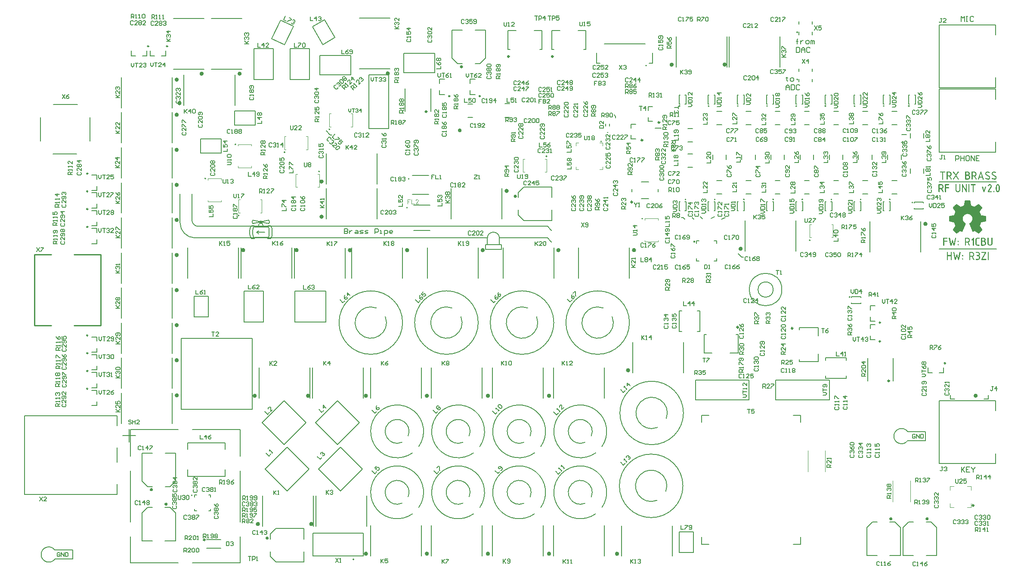
<source format=gto>
G04*
G04 #@! TF.GenerationSoftware,Altium Limited,Altium Designer,24.4.1 (13)*
G04*
G04 Layer_Color=65535*
%FSLAX26Y26*%
%MOIN*%
G70*
G04*
G04 #@! TF.SameCoordinates,3F108B2F-3CCF-4823-96B3-378CED877835*
G04*
G04*
G04 #@! TF.FilePolarity,Positive*
G04*
G01*
G75*
%ADD10C,0.011811*%
%ADD11C,0.007874*%
%ADD12C,0.015748*%
%ADD13C,0.005906*%
%ADD14C,0.010000*%
%ADD15C,0.009842*%
%ADD16C,0.007087*%
%ADD17C,0.015748*%
%ADD18C,0.004724*%
%ADD19C,0.005000*%
%ADD20C,0.019685*%
%ADD21C,0.001000*%
%ADD22C,0.003937*%
G36*
X3305213Y3888091D02*
X3307201Y3887559D01*
X3309067Y3886689D01*
X3310752Y3885512D01*
X3312209Y3884055D01*
X3313390Y3882370D01*
X3314260Y3880504D01*
X3314791Y3878520D01*
X3314972Y3876469D01*
X3314791Y3874417D01*
X3314260Y3872433D01*
X3313390Y3870567D01*
X3312209Y3868882D01*
X3310752Y3867425D01*
X3309067Y3866248D01*
X3307201Y3865378D01*
X3305213Y3864847D01*
X3303162Y3864666D01*
X3301110Y3864847D01*
X3299122Y3865378D01*
X3297256Y3866248D01*
X3295571Y3867425D01*
X3294114Y3868882D01*
X3292933Y3870567D01*
X3292063Y3872433D01*
X3291532Y3874417D01*
X3291351Y3876469D01*
X3291532Y3878520D01*
X3292063Y3880504D01*
X3292933Y3882370D01*
X3294114Y3884055D01*
X3295571Y3885512D01*
X3297256Y3886689D01*
X3299122Y3887559D01*
X3301110Y3888091D01*
X3303162Y3888272D01*
X3305213Y3888091D01*
D02*
G37*
G36*
X3300197Y3372825D02*
X3280382D01*
Y3392687D01*
X3300197D01*
Y3372825D01*
D02*
G37*
G36*
X3722024Y2883665D02*
X3724008Y2883134D01*
X3725874Y2882264D01*
X3727559Y2881083D01*
X3729016Y2879626D01*
X3730193Y2877941D01*
X3731063Y2876075D01*
X3731594Y2874087D01*
X3731776Y2872035D01*
X3731594Y2869984D01*
X3731063Y2867996D01*
X3730193Y2866130D01*
X3729016Y2864445D01*
X3727559Y2862988D01*
X3725874Y2861807D01*
X3724008Y2860937D01*
X3722024Y2860405D01*
X3719972Y2860224D01*
X3717921Y2860405D01*
X3715937Y2860937D01*
X3714071Y2861807D01*
X3712386Y2862988D01*
X3710929Y2864445D01*
X3709752Y2866130D01*
X3708882Y2867996D01*
X3708350Y2869984D01*
X3708169Y2872035D01*
X3708350Y2874087D01*
X3708882Y2876075D01*
X3709752Y2877941D01*
X3710929Y2879626D01*
X3712386Y2881083D01*
X3714071Y2882264D01*
X3715937Y2883134D01*
X3717921Y2883665D01*
X3719972Y2883846D01*
X3722024Y2883665D01*
D02*
G37*
G36*
X904485Y609371D02*
X906473Y608839D01*
X908339Y607969D01*
X910024Y606792D01*
X911481Y605335D01*
X912662Y603650D01*
X913532Y601784D01*
X914063Y599800D01*
X914244Y597749D01*
X914063Y595697D01*
X913532Y593713D01*
X912662Y591847D01*
X911481Y590162D01*
X910024Y588705D01*
X908339Y587528D01*
X906473Y586658D01*
X904485Y586127D01*
X902433Y585946D01*
X900382Y586127D01*
X898394Y586658D01*
X896528Y587528D01*
X894843Y588705D01*
X893386Y590162D01*
X892205Y591847D01*
X891335Y593713D01*
X890803Y595697D01*
X890622Y597749D01*
X890803Y599800D01*
X891335Y601784D01*
X892205Y603650D01*
X893386Y605335D01*
X894843Y606792D01*
X896528Y607969D01*
X898394Y608839D01*
X900382Y609371D01*
X902433Y609552D01*
X904485Y609371D01*
D02*
G37*
G36*
X1017905Y496504D02*
X1019893Y495973D01*
X1021759Y495103D01*
X1023444Y493926D01*
X1024901Y492469D01*
X1026082Y490784D01*
X1026952Y488918D01*
X1027483Y486934D01*
X1027664Y484882D01*
X1027483Y482831D01*
X1026952Y480847D01*
X1026082Y478981D01*
X1024901Y477296D01*
X1023444Y475839D01*
X1021759Y474662D01*
X1019893Y473792D01*
X1017905Y473260D01*
X1015853Y473079D01*
X1013802Y473260D01*
X1011814Y473792D01*
X1009948Y474662D01*
X1008263Y475839D01*
X1006806Y477296D01*
X1005625Y478981D01*
X1004755Y480847D01*
X1004223Y482831D01*
X1004042Y484882D01*
X1004223Y486934D01*
X1004755Y488918D01*
X1005625Y490784D01*
X1006806Y492469D01*
X1008263Y493926D01*
X1009948Y495103D01*
X1011814Y495973D01*
X1013802Y496504D01*
X1015853Y496685D01*
X1017905Y496504D01*
D02*
G37*
G36*
X6911488Y383185D02*
X6913476Y382654D01*
X6915343Y381784D01*
X6917028Y380606D01*
X6918484Y379150D01*
X6919665Y377465D01*
X6920535Y375599D01*
X6921067Y373614D01*
X6921248Y371563D01*
X6921067Y369512D01*
X6920535Y367528D01*
X6919665Y365661D01*
X6918484Y363976D01*
X6917028Y362520D01*
X6915343Y361343D01*
X6913476Y360473D01*
X6911488Y359941D01*
X6909437Y359760D01*
X6907386Y359941D01*
X6905398Y360473D01*
X6903532Y361343D01*
X6901847Y362520D01*
X6900390Y363976D01*
X6899209Y365661D01*
X6898339Y367528D01*
X6897807Y369512D01*
X6897626Y371563D01*
X6897807Y373614D01*
X6898339Y375599D01*
X6899209Y377465D01*
X6900390Y379150D01*
X6901847Y380606D01*
X6903532Y381784D01*
X6905398Y382654D01*
X6907386Y383185D01*
X6909437Y383366D01*
X6911488Y383185D01*
D02*
G37*
G36*
X6630976Y383185D02*
X6632965Y382654D01*
X6634831Y381784D01*
X6636516Y380606D01*
X6637972Y379150D01*
X6639154Y377465D01*
X6640024Y375598D01*
X6640555Y373614D01*
X6640736Y371563D01*
X6640555Y369512D01*
X6640024Y367528D01*
X6639154Y365661D01*
X6637972Y363976D01*
X6636516Y362520D01*
X6634831Y361342D01*
X6632965Y360472D01*
X6630976Y359941D01*
X6628925Y359760D01*
X6626874Y359941D01*
X6624886Y360472D01*
X6623020Y361342D01*
X6621335Y362520D01*
X6619878Y363976D01*
X6618697Y365661D01*
X6617827Y367528D01*
X6617295Y369512D01*
X6617114Y371563D01*
X6617295Y373614D01*
X6617827Y375598D01*
X6618697Y377465D01*
X6619878Y379150D01*
X6621335Y380606D01*
X6623020Y381784D01*
X6624886Y382654D01*
X6626874Y383185D01*
X6628925Y383366D01*
X6630976Y383185D01*
D02*
G37*
G36*
X1800764Y234059D02*
X1802748Y233528D01*
X1804614Y232657D01*
X1806299Y231476D01*
X1807756Y230020D01*
X1808933Y228335D01*
X1809803Y226469D01*
X1810335Y224480D01*
X1810516Y222429D01*
X1810335Y220378D01*
X1809803Y218390D01*
X1808933Y216524D01*
X1807756Y214839D01*
X1806299Y213382D01*
X1804614Y212201D01*
X1802748Y211331D01*
X1800764Y210799D01*
X1798713Y210618D01*
X1796661Y210799D01*
X1794677Y211331D01*
X1792811Y212201D01*
X1791126Y213382D01*
X1789669Y214839D01*
X1788492Y216524D01*
X1787622Y218390D01*
X1787091Y220378D01*
X1786910Y222429D01*
X1787091Y224480D01*
X1787622Y226469D01*
X1788492Y228335D01*
X1789669Y230020D01*
X1791126Y231476D01*
X1792811Y232657D01*
X1794677Y233528D01*
X1796661Y234059D01*
X1798713Y234240D01*
X1800764Y234059D01*
D02*
G37*
G36*
X7213790Y2966282D02*
X7214446Y2966172D01*
X7215211Y2965954D01*
X7215867Y2965407D01*
X7216522Y2964751D01*
X7216960Y2963768D01*
X7217178Y2962456D01*
Y2907478D01*
Y2907260D01*
X7217069Y2906822D01*
X7216960Y2906276D01*
X7216632Y2905511D01*
X7216194Y2904746D01*
X7215429Y2904199D01*
X7214446Y2903762D01*
X7213025Y2903543D01*
X7212588D01*
X7212150Y2903653D01*
X7211713Y2903762D01*
X7211057Y2903981D01*
X7210511Y2904418D01*
X7209964Y2904855D01*
X7209418Y2905511D01*
X7186793Y2949668D01*
Y2907478D01*
Y2907260D01*
X7186684Y2906822D01*
X7186574Y2906276D01*
X7186246Y2905511D01*
X7185809Y2904746D01*
X7185044Y2904199D01*
X7184060Y2903762D01*
X7182749Y2903543D01*
X7182530D01*
X7182093Y2903653D01*
X7181437Y2903762D01*
X7180781Y2904090D01*
X7180016Y2904527D01*
X7179360Y2905183D01*
X7178923Y2906167D01*
X7178705Y2907478D01*
Y2962456D01*
Y2962675D01*
X7178814Y2963112D01*
X7178923Y2963658D01*
X7179251Y2964423D01*
X7179688Y2965189D01*
X7180453Y2965735D01*
X7181437Y2966172D01*
X7182749Y2966391D01*
X7183186D01*
X7183623Y2966282D01*
X7184170Y2966063D01*
X7184716Y2965735D01*
X7185372Y2965189D01*
X7186028Y2964533D01*
X7186574Y2963658D01*
X7209090Y2920266D01*
Y2962456D01*
Y2962675D01*
X7209199Y2963112D01*
X7209309Y2963658D01*
X7209636Y2964423D01*
X7210074Y2965189D01*
X7210839Y2965735D01*
X7211823Y2966172D01*
X7213134Y2966391D01*
X7213353D01*
X7213790Y2966282D01*
D02*
G37*
G36*
X7363531Y2947919D02*
X7364187Y2947810D01*
X7364952Y2947591D01*
X7365608Y2947045D01*
X7366263Y2946389D01*
X7366701Y2945405D01*
X7366919Y2944094D01*
Y2943985D01*
Y2943766D01*
X7366810Y2943329D01*
X7366701Y2942782D01*
X7354678Y2906713D01*
Y2906604D01*
X7354459Y2906276D01*
X7354131Y2905729D01*
X7353803Y2905183D01*
X7353257Y2904527D01*
X7352601Y2904090D01*
X7351726Y2903653D01*
X7350743Y2903544D01*
X7350306D01*
X7349759Y2903762D01*
X7349103Y2903981D01*
X7348448Y2904309D01*
X7347792Y2904855D01*
X7347136Y2905620D01*
X7346699Y2906604D01*
X7334676Y2942782D01*
Y2942892D01*
X7334566Y2943219D01*
X7334457Y2943657D01*
Y2944094D01*
Y2944203D01*
Y2944422D01*
X7334566Y2945077D01*
X7335004Y2945952D01*
X7335222Y2946389D01*
X7335659Y2946826D01*
X7335769Y2946936D01*
X7335878Y2947045D01*
X7336425Y2947482D01*
X7337408Y2947810D01*
X7337955Y2948029D01*
X7338938D01*
X7339485Y2947919D01*
X7340141Y2947701D01*
X7340687Y2947373D01*
X7341343Y2946826D01*
X7341890Y2946171D01*
X7342327Y2945296D01*
X7350743Y2918190D01*
X7359050Y2945296D01*
Y2945405D01*
X7359268Y2945733D01*
X7359487Y2946171D01*
X7359815Y2946717D01*
X7360361Y2947154D01*
X7361017Y2947591D01*
X7361891Y2947919D01*
X7362875Y2948029D01*
X7363094D01*
X7363531Y2947919D01*
D02*
G37*
G36*
X7163949Y2966282D02*
X7164605Y2966172D01*
X7165370Y2965954D01*
X7166026Y2965407D01*
X7166682Y2964751D01*
X7167119Y2963768D01*
X7167337Y2962456D01*
Y2922780D01*
Y2922671D01*
Y2922452D01*
Y2922015D01*
X7167228Y2921469D01*
X7167119Y2920813D01*
X7167010Y2919938D01*
X7166682Y2918080D01*
X7165917Y2915894D01*
X7164933Y2913708D01*
X7164277Y2912506D01*
X7163512Y2911304D01*
X7162637Y2910211D01*
X7161654Y2909118D01*
X7161544Y2909008D01*
X7161435Y2908899D01*
X7161107Y2908571D01*
X7160670Y2908243D01*
X7160124Y2907806D01*
X7159468Y2907369D01*
X7157828Y2906385D01*
X7155861Y2905292D01*
X7153566Y2904418D01*
X7150942Y2903762D01*
X7149521Y2903653D01*
X7148101Y2903543D01*
X7147336D01*
X7146789Y2903653D01*
X7146024Y2903762D01*
X7145259Y2903871D01*
X7143401Y2904199D01*
X7141215Y2904855D01*
X7138919Y2905948D01*
X7137826Y2906494D01*
X7136624Y2907260D01*
X7135531Y2908134D01*
X7134438Y2909118D01*
X7134329Y2909227D01*
X7134220Y2909336D01*
X7133892Y2909664D01*
X7133564Y2910101D01*
X7133127Y2910648D01*
X7132689Y2911304D01*
X7131706Y2912943D01*
X7130613Y2914911D01*
X7129738Y2917315D01*
X7129082Y2919938D01*
X7128973Y2921359D01*
X7128864Y2922780D01*
Y2962456D01*
Y2962675D01*
X7128973Y2963112D01*
X7129082Y2963658D01*
X7129410Y2964423D01*
X7129847Y2965189D01*
X7130613Y2965735D01*
X7131596Y2966172D01*
X7132908Y2966391D01*
X7133127D01*
X7133564Y2966282D01*
X7134220Y2966172D01*
X7134985Y2965954D01*
X7135640Y2965407D01*
X7136296Y2964751D01*
X7136733Y2963768D01*
X7136952Y2962456D01*
Y2922780D01*
Y2922562D01*
Y2922015D01*
X7137171Y2921141D01*
X7137389Y2919938D01*
X7137717Y2918736D01*
X7138264Y2917315D01*
X7139029Y2916004D01*
X7140122Y2914692D01*
X7140231Y2914583D01*
X7140668Y2914255D01*
X7141433Y2913708D01*
X7142308Y2913162D01*
X7143510Y2912506D01*
X7144822Y2912069D01*
X7146461Y2911632D01*
X7148101Y2911522D01*
X7148866D01*
X7149740Y2911741D01*
X7150833Y2911959D01*
X7152035Y2912287D01*
X7153347Y2912834D01*
X7154659Y2913599D01*
X7155970Y2914692D01*
X7156079Y2914801D01*
X7156517Y2915238D01*
X7157063Y2916004D01*
X7157610Y2916987D01*
X7158266Y2918080D01*
X7158703Y2919501D01*
X7159140Y2921031D01*
X7159249Y2922780D01*
Y2962456D01*
Y2962675D01*
X7159359Y2963112D01*
X7159468Y2963658D01*
X7159796Y2964423D01*
X7160233Y2965189D01*
X7160998Y2965735D01*
X7161982Y2966172D01*
X7163293Y2966391D01*
X7163512D01*
X7163949Y2966282D01*
D02*
G37*
G36*
X7457638Y2966282D02*
X7458294Y2966172D01*
X7459059Y2966063D01*
X7459934Y2965735D01*
X7460917Y2965407D01*
X7461901Y2964861D01*
X7462994Y2964205D01*
X7464087Y2963331D01*
X7465289Y2962347D01*
X7466382Y2961145D01*
X7467475Y2959724D01*
X7468459Y2958084D01*
X7469333Y2956226D01*
X7470208Y2954040D01*
Y2953931D01*
X7470317Y2953712D01*
X7470426Y2953275D01*
X7470645Y2952619D01*
X7470864Y2951854D01*
X7471082Y2950870D01*
X7471301Y2949887D01*
X7471629Y2948684D01*
X7471847Y2947264D01*
X7472066Y2945843D01*
X7472284Y2944312D01*
X7472503Y2942564D01*
X7472831Y2938957D01*
X7472940Y2935022D01*
Y2934913D01*
Y2934585D01*
Y2933929D01*
Y2933164D01*
X7472831Y2932180D01*
Y2931087D01*
X7472722Y2929776D01*
X7472612Y2928464D01*
X7472284Y2925403D01*
X7471738Y2922234D01*
X7471082Y2918955D01*
X7470208Y2915785D01*
Y2915676D01*
X7469989Y2915239D01*
X7469770Y2914692D01*
X7469443Y2913927D01*
X7469005Y2912943D01*
X7468459Y2911960D01*
X7466929Y2909664D01*
X7466054Y2908571D01*
X7465071Y2907369D01*
X7463978Y2906385D01*
X7462775Y2905511D01*
X7461464Y2904637D01*
X7460043Y2904090D01*
X7458403Y2903653D01*
X7456764Y2903544D01*
X7456327D01*
X7455889Y2903653D01*
X7455234Y2903762D01*
X7454468Y2903871D01*
X7453594Y2904199D01*
X7452610Y2904527D01*
X7451517Y2905074D01*
X7450424Y2905729D01*
X7449331Y2906495D01*
X7448238Y2907478D01*
X7447036Y2908681D01*
X7446052Y2910102D01*
X7444959Y2911741D01*
X7444085Y2913599D01*
X7443211Y2915785D01*
Y2915894D01*
X7443101Y2916113D01*
X7442992Y2916660D01*
X7442773Y2917206D01*
X7442555Y2917971D01*
X7442336Y2918955D01*
X7442118Y2920048D01*
X7441899Y2921250D01*
X7441680Y2922562D01*
X7441462Y2924092D01*
X7441243Y2925622D01*
X7441025Y2927371D01*
X7440697Y2930978D01*
X7440587Y2935022D01*
Y2935131D01*
Y2935568D01*
Y2936115D01*
Y2936880D01*
X7440697Y2937864D01*
Y2938957D01*
X7440806Y2940159D01*
X7440915Y2941580D01*
X7441243Y2944531D01*
X7441680Y2947701D01*
X7442336Y2950980D01*
X7443211Y2954149D01*
Y2954259D01*
X7443429Y2954696D01*
X7443648Y2955242D01*
X7443976Y2956117D01*
X7444413Y2956991D01*
X7445069Y2957975D01*
X7445725Y2959177D01*
X7446490Y2960270D01*
X7447364Y2961363D01*
X7448348Y2962566D01*
X7449441Y2963549D01*
X7450643Y2964533D01*
X7452064Y2965298D01*
X7453485Y2965845D01*
X7455015Y2966282D01*
X7456764Y2966391D01*
X7457201D01*
X7457638Y2966282D01*
D02*
G37*
G36*
X7426488Y2914474D02*
X7427144Y2914364D01*
X7427909Y2914146D01*
X7428564Y2913599D01*
X7429220Y2912943D01*
X7429657Y2911960D01*
X7429876Y2910648D01*
Y2907588D01*
Y2907369D01*
X7429767Y2906932D01*
X7429657Y2906276D01*
X7429329Y2905620D01*
X7428892Y2904855D01*
X7428127Y2904199D01*
X7427144Y2903762D01*
X7425832Y2903544D01*
X7425613D01*
X7425176Y2903653D01*
X7424520Y2903762D01*
X7423864Y2904090D01*
X7423099Y2904527D01*
X7422444Y2905292D01*
X7422006Y2906276D01*
X7421788Y2907588D01*
Y2910648D01*
Y2910867D01*
X7421897Y2911304D01*
X7422006Y2911850D01*
X7422334Y2912615D01*
X7422771Y2913381D01*
X7423537Y2913927D01*
X7424520Y2914364D01*
X7425832Y2914583D01*
X7426051D01*
X7426488Y2914474D01*
D02*
G37*
G36*
X7395447Y2966282D02*
X7396758Y2966172D01*
X7398288Y2965845D01*
X7400037Y2965189D01*
X7402005Y2964314D01*
X7403863Y2963221D01*
X7404846Y2962456D01*
X7405721Y2961582D01*
X7405830D01*
X7405939Y2961363D01*
X7406486Y2960707D01*
X7407251Y2959724D01*
X7408125Y2958412D01*
X7409000Y2956773D01*
X7409765Y2954805D01*
X7410311Y2952619D01*
X7410530Y2951417D01*
Y2950215D01*
Y2949996D01*
Y2949450D01*
X7410421Y2948466D01*
X7410202Y2947373D01*
X7409765Y2945952D01*
X7409328Y2944312D01*
X7408562Y2942673D01*
X7407579Y2940924D01*
X7388561Y2911522D01*
X7406704D01*
X7407142Y2911413D01*
X7407797Y2911304D01*
X7408562Y2911085D01*
X7409218Y2910539D01*
X7409874Y2909883D01*
X7410311Y2908899D01*
X7410530Y2907588D01*
Y2907369D01*
X7410421Y2906932D01*
X7410311Y2906276D01*
X7409983Y2905620D01*
X7409546Y2904855D01*
X7408781Y2904199D01*
X7407797Y2903762D01*
X7406486Y2903544D01*
X7381893D01*
X7381456Y2903653D01*
X7380800Y2903762D01*
X7380145Y2904090D01*
X7379379Y2904527D01*
X7378724Y2905183D01*
X7378286Y2906167D01*
X7378068Y2907478D01*
Y2907588D01*
Y2907697D01*
X7378177Y2908243D01*
X7378396Y2909008D01*
X7378724Y2909774D01*
X7401130Y2945624D01*
X7401239Y2945733D01*
X7401349Y2946061D01*
X7401567Y2946498D01*
X7401786Y2947045D01*
X7402005Y2947701D01*
X7402223Y2948466D01*
X7402442Y2949340D01*
Y2950215D01*
Y2950324D01*
Y2950761D01*
X7402332Y2951417D01*
X7402114Y2952182D01*
X7401895Y2953166D01*
X7401458Y2954040D01*
X7400802Y2955024D01*
X7400037Y2956008D01*
X7399928Y2956117D01*
X7399600Y2956335D01*
X7399053Y2956773D01*
X7398398Y2957210D01*
X7397632Y2957647D01*
X7396649Y2958084D01*
X7395556Y2958303D01*
X7394354Y2958412D01*
X7394135D01*
X7393588Y2958303D01*
X7392605Y2958084D01*
X7391512Y2957538D01*
X7390200Y2956663D01*
X7389435Y2956117D01*
X7388670Y2955352D01*
X7387905Y2954587D01*
X7387140Y2953603D01*
X7386375Y2952510D01*
X7385609Y2951198D01*
Y2951089D01*
X7385391Y2950870D01*
X7385172Y2950543D01*
X7384735Y2950215D01*
X7384298Y2949887D01*
X7383642Y2949559D01*
X7382986Y2949340D01*
X7382112Y2949231D01*
X7381893D01*
X7381456Y2949340D01*
X7380800Y2949450D01*
X7380145Y2949777D01*
X7379379Y2950215D01*
X7378724Y2950980D01*
X7378286Y2951963D01*
X7378068Y2953275D01*
Y2953384D01*
Y2953712D01*
X7378177Y2954149D01*
X7378396Y2954477D01*
X7378505Y2954587D01*
X7378724Y2955024D01*
X7379051Y2955570D01*
X7379489Y2956335D01*
X7380145Y2957210D01*
X7380800Y2958303D01*
X7381675Y2959287D01*
X7382658Y2960489D01*
X7383751Y2961582D01*
X7384954Y2962675D01*
X7386265Y2963659D01*
X7387686Y2964533D01*
X7389216Y2965298D01*
X7390856Y2965845D01*
X7392495Y2966282D01*
X7394354Y2966391D01*
X7395009D01*
X7395447Y2966282D01*
D02*
G37*
G36*
X7282430Y2966282D02*
X7283086Y2966172D01*
X7283851Y2965954D01*
X7284507Y2965407D01*
X7285163Y2964751D01*
X7285600Y2963768D01*
X7285819Y2962456D01*
Y2962238D01*
X7285709Y2961800D01*
X7285600Y2961145D01*
X7285272Y2960489D01*
X7284835Y2959724D01*
X7284070Y2959068D01*
X7283086Y2958631D01*
X7281775Y2958412D01*
X7270626D01*
Y2907478D01*
Y2907260D01*
X7270517Y2906822D01*
X7270407Y2906276D01*
X7270079Y2905511D01*
X7269642Y2904746D01*
X7268877Y2904199D01*
X7267893Y2903762D01*
X7266582Y2903543D01*
X7266363D01*
X7265926Y2903653D01*
X7265270Y2903762D01*
X7264614Y2904090D01*
X7263849Y2904527D01*
X7263194Y2905183D01*
X7262756Y2906167D01*
X7262538Y2907478D01*
Y2958412D01*
X7251061D01*
X7250624Y2958521D01*
X7249968Y2958631D01*
X7249312Y2958959D01*
X7248547Y2959396D01*
X7247891Y2960161D01*
X7247454Y2961144D01*
X7247236Y2962456D01*
Y2962675D01*
X7247345Y2963112D01*
X7247454Y2963658D01*
X7247782Y2964423D01*
X7248219Y2965189D01*
X7248984Y2965735D01*
X7249968Y2966172D01*
X7251280Y2966391D01*
X7281993D01*
X7282430Y2966282D01*
D02*
G37*
G36*
X7233245D02*
X7233901Y2966172D01*
X7234666Y2965954D01*
X7235322Y2965407D01*
X7235978Y2964751D01*
X7236415Y2963768D01*
X7236634Y2962456D01*
Y2907478D01*
Y2907260D01*
X7236524Y2906822D01*
X7236415Y2906276D01*
X7236087Y2905511D01*
X7235650Y2904746D01*
X7234885Y2904199D01*
X7233901Y2903762D01*
X7232590Y2903543D01*
X7232371D01*
X7231934Y2903653D01*
X7231278Y2903762D01*
X7230622Y2904090D01*
X7229857Y2904527D01*
X7229201Y2905183D01*
X7228764Y2906167D01*
X7228545Y2907478D01*
Y2962456D01*
Y2962675D01*
X7228655Y2963112D01*
X7228764Y2963658D01*
X7229092Y2964423D01*
X7229529Y2965189D01*
X7230294Y2965735D01*
X7231278Y2966172D01*
X7232590Y2966391D01*
X7232808D01*
X7233245Y2966282D01*
D02*
G37*
G36*
X7076946D02*
X7077602Y2966172D01*
X7078367Y2965954D01*
X7079023Y2965407D01*
X7079679Y2964751D01*
X7080116Y2963768D01*
X7080335Y2962456D01*
Y2962238D01*
X7080225Y2961800D01*
X7080116Y2961144D01*
X7079788Y2960489D01*
X7079351Y2959724D01*
X7078586Y2959068D01*
X7077602Y2958631D01*
X7076291Y2958412D01*
X7055961D01*
Y2942017D01*
X7076509D01*
X7076946Y2941908D01*
X7077602Y2941798D01*
X7078367Y2941580D01*
X7079023Y2941033D01*
X7079679Y2940378D01*
X7080116Y2939394D01*
X7080335Y2938082D01*
Y2937864D01*
X7080225Y2937426D01*
X7080116Y2936771D01*
X7079788Y2936115D01*
X7079351Y2935350D01*
X7078586Y2934694D01*
X7077602Y2934257D01*
X7076291Y2934038D01*
X7055961D01*
Y2907478D01*
Y2907260D01*
X7055851Y2906822D01*
X7055742Y2906276D01*
X7055414Y2905511D01*
X7054977Y2904746D01*
X7054212Y2904199D01*
X7053228Y2903762D01*
X7051917Y2903543D01*
X7051698D01*
X7051261Y2903653D01*
X7050605Y2903762D01*
X7049949Y2904090D01*
X7049184Y2904527D01*
X7048528Y2905183D01*
X7048091Y2906167D01*
X7047873Y2907478D01*
Y2962456D01*
Y2962675D01*
X7047982Y2963112D01*
X7048091Y2963658D01*
X7048419Y2964423D01*
X7048856Y2965189D01*
X7049621Y2965735D01*
X7050605Y2966172D01*
X7051917Y2966391D01*
X7076509D01*
X7076946Y2966282D01*
D02*
G37*
G36*
X7018580D02*
X7019345Y2966172D01*
X7020110Y2966063D01*
X7021968Y2965735D01*
X7024045Y2964970D01*
X7026340Y2963986D01*
X7027543Y2963331D01*
X7028636Y2962565D01*
X7029729Y2961691D01*
X7030822Y2960707D01*
X7030931Y2960598D01*
X7031040Y2960489D01*
X7031368Y2960161D01*
X7031696Y2959724D01*
X7032133Y2959177D01*
X7032570Y2958521D01*
X7033663Y2956882D01*
X7034757Y2954914D01*
X7035631Y2952619D01*
X7036287Y2949996D01*
X7036396Y2948575D01*
X7036505Y2947154D01*
Y2947045D01*
Y2946608D01*
X7036396Y2945952D01*
X7036287Y2945077D01*
X7036177Y2943984D01*
X7035959Y2942782D01*
X7035631Y2941470D01*
X7035084Y2940050D01*
X7034538Y2938519D01*
X7033773Y2937099D01*
X7032898Y2935568D01*
X7031805Y2934147D01*
X7030603Y2932836D01*
X7029073Y2931633D01*
X7027433Y2930541D01*
X7025466Y2929666D01*
X7035959Y2909336D01*
X7036068Y2909227D01*
X7036287Y2908790D01*
X7036396Y2908134D01*
X7036505Y2907478D01*
Y2907369D01*
Y2907260D01*
X7036396Y2906604D01*
X7035959Y2905729D01*
X7035631Y2905183D01*
X7035194Y2904746D01*
X7034975Y2904527D01*
X7034429Y2904199D01*
X7033554Y2903762D01*
X7033008Y2903653D01*
X7032461Y2903543D01*
X7032024D01*
X7031587Y2903653D01*
X7031040Y2903762D01*
X7030494Y2903981D01*
X7029947Y2904309D01*
X7029401Y2904746D01*
X7029073Y2905292D01*
X7017706Y2927917D01*
X7006120D01*
Y2907478D01*
Y2907260D01*
X7006011Y2906822D01*
X7005901Y2906276D01*
X7005573Y2905511D01*
X7005136Y2904746D01*
X7004371Y2904199D01*
X7003387Y2903762D01*
X7002076Y2903543D01*
X7001857D01*
X7001420Y2903653D01*
X7000764Y2903762D01*
X7000108Y2904090D01*
X6999343Y2904527D01*
X6998688Y2905183D01*
X6998250Y2906167D01*
X6998032Y2907478D01*
Y2962456D01*
Y2962675D01*
X6998141Y2963112D01*
X6998250Y2963658D01*
X6998578Y2964423D01*
X6999015Y2965189D01*
X6999671Y2965735D01*
X7000655Y2966172D01*
X7001967Y2966391D01*
X7018034D01*
X7018580Y2966282D01*
D02*
G37*
G36*
X7428572Y3063723D02*
X7429665Y3063613D01*
X7430867Y3063504D01*
X7432069Y3063395D01*
X7434802Y3062957D01*
X7437644Y3062411D01*
X7440267Y3061537D01*
X7441578Y3060990D01*
X7442671Y3060334D01*
X7442781Y3060225D01*
X7442999Y3060116D01*
X7443436Y3059788D01*
X7443874Y3059351D01*
X7444639Y3058258D01*
X7444857Y3057602D01*
X7444967Y3056837D01*
Y3056727D01*
Y3056509D01*
X7444857Y3056181D01*
Y3055853D01*
X7444420Y3054869D01*
X7444202Y3054323D01*
X7443764Y3053886D01*
X7443546Y3053667D01*
X7442999Y3053339D01*
X7442125Y3053011D01*
X7441032Y3052793D01*
X7440485D01*
X7439939Y3052902D01*
X7439283Y3053120D01*
X7439174D01*
X7438955Y3053230D01*
X7438627Y3053339D01*
X7438081Y3053558D01*
X7437534Y3053776D01*
X7436769Y3053995D01*
X7435020Y3054541D01*
X7433053Y3054979D01*
X7430758Y3055416D01*
X7428353Y3055744D01*
X7425839Y3055853D01*
X7425293D01*
X7424637Y3055744D01*
X7423872Y3055525D01*
X7422888Y3055307D01*
X7422014Y3054869D01*
X7421030Y3054213D01*
X7420046Y3053448D01*
X7419937Y3053339D01*
X7419718Y3053011D01*
X7419281Y3052465D01*
X7418953Y3051809D01*
X7418516Y3050934D01*
X7418079Y3049951D01*
X7417860Y3048858D01*
X7417751Y3047655D01*
Y3047546D01*
Y3047437D01*
X7417860Y3046781D01*
X7417970Y3045907D01*
X7418297Y3044814D01*
X7418844Y3043611D01*
X7419609Y3042409D01*
X7420702Y3041207D01*
X7422123Y3040223D01*
X7439174Y3031479D01*
X7439283D01*
X7439611Y3031260D01*
X7440048Y3031042D01*
X7440595Y3030605D01*
X7441250Y3030168D01*
X7442016Y3029512D01*
X7442781Y3028747D01*
X7443655Y3027981D01*
X7444529Y3026998D01*
X7445294Y3026014D01*
X7446060Y3024812D01*
X7446715Y3023500D01*
X7447262Y3022079D01*
X7447808Y3020549D01*
X7448027Y3018910D01*
X7448136Y3017161D01*
Y3017052D01*
Y3016833D01*
Y3016505D01*
X7448027Y3016068D01*
X7447918Y3014756D01*
X7447590Y3013226D01*
X7446934Y3011477D01*
X7446060Y3009510D01*
X7444967Y3007542D01*
X7444202Y3006559D01*
X7443327Y3005684D01*
X7443109Y3005466D01*
X7442453Y3004919D01*
X7441469Y3004154D01*
X7440048Y3003389D01*
X7438409Y3002515D01*
X7436441Y3001749D01*
X7434255Y3001203D01*
X7433053Y3001094D01*
X7431851Y3000984D01*
X7430758D01*
X7429883Y3001094D01*
X7428900Y3001203D01*
X7427697Y3001312D01*
X7426386Y3001531D01*
X7424965Y3001859D01*
X7421795Y3002624D01*
X7420046Y3003170D01*
X7418297Y3003826D01*
X7416549Y3004591D01*
X7414800Y3005575D01*
X7413051Y3006559D01*
X7411302Y3007761D01*
X7411193Y3007870D01*
X7411084Y3007980D01*
X7410537Y3008635D01*
X7409881Y3009728D01*
X7409772Y3010384D01*
X7409663Y3011040D01*
Y3011149D01*
Y3011368D01*
X7409772Y3012024D01*
X7410100Y3012898D01*
X7410756Y3013773D01*
X7410865Y3013882D01*
X7410974Y3013991D01*
X7411521Y3014428D01*
X7412505Y3014756D01*
X7413051Y3014975D01*
X7413816D01*
X7414253Y3014865D01*
X7415018Y3014756D01*
X7415893Y3014319D01*
X7416002Y3014210D01*
X7416439Y3013991D01*
X7416986Y3013663D01*
X7417970Y3013226D01*
X7419062Y3012570D01*
X7420483Y3011805D01*
X7422232Y3011040D01*
X7424200Y3010056D01*
X7424309D01*
X7424746Y3009838D01*
X7425511Y3009728D01*
X7426386Y3009510D01*
X7427588Y3009291D01*
X7428900Y3009182D01*
X7430320Y3008963D01*
X7432397D01*
X7433053Y3009073D01*
X7433818Y3009291D01*
X7434802Y3009510D01*
X7435676Y3009947D01*
X7436660Y3010603D01*
X7437644Y3011368D01*
X7437753Y3011477D01*
X7437971Y3011805D01*
X7438409Y3012352D01*
X7438846Y3013007D01*
X7439283Y3013882D01*
X7439720Y3014865D01*
X7439939Y3015959D01*
X7440048Y3017161D01*
Y3017270D01*
Y3017379D01*
X7439939Y3018035D01*
X7439829Y3018910D01*
X7439502Y3020003D01*
X7438955Y3021205D01*
X7438081Y3022407D01*
X7436988Y3023500D01*
X7435458Y3024484D01*
X7418407Y3033228D01*
X7418297Y3033337D01*
X7418079Y3033447D01*
X7417642Y3033774D01*
X7417095Y3034102D01*
X7416330Y3034649D01*
X7415674Y3035195D01*
X7414800Y3035960D01*
X7414035Y3036726D01*
X7413270Y3037709D01*
X7412395Y3038802D01*
X7411739Y3040005D01*
X7411084Y3041207D01*
X7410428Y3042628D01*
X7409991Y3044267D01*
X7409772Y3045907D01*
X7409663Y3047655D01*
Y3047765D01*
Y3047983D01*
Y3048311D01*
X7409772Y3048749D01*
X7409881Y3050060D01*
X7410209Y3051590D01*
X7410865Y3053339D01*
X7411630Y3055307D01*
X7412832Y3057165D01*
X7413488Y3058148D01*
X7414363Y3059023D01*
X7414472Y3059132D01*
X7414581Y3059241D01*
X7415237Y3059788D01*
X7416221Y3060553D01*
X7417532Y3061427D01*
X7419281Y3062302D01*
X7421139Y3063067D01*
X7423435Y3063613D01*
X7424637Y3063832D01*
X7427697D01*
X7428572Y3063723D01*
D02*
G37*
G36*
X7378731D02*
X7379824Y3063613D01*
X7381026Y3063504D01*
X7382228Y3063395D01*
X7384961Y3062957D01*
X7387803Y3062411D01*
X7390426Y3061537D01*
X7391738Y3060990D01*
X7392831Y3060334D01*
X7392940Y3060225D01*
X7393158Y3060116D01*
X7393596Y3059788D01*
X7394033Y3059351D01*
X7394798Y3058258D01*
X7395016Y3057602D01*
X7395126Y3056837D01*
Y3056727D01*
Y3056509D01*
X7395016Y3056181D01*
Y3055853D01*
X7394579Y3054869D01*
X7394361Y3054323D01*
X7393923Y3053886D01*
X7393705Y3053667D01*
X7393158Y3053339D01*
X7392284Y3053011D01*
X7391191Y3052793D01*
X7390645D01*
X7390098Y3052902D01*
X7389442Y3053120D01*
X7389333D01*
X7389114Y3053230D01*
X7388786Y3053339D01*
X7388240Y3053558D01*
X7387693Y3053776D01*
X7386928Y3053995D01*
X7385180Y3054541D01*
X7383212Y3054979D01*
X7380917Y3055416D01*
X7378512Y3055744D01*
X7375998Y3055853D01*
X7375452D01*
X7374796Y3055744D01*
X7374031Y3055525D01*
X7373047Y3055307D01*
X7372173Y3054869D01*
X7371189Y3054213D01*
X7370205Y3053448D01*
X7370096Y3053339D01*
X7369877Y3053011D01*
X7369440Y3052465D01*
X7369112Y3051809D01*
X7368675Y3050934D01*
X7368238Y3049951D01*
X7368019Y3048858D01*
X7367910Y3047655D01*
Y3047546D01*
Y3047437D01*
X7368019Y3046781D01*
X7368129Y3045907D01*
X7368457Y3044814D01*
X7369003Y3043611D01*
X7369768Y3042409D01*
X7370861Y3041207D01*
X7372282Y3040223D01*
X7389333Y3031479D01*
X7389442D01*
X7389770Y3031260D01*
X7390207Y3031042D01*
X7390754Y3030605D01*
X7391410Y3030168D01*
X7392175Y3029512D01*
X7392940Y3028747D01*
X7393814Y3027981D01*
X7394689Y3026998D01*
X7395454Y3026014D01*
X7396219Y3024812D01*
X7396875Y3023500D01*
X7397421Y3022079D01*
X7397968Y3020549D01*
X7398186Y3018910D01*
X7398296Y3017161D01*
Y3017052D01*
Y3016833D01*
Y3016505D01*
X7398186Y3016068D01*
X7398077Y3014756D01*
X7397749Y3013226D01*
X7397093Y3011477D01*
X7396219Y3009510D01*
X7395126Y3007542D01*
X7394361Y3006559D01*
X7393486Y3005684D01*
X7393268Y3005466D01*
X7392612Y3004919D01*
X7391628Y3004154D01*
X7390207Y3003389D01*
X7388568Y3002515D01*
X7386600Y3001749D01*
X7384414Y3001203D01*
X7383212Y3001094D01*
X7382010Y3000984D01*
X7380917D01*
X7380042Y3001094D01*
X7379059Y3001203D01*
X7377856Y3001312D01*
X7376545Y3001531D01*
X7375124Y3001859D01*
X7371954Y3002624D01*
X7370205Y3003170D01*
X7368457Y3003826D01*
X7366708Y3004591D01*
X7364959Y3005575D01*
X7363210Y3006559D01*
X7361461Y3007761D01*
X7361352Y3007870D01*
X7361243Y3007980D01*
X7360696Y3008635D01*
X7360041Y3009728D01*
X7359931Y3010384D01*
X7359822Y3011040D01*
Y3011149D01*
Y3011368D01*
X7359931Y3012024D01*
X7360259Y3012898D01*
X7360915Y3013773D01*
X7361024Y3013882D01*
X7361133Y3013991D01*
X7361680Y3014428D01*
X7362664Y3014756D01*
X7363210Y3014975D01*
X7363975D01*
X7364413Y3014865D01*
X7365178Y3014756D01*
X7366052Y3014319D01*
X7366161Y3014210D01*
X7366599Y3013991D01*
X7367145Y3013663D01*
X7368129Y3013226D01*
X7369222Y3012570D01*
X7370643Y3011805D01*
X7372391Y3011040D01*
X7374359Y3010056D01*
X7374468D01*
X7374905Y3009838D01*
X7375670Y3009728D01*
X7376545Y3009510D01*
X7377747Y3009291D01*
X7379059Y3009182D01*
X7380480Y3008963D01*
X7382556D01*
X7383212Y3009073D01*
X7383977Y3009291D01*
X7384961Y3009510D01*
X7385835Y3009947D01*
X7386819Y3010603D01*
X7387803Y3011368D01*
X7387912Y3011477D01*
X7388131Y3011805D01*
X7388568Y3012352D01*
X7389005Y3013007D01*
X7389442Y3013882D01*
X7389879Y3014865D01*
X7390098Y3015959D01*
X7390207Y3017161D01*
Y3017270D01*
Y3017379D01*
X7390098Y3018035D01*
X7389989Y3018910D01*
X7389661Y3020003D01*
X7389114Y3021205D01*
X7388240Y3022407D01*
X7387147Y3023500D01*
X7385617Y3024484D01*
X7368566Y3033228D01*
X7368457Y3033337D01*
X7368238Y3033447D01*
X7367801Y3033774D01*
X7367254Y3034102D01*
X7366489Y3034649D01*
X7365833Y3035195D01*
X7364959Y3035960D01*
X7364194Y3036726D01*
X7363429Y3037709D01*
X7362554Y3038802D01*
X7361899Y3040005D01*
X7361243Y3041207D01*
X7360587Y3042628D01*
X7360150Y3044267D01*
X7359931Y3045907D01*
X7359822Y3047655D01*
Y3047765D01*
Y3047983D01*
Y3048311D01*
X7359931Y3048749D01*
X7360041Y3050060D01*
X7360368Y3051590D01*
X7361024Y3053339D01*
X7361789Y3055307D01*
X7362992Y3057165D01*
X7363647Y3058148D01*
X7364522Y3059023D01*
X7364631Y3059132D01*
X7364740Y3059241D01*
X7365396Y3059788D01*
X7366380Y3060553D01*
X7367691Y3061427D01*
X7369440Y3062302D01*
X7371298Y3063067D01*
X7373594Y3063613D01*
X7374796Y3063832D01*
X7377856D01*
X7378731Y3063723D01*
D02*
G37*
G36*
X7151824Y3063722D02*
X7152480Y3063613D01*
X7153245Y3063395D01*
X7153901Y3062848D01*
X7154556Y3062192D01*
X7154994Y3061209D01*
X7155212Y3059897D01*
Y3059678D01*
X7155103Y3059132D01*
X7154775Y3058258D01*
X7154119Y3057164D01*
X7137506Y3032353D01*
X7154447Y3007105D01*
X7154556Y3006887D01*
X7154884Y3006449D01*
X7155103Y3005794D01*
X7155212Y3004919D01*
Y3004700D01*
X7155103Y3004263D01*
X7154994Y3003717D01*
X7154666Y3002952D01*
X7154229Y3002187D01*
X7153463Y3001640D01*
X7152480Y3001203D01*
X7151168Y3000984D01*
X7150840D01*
X7150403Y3001094D01*
X7149857Y3001203D01*
X7149310Y3001421D01*
X7148764Y3001749D01*
X7148217Y3002187D01*
X7147780Y3002733D01*
X7132806Y3025905D01*
X7117941Y3002733D01*
Y3002624D01*
X7117722Y3002515D01*
X7117067Y3001859D01*
X7115974Y3001312D01*
X7115318Y3001094D01*
X7114553Y3000984D01*
X7114334D01*
X7113897Y3001094D01*
X7113241Y3001203D01*
X7112585Y3001531D01*
X7111820Y3001968D01*
X7111164Y3002624D01*
X7110727Y3003608D01*
X7110509Y3004919D01*
Y3005028D01*
Y3005138D01*
X7110618Y3005684D01*
X7110946Y3006559D01*
X7111492Y3007652D01*
X7128215Y3032353D01*
X7111164Y3057602D01*
X7111055Y3057820D01*
X7110837Y3058258D01*
X7110618Y3059023D01*
X7110509Y3059897D01*
Y3060116D01*
X7110618Y3060553D01*
X7110727Y3061099D01*
X7111055Y3061864D01*
X7111492Y3062630D01*
X7112257Y3063176D01*
X7113241Y3063613D01*
X7114553Y3063832D01*
X7114881D01*
X7115318Y3063722D01*
X7115755Y3063613D01*
X7116301Y3063395D01*
X7116957Y3063067D01*
X7117504Y3062630D01*
X7117941Y3062083D01*
X7132806Y3038911D01*
X7147780Y3062083D01*
X7147889Y3062192D01*
X7147998Y3062411D01*
X7148654Y3062957D01*
X7149092Y3063285D01*
X7149638Y3063613D01*
X7150403Y3063722D01*
X7151168Y3063832D01*
X7151387D01*
X7151824Y3063722D01*
D02*
G37*
G36*
X7326923Y3063723D02*
X7327578Y3063504D01*
X7328234Y3063067D01*
X7328890Y3062520D01*
X7329436Y3061755D01*
X7329874Y3060771D01*
X7348127Y3006231D01*
Y3006122D01*
X7348236Y3005794D01*
X7348345Y3005356D01*
Y3004919D01*
Y3004701D01*
X7348236Y3004263D01*
X7348127Y3003717D01*
X7347799Y3002952D01*
X7347362Y3002187D01*
X7346597Y3001640D01*
X7345613Y3001203D01*
X7344301Y3000984D01*
X7343864D01*
X7343318Y3001094D01*
X7342662Y3001312D01*
X7342006Y3001640D01*
X7341350Y3002187D01*
X7340804Y3002843D01*
X7340367Y3003717D01*
X7336213Y3016177D01*
X7315665D01*
X7311511Y3003717D01*
Y3003608D01*
X7311293Y3003280D01*
X7311074Y3002843D01*
X7310746Y3002405D01*
X7310200Y3001859D01*
X7309544Y3001422D01*
X7308669Y3001094D01*
X7307686Y3000984D01*
X7307467D01*
X7307030Y3001094D01*
X7306374Y3001203D01*
X7305718Y3001531D01*
X7304953Y3001968D01*
X7304297Y3002624D01*
X7303860Y3003608D01*
X7303642Y3004919D01*
Y3005028D01*
Y3005356D01*
X7303860Y3006231D01*
X7322004Y3060771D01*
Y3060881D01*
X7322223Y3061209D01*
X7322441Y3061755D01*
X7322878Y3062302D01*
X7323425Y3062848D01*
X7324081Y3063395D01*
X7324955Y3063723D01*
X7325939Y3063832D01*
X7326376D01*
X7326923Y3063723D01*
D02*
G37*
G36*
X7274459Y3063722D02*
X7275224Y3063613D01*
X7275989Y3063504D01*
X7277847Y3063176D01*
X7279924Y3062411D01*
X7282219Y3061427D01*
X7283421Y3060771D01*
X7284514Y3060006D01*
X7285607Y3059132D01*
X7286700Y3058148D01*
X7286810Y3058039D01*
X7286919Y3057930D01*
X7287247Y3057602D01*
X7287575Y3057164D01*
X7288012Y3056618D01*
X7288449Y3055962D01*
X7289542Y3054323D01*
X7290635Y3052355D01*
X7291509Y3050060D01*
X7292165Y3047437D01*
X7292275Y3046016D01*
X7292384Y3044595D01*
Y3044486D01*
Y3044048D01*
X7292275Y3043393D01*
X7292165Y3042518D01*
X7292056Y3041425D01*
X7291837Y3040223D01*
X7291509Y3038911D01*
X7290963Y3037490D01*
X7290416Y3035960D01*
X7289651Y3034539D01*
X7288777Y3033009D01*
X7287684Y3031588D01*
X7286482Y3030277D01*
X7284951Y3029074D01*
X7283312Y3027981D01*
X7281345Y3027107D01*
X7291837Y3006777D01*
X7291947Y3006668D01*
X7292165Y3006231D01*
X7292275Y3005575D01*
X7292384Y3004919D01*
Y3004810D01*
Y3004700D01*
X7292275Y3004045D01*
X7291837Y3003170D01*
X7291509Y3002624D01*
X7291072Y3002187D01*
X7290854Y3001968D01*
X7290307Y3001640D01*
X7289433Y3001203D01*
X7288886Y3001094D01*
X7288340Y3000984D01*
X7287903D01*
X7287465Y3001094D01*
X7286919Y3001203D01*
X7286372Y3001421D01*
X7285826Y3001749D01*
X7285279Y3002187D01*
X7284951Y3002733D01*
X7273584Y3025358D01*
X7261998D01*
Y3004919D01*
Y3004700D01*
X7261889Y3004263D01*
X7261780Y3003717D01*
X7261452Y3002952D01*
X7261015Y3002187D01*
X7260250Y3001640D01*
X7259266Y3001203D01*
X7257954Y3000984D01*
X7257736D01*
X7257298Y3001094D01*
X7256643Y3001203D01*
X7255987Y3001531D01*
X7255222Y3001968D01*
X7254566Y3002624D01*
X7254129Y3003608D01*
X7253910Y3004919D01*
Y3059897D01*
Y3060116D01*
X7254020Y3060553D01*
X7254129Y3061099D01*
X7254457Y3061864D01*
X7254894Y3062630D01*
X7255550Y3063176D01*
X7256533Y3063613D01*
X7257845Y3063832D01*
X7273912D01*
X7274459Y3063722D01*
D02*
G37*
G36*
X7224508D02*
X7225711Y3063613D01*
X7227350Y3063285D01*
X7229208Y3062739D01*
X7231066Y3061864D01*
X7233034Y3060662D01*
X7234018Y3060006D01*
X7234892Y3059132D01*
X7235001D01*
X7235111Y3058913D01*
X7235657Y3058258D01*
X7236422Y3057274D01*
X7237297Y3055962D01*
X7238062Y3054323D01*
X7238827Y3052355D01*
X7239373Y3050060D01*
X7239592Y3048858D01*
Y3047655D01*
Y3047546D01*
Y3047327D01*
Y3046890D01*
X7239483Y3046344D01*
X7239373Y3045688D01*
X7239264Y3045032D01*
X7238936Y3043283D01*
X7238171Y3041316D01*
X7237187Y3039458D01*
X7236532Y3038474D01*
X7235766Y3037490D01*
X7234892Y3036616D01*
X7233908Y3035851D01*
X7234018D01*
X7234236Y3035632D01*
X7234673Y3035305D01*
X7235329Y3034977D01*
X7235985Y3034430D01*
X7236641Y3033774D01*
X7237515Y3033009D01*
X7238280Y3032135D01*
X7239045Y3031042D01*
X7239920Y3029949D01*
X7240576Y3028637D01*
X7241341Y3027216D01*
X7241887Y3025686D01*
X7242324Y3024047D01*
X7242543Y3022189D01*
X7242652Y3020221D01*
Y3020112D01*
Y3019893D01*
Y3019456D01*
X7242543Y3018910D01*
X7242434Y3018254D01*
X7242324Y3017379D01*
X7241997Y3015521D01*
X7241231Y3013335D01*
X7240248Y3011149D01*
X7239592Y3009947D01*
X7238827Y3008745D01*
X7237952Y3007652D01*
X7236969Y3006559D01*
X7236859Y3006449D01*
X7236750Y3006340D01*
X7236422Y3006012D01*
X7235985Y3005684D01*
X7235439Y3005247D01*
X7234783Y3004810D01*
X7233143Y3003826D01*
X7231176Y3002733D01*
X7228771Y3001859D01*
X7226148Y3001203D01*
X7224727Y3001094D01*
X7223306Y3000984D01*
X7207786D01*
X7207348Y3001094D01*
X7206802Y3001203D01*
X7206037Y3001531D01*
X7205272Y3001968D01*
X7204725Y3002624D01*
X7204288Y3003608D01*
X7204069Y3004919D01*
Y3059897D01*
Y3060116D01*
X7204179Y3060553D01*
X7204288Y3061099D01*
X7204616Y3061864D01*
X7205053Y3062630D01*
X7205709Y3063176D01*
X7206693Y3063613D01*
X7208004Y3063832D01*
X7223962D01*
X7224508Y3063722D01*
D02*
G37*
G36*
X7081325D02*
X7082091Y3063613D01*
X7082856Y3063504D01*
X7084714Y3063176D01*
X7086791Y3062411D01*
X7089086Y3061427D01*
X7090288Y3060771D01*
X7091381Y3060006D01*
X7092474Y3059132D01*
X7093567Y3058148D01*
X7093676Y3058039D01*
X7093786Y3057930D01*
X7094114Y3057602D01*
X7094441Y3057164D01*
X7094879Y3056618D01*
X7095316Y3055962D01*
X7096409Y3054323D01*
X7097502Y3052355D01*
X7098376Y3050060D01*
X7099032Y3047437D01*
X7099141Y3046016D01*
X7099251Y3044595D01*
Y3044486D01*
Y3044048D01*
X7099141Y3043393D01*
X7099032Y3042518D01*
X7098923Y3041425D01*
X7098704Y3040223D01*
X7098376Y3038911D01*
X7097830Y3037490D01*
X7097283Y3035960D01*
X7096518Y3034539D01*
X7095644Y3033009D01*
X7094551Y3031588D01*
X7093349Y3030277D01*
X7091818Y3029074D01*
X7090179Y3027981D01*
X7088211Y3027107D01*
X7098704Y3006777D01*
X7098814Y3006668D01*
X7099032Y3006231D01*
X7099141Y3005575D01*
X7099251Y3004919D01*
Y3004810D01*
Y3004700D01*
X7099141Y3004045D01*
X7098704Y3003170D01*
X7098376Y3002624D01*
X7097939Y3002187D01*
X7097721Y3001968D01*
X7097174Y3001640D01*
X7096300Y3001203D01*
X7095753Y3001094D01*
X7095207Y3000984D01*
X7094769D01*
X7094332Y3001094D01*
X7093786Y3001203D01*
X7093239Y3001421D01*
X7092693Y3001749D01*
X7092146Y3002187D01*
X7091818Y3002733D01*
X7080451Y3025358D01*
X7068865D01*
Y3004919D01*
Y3004700D01*
X7068756Y3004263D01*
X7068647Y3003717D01*
X7068319Y3002952D01*
X7067882Y3002187D01*
X7067117Y3001640D01*
X7066133Y3001203D01*
X7064821Y3000984D01*
X7064603D01*
X7064165Y3001094D01*
X7063510Y3001203D01*
X7062854Y3001531D01*
X7062089Y3001968D01*
X7061433Y3002624D01*
X7060996Y3003608D01*
X7060777Y3004919D01*
Y3059897D01*
Y3060116D01*
X7060886Y3060553D01*
X7060996Y3061099D01*
X7061324Y3061864D01*
X7061761Y3062630D01*
X7062417Y3063176D01*
X7063400Y3063613D01*
X7064712Y3063832D01*
X7080779D01*
X7081325Y3063722D01*
D02*
G37*
G36*
X7046022D02*
X7046677Y3063613D01*
X7047443Y3063395D01*
X7048098Y3062848D01*
X7048754Y3062192D01*
X7049191Y3061209D01*
X7049410Y3059897D01*
Y3059678D01*
X7049301Y3059241D01*
X7049191Y3058585D01*
X7048863Y3057930D01*
X7048426Y3057164D01*
X7047661Y3056509D01*
X7046677Y3056072D01*
X7045366Y3055853D01*
X7034217D01*
Y3004919D01*
Y3004700D01*
X7034108Y3004263D01*
X7033999Y3003717D01*
X7033671Y3002952D01*
X7033234Y3002187D01*
X7032468Y3001640D01*
X7031485Y3001203D01*
X7030173Y3000984D01*
X7029954D01*
X7029517Y3001094D01*
X7028861Y3001203D01*
X7028206Y3001531D01*
X7027441Y3001968D01*
X7026785Y3002624D01*
X7026348Y3003608D01*
X7026129Y3004919D01*
Y3055853D01*
X7014653D01*
X7014215Y3055962D01*
X7013560Y3056072D01*
X7012904Y3056399D01*
X7012139Y3056837D01*
X7011483Y3057602D01*
X7011046Y3058585D01*
X7010827Y3059897D01*
Y3060116D01*
X7010936Y3060553D01*
X7011046Y3061099D01*
X7011373Y3061864D01*
X7011811Y3062630D01*
X7012576Y3063176D01*
X7013560Y3063613D01*
X7014871Y3063832D01*
X7045584D01*
X7046022Y3063722D01*
D02*
G37*
G36*
X7097093Y2440691D02*
X7097749Y2440582D01*
X7098514Y2440363D01*
X7099170Y2439817D01*
X7099826Y2439161D01*
X7100263Y2438177D01*
X7100482Y2436865D01*
Y2381888D01*
Y2381669D01*
X7100372Y2381232D01*
X7100263Y2380685D01*
X7099935Y2379920D01*
X7099498Y2379155D01*
X7098733Y2378609D01*
X7097749Y2378171D01*
X7096438Y2377953D01*
X7096219D01*
X7095782Y2378062D01*
X7095126Y2378171D01*
X7094470Y2378499D01*
X7093705Y2378936D01*
X7093049Y2379592D01*
X7092612Y2380576D01*
X7092394Y2381888D01*
Y2408448D01*
X7070096D01*
Y2381888D01*
Y2381669D01*
X7069987Y2381232D01*
X7069878Y2380685D01*
X7069550Y2379920D01*
X7069113Y2379155D01*
X7068347Y2378609D01*
X7067364Y2378171D01*
X7066052Y2377953D01*
X7065834D01*
X7065396Y2378062D01*
X7064741Y2378171D01*
X7064085Y2378499D01*
X7063320Y2378936D01*
X7062664Y2379592D01*
X7062227Y2380576D01*
X7062008Y2381888D01*
Y2436865D01*
Y2437084D01*
X7062117Y2437521D01*
X7062227Y2438068D01*
X7062555Y2438833D01*
X7062992Y2439598D01*
X7063757Y2440144D01*
X7064741Y2440582D01*
X7066052Y2440800D01*
X7066271D01*
X7066708Y2440691D01*
X7067364Y2440582D01*
X7068129Y2440363D01*
X7068785Y2439817D01*
X7069440Y2439161D01*
X7069878Y2438177D01*
X7070096Y2436865D01*
Y2416426D01*
X7092394D01*
Y2436865D01*
Y2437084D01*
X7092503Y2437521D01*
X7092612Y2438068D01*
X7092940Y2438833D01*
X7093377Y2439598D01*
X7094142Y2440144D01*
X7095126Y2440582D01*
X7096438Y2440800D01*
X7096656D01*
X7097093Y2440691D01*
D02*
G37*
G36*
X7184971Y2416317D02*
X7185626Y2416208D01*
X7186391Y2415989D01*
X7187047Y2415443D01*
X7187703Y2414787D01*
X7188140Y2413803D01*
X7188359Y2412492D01*
Y2409431D01*
Y2409213D01*
X7188250Y2408775D01*
X7188140Y2408120D01*
X7187812Y2407464D01*
X7187375Y2406699D01*
X7186610Y2406043D01*
X7185626Y2405606D01*
X7184315Y2405387D01*
X7184096D01*
X7183659Y2405496D01*
X7183003Y2405606D01*
X7182347Y2405934D01*
X7181582Y2406371D01*
X7180926Y2407136D01*
X7180489Y2408120D01*
X7180271Y2409431D01*
Y2412492D01*
Y2412710D01*
X7180380Y2413147D01*
X7180489Y2413694D01*
X7180817Y2414459D01*
X7181254Y2415224D01*
X7182020Y2415771D01*
X7183003Y2416208D01*
X7184315Y2416426D01*
X7184533D01*
X7184971Y2416317D01*
D02*
G37*
G36*
X7165187Y2440691D02*
X7165843Y2440582D01*
X7166608Y2440363D01*
X7167264Y2439817D01*
X7167920Y2439161D01*
X7168357Y2438177D01*
X7168576Y2436865D01*
Y2436756D01*
Y2436538D01*
X7168466Y2435882D01*
X7156334Y2381232D01*
Y2381122D01*
X7156115Y2380685D01*
X7155897Y2380248D01*
X7155569Y2379592D01*
X7155022Y2379046D01*
X7154367Y2378499D01*
X7153492Y2378062D01*
X7152399Y2377953D01*
X7152290D01*
X7151962Y2378062D01*
X7151416Y2378171D01*
X7150760Y2378390D01*
X7150104Y2378718D01*
X7149448Y2379374D01*
X7148792Y2380139D01*
X7148355Y2381232D01*
X7140158Y2407901D01*
X7131960Y2381232D01*
Y2381122D01*
X7131742Y2380685D01*
X7131414Y2380248D01*
X7131086Y2379592D01*
X7130539Y2379046D01*
X7129883Y2378499D01*
X7129009Y2378062D01*
X7128025Y2377953D01*
X7127479D01*
X7126932Y2378062D01*
X7126276Y2378281D01*
X7125621Y2378609D01*
X7124965Y2379155D01*
X7124418Y2379811D01*
X7124091Y2380685D01*
X7111849Y2435882D01*
Y2435991D01*
Y2436210D01*
X7111740Y2436865D01*
Y2437084D01*
X7111849Y2437521D01*
X7111958Y2438068D01*
X7112286Y2438833D01*
X7112723Y2439598D01*
X7113488Y2440144D01*
X7114472Y2440582D01*
X7115784Y2440800D01*
X7116330D01*
X7116877Y2440691D01*
X7117533Y2440472D01*
X7118188Y2440144D01*
X7118844Y2439598D01*
X7119391Y2438942D01*
X7119718Y2438068D01*
X7128790Y2394238D01*
X7136223Y2419268D01*
X7136332Y2419378D01*
X7136441Y2419815D01*
X7136769Y2420252D01*
X7137097Y2420908D01*
X7137644Y2421454D01*
X7138300Y2422001D01*
X7139174Y2422329D01*
X7140158Y2422438D01*
X7140595D01*
X7141141Y2422329D01*
X7141688Y2422110D01*
X7142344Y2421891D01*
X7142999Y2421454D01*
X7143546Y2420798D01*
X7143874Y2420033D01*
X7151525Y2394348D01*
X7160597Y2437631D01*
Y2437740D01*
X7160706Y2438177D01*
X7161034Y2438614D01*
X7161362Y2439270D01*
X7161799Y2439817D01*
X7162564Y2440363D01*
X7163439Y2440691D01*
X7164532Y2440800D01*
X7164750D01*
X7165187Y2440691D01*
D02*
G37*
G36*
X7184971Y2391834D02*
X7185626Y2391725D01*
X7186391Y2391506D01*
X7187047Y2390959D01*
X7187703Y2390304D01*
X7188140Y2389320D01*
X7188359Y2388008D01*
Y2384948D01*
Y2384729D01*
X7188250Y2384292D01*
X7188140Y2383746D01*
X7187812Y2382981D01*
X7187375Y2382215D01*
X7186610Y2381669D01*
X7185626Y2381232D01*
X7184315Y2381013D01*
X7184096D01*
X7183659Y2381122D01*
X7183003Y2381232D01*
X7182347Y2381560D01*
X7181582Y2381997D01*
X7180926Y2382653D01*
X7180489Y2383636D01*
X7180271Y2384948D01*
Y2388008D01*
Y2388227D01*
X7180380Y2388664D01*
X7180489Y2389211D01*
X7180817Y2389976D01*
X7181254Y2390741D01*
X7182020Y2391287D01*
X7183003Y2391725D01*
X7184315Y2391943D01*
X7184533D01*
X7184971Y2391834D01*
D02*
G37*
G36*
X7384443Y2440691D02*
X7385099Y2440582D01*
X7385864Y2440363D01*
X7386520Y2439817D01*
X7387176Y2439161D01*
X7387613Y2438177D01*
X7387831Y2436866D01*
Y2381888D01*
Y2381669D01*
X7387722Y2381232D01*
X7387613Y2380685D01*
X7387285Y2379920D01*
X7386848Y2379155D01*
X7386083Y2378609D01*
X7385099Y2378171D01*
X7383787Y2377953D01*
X7383569D01*
X7383132Y2378062D01*
X7382476Y2378171D01*
X7381820Y2378499D01*
X7381055Y2378937D01*
X7380399Y2379592D01*
X7379962Y2380576D01*
X7379743Y2381888D01*
Y2436866D01*
Y2437084D01*
X7379852Y2437521D01*
X7379962Y2438068D01*
X7380290Y2438833D01*
X7380727Y2439598D01*
X7381492Y2440145D01*
X7382476Y2440582D01*
X7383787Y2440800D01*
X7384006D01*
X7384443Y2440691D01*
D02*
G37*
G36*
X7364988D02*
X7365644Y2440582D01*
X7366409Y2440363D01*
X7367064Y2439817D01*
X7367720Y2439161D01*
X7368157Y2438177D01*
X7368376Y2436866D01*
Y2436647D01*
X7368267Y2436210D01*
X7368048Y2435445D01*
X7367611Y2434461D01*
X7340067Y2385932D01*
X7364551Y2385932D01*
X7364988Y2385823D01*
X7365644Y2385713D01*
X7366409Y2385495D01*
X7367064Y2384948D01*
X7367720Y2384292D01*
X7368157Y2383309D01*
X7368376Y2381997D01*
Y2381778D01*
X7368267Y2381341D01*
X7368157Y2380685D01*
X7367829Y2380030D01*
X7367392Y2379265D01*
X7366627Y2378609D01*
X7365644Y2378171D01*
X7364332Y2377953D01*
X7333619Y2377953D01*
X7333181Y2378062D01*
X7332526Y2378171D01*
X7331870Y2378499D01*
X7331105Y2378936D01*
X7330449Y2379592D01*
X7330012Y2380576D01*
X7329793Y2381888D01*
Y2382106D01*
X7329902Y2382543D01*
X7330121Y2383309D01*
X7330558Y2384183D01*
X7358211Y2432822D01*
X7333619Y2432821D01*
X7333181Y2432931D01*
X7332526Y2433040D01*
X7331870Y2433368D01*
X7331105Y2433805D01*
X7330449Y2434570D01*
X7330012Y2435554D01*
X7329793Y2436865D01*
Y2437084D01*
X7329902Y2437521D01*
X7330012Y2438068D01*
X7330340Y2438833D01*
X7330777Y2439598D01*
X7331542Y2440144D01*
X7332526Y2440582D01*
X7333837Y2440800D01*
X7364551Y2440800D01*
X7364988Y2440691D01*
D02*
G37*
G36*
X7303561Y2440691D02*
X7304873Y2440582D01*
X7306403Y2440254D01*
X7308261Y2439598D01*
X7310119Y2438724D01*
X7312087Y2437631D01*
X7313070Y2436865D01*
X7313945Y2435991D01*
X7314054D01*
X7314163Y2435773D01*
X7314710Y2435117D01*
X7315475Y2434133D01*
X7316349Y2432821D01*
X7317224Y2431073D01*
X7317989Y2429215D01*
X7318535Y2427028D01*
X7318754Y2425826D01*
Y2424624D01*
Y2424515D01*
Y2424296D01*
Y2423859D01*
X7318645Y2423312D01*
X7318535Y2422657D01*
X7318426Y2421891D01*
X7317989Y2420033D01*
X7317224Y2418066D01*
X7316131Y2416099D01*
X7315475Y2415006D01*
X7314710Y2414131D01*
X7313726Y2413257D01*
X7312633Y2412382D01*
X7312742D01*
X7312852Y2412164D01*
X7313617Y2411617D01*
X7314600Y2410633D01*
X7315693Y2409322D01*
X7316786Y2407573D01*
X7317770Y2405496D01*
X7318535Y2403092D01*
X7318645Y2401671D01*
X7318754Y2400250D01*
Y2394129D01*
Y2394020D01*
Y2393801D01*
Y2393473D01*
X7318645Y2393036D01*
X7318535Y2391725D01*
X7318207Y2390194D01*
X7317551Y2388336D01*
X7316677Y2386478D01*
X7315584Y2384511D01*
X7314819Y2383527D01*
X7313945Y2382653D01*
X7313726Y2382434D01*
X7313070Y2381888D01*
X7312087Y2381122D01*
X7310666Y2380357D01*
X7309026Y2379483D01*
X7307059Y2378718D01*
X7304873Y2378171D01*
X7303670Y2378062D01*
X7302468Y2377953D01*
X7290008D01*
X7289571Y2378062D01*
X7288915Y2378171D01*
X7288259Y2378499D01*
X7287494Y2378936D01*
X7286838Y2379702D01*
X7286401Y2380685D01*
X7286182Y2381997D01*
Y2382215D01*
X7286292Y2382653D01*
X7286401Y2383199D01*
X7286729Y2383964D01*
X7287166Y2384729D01*
X7287931Y2385276D01*
X7288915Y2385713D01*
X7290226Y2385932D01*
X7303015D01*
X7303670Y2386041D01*
X7304435Y2386260D01*
X7305419Y2386478D01*
X7306294Y2386915D01*
X7307277Y2387462D01*
X7308261Y2388227D01*
X7308370Y2388336D01*
X7308589Y2388664D01*
X7309026Y2389211D01*
X7309463Y2389867D01*
X7309900Y2390741D01*
X7310338Y2391725D01*
X7310556Y2392927D01*
X7310666Y2394129D01*
Y2400250D01*
Y2400359D01*
Y2400796D01*
X7310556Y2401452D01*
X7310338Y2402217D01*
X7310119Y2403201D01*
X7309682Y2404075D01*
X7309026Y2405059D01*
X7308261Y2406043D01*
X7308152Y2406152D01*
X7307824Y2406371D01*
X7307277Y2406808D01*
X7306622Y2407245D01*
X7305747Y2407682D01*
X7304763Y2408120D01*
X7303670Y2408338D01*
X7302468Y2408448D01*
X7296129D01*
X7295691Y2408557D01*
X7295036Y2408666D01*
X7294380Y2408994D01*
X7293615Y2409431D01*
X7292959Y2410196D01*
X7292522Y2411180D01*
X7292303Y2412492D01*
Y2412710D01*
X7292413Y2413147D01*
X7292522Y2413694D01*
X7292850Y2414459D01*
X7293287Y2415224D01*
X7294052Y2415771D01*
X7295036Y2416208D01*
X7296347Y2416426D01*
X7303015D01*
X7303670Y2416536D01*
X7304435Y2416754D01*
X7305419Y2416973D01*
X7306294Y2417410D01*
X7307277Y2417957D01*
X7308261Y2418722D01*
X7308370Y2418831D01*
X7308589Y2419159D01*
X7309026Y2419705D01*
X7309463Y2420361D01*
X7309900Y2421236D01*
X7310338Y2422219D01*
X7310556Y2423422D01*
X7310666Y2424624D01*
Y2424733D01*
Y2425170D01*
X7310556Y2425826D01*
X7310338Y2426591D01*
X7310119Y2427575D01*
X7309682Y2428449D01*
X7309026Y2429433D01*
X7308261Y2430417D01*
X7308152Y2430526D01*
X7307824Y2430745D01*
X7307277Y2431182D01*
X7306622Y2431619D01*
X7305747Y2432056D01*
X7304763Y2432494D01*
X7303670Y2432712D01*
X7302468Y2432821D01*
X7290008D01*
X7289571Y2432931D01*
X7288915Y2433040D01*
X7288259Y2433368D01*
X7287494Y2433805D01*
X7286838Y2434570D01*
X7286401Y2435554D01*
X7286182Y2436865D01*
Y2437084D01*
X7286292Y2437521D01*
X7286401Y2438068D01*
X7286729Y2438833D01*
X7287166Y2439598D01*
X7287931Y2440144D01*
X7288915Y2440582D01*
X7290226Y2440800D01*
X7303124D01*
X7303561Y2440691D01*
D02*
G37*
G36*
X7256999D02*
X7257764Y2440582D01*
X7258529Y2440472D01*
X7260388Y2440144D01*
X7262464Y2439379D01*
X7264760Y2438396D01*
X7265962Y2437740D01*
X7267055Y2436975D01*
X7268148Y2436100D01*
X7269241Y2435117D01*
X7269350Y2435007D01*
X7269459Y2434898D01*
X7269787Y2434570D01*
X7270115Y2434133D01*
X7270552Y2433586D01*
X7270990Y2432931D01*
X7272083Y2431291D01*
X7273176Y2429324D01*
X7274050Y2427028D01*
X7274706Y2424405D01*
X7274815Y2422984D01*
X7274925Y2421564D01*
Y2421454D01*
Y2421017D01*
X7274815Y2420361D01*
X7274706Y2419487D01*
X7274597Y2418394D01*
X7274378Y2417191D01*
X7274050Y2415880D01*
X7273504Y2414459D01*
X7272957Y2412929D01*
X7272192Y2411508D01*
X7271318Y2409978D01*
X7270225Y2408557D01*
X7269022Y2407245D01*
X7267492Y2406043D01*
X7265853Y2404950D01*
X7263885Y2404075D01*
X7274378Y2383746D01*
X7274487Y2383636D01*
X7274706Y2383199D01*
X7274815Y2382543D01*
X7274925Y2381888D01*
Y2381778D01*
Y2381669D01*
X7274815Y2381013D01*
X7274378Y2380139D01*
X7274050Y2379592D01*
X7273613Y2379155D01*
X7273394Y2378936D01*
X7272848Y2378609D01*
X7271973Y2378171D01*
X7271427Y2378062D01*
X7270880Y2377953D01*
X7270443D01*
X7270006Y2378062D01*
X7269459Y2378171D01*
X7268913Y2378390D01*
X7268367Y2378718D01*
X7267820Y2379155D01*
X7267492Y2379702D01*
X7256125Y2402327D01*
X7244539D01*
Y2381888D01*
Y2381669D01*
X7244430Y2381232D01*
X7244320Y2380685D01*
X7243993Y2379920D01*
X7243555Y2379155D01*
X7242790Y2378609D01*
X7241807Y2378171D01*
X7240495Y2377953D01*
X7240276D01*
X7239839Y2378062D01*
X7239183Y2378171D01*
X7238528Y2378499D01*
X7237762Y2378936D01*
X7237107Y2379592D01*
X7236669Y2380576D01*
X7236451Y2381888D01*
Y2436865D01*
Y2437084D01*
X7236560Y2437521D01*
X7236669Y2438068D01*
X7236997Y2438833D01*
X7237435Y2439598D01*
X7238090Y2440144D01*
X7239074Y2440582D01*
X7240386Y2440800D01*
X7256453D01*
X7256999Y2440691D01*
D02*
G37*
G36*
X7151225Y2526847D02*
X7151881Y2526738D01*
X7152646Y2526519D01*
X7153302Y2525973D01*
X7153958Y2525317D01*
X7154395Y2524333D01*
X7154614Y2523022D01*
Y2519961D01*
Y2519743D01*
X7154504Y2519306D01*
X7154395Y2518650D01*
X7154067Y2517994D01*
X7153630Y2517229D01*
X7152865Y2516573D01*
X7151881Y2516136D01*
X7150570Y2515917D01*
X7150351D01*
X7149914Y2516027D01*
X7149258Y2516136D01*
X7148602Y2516464D01*
X7147837Y2516901D01*
X7147181Y2517666D01*
X7146744Y2518650D01*
X7146525Y2519961D01*
Y2523022D01*
Y2523240D01*
X7146635Y2523678D01*
X7146744Y2524224D01*
X7147072Y2524989D01*
X7147509Y2525754D01*
X7148274Y2526301D01*
X7149258Y2526738D01*
X7150570Y2526957D01*
X7150788D01*
X7151225Y2526847D01*
D02*
G37*
G36*
X7131442Y2551221D02*
X7132098Y2551112D01*
X7132863Y2550893D01*
X7133519Y2550347D01*
X7134175Y2549691D01*
X7134612Y2548707D01*
X7134830Y2547396D01*
Y2547286D01*
Y2547068D01*
X7134721Y2546412D01*
X7122589Y2491762D01*
Y2491653D01*
X7122370Y2491215D01*
X7122152Y2490778D01*
X7121824Y2490122D01*
X7121277Y2489576D01*
X7120621Y2489030D01*
X7119747Y2488592D01*
X7118654Y2488483D01*
X7118545D01*
X7118217Y2488592D01*
X7117670Y2488702D01*
X7117015Y2488920D01*
X7116359Y2489248D01*
X7115703Y2489904D01*
X7115047Y2490669D01*
X7114610Y2491762D01*
X7106412Y2518431D01*
X7098215Y2491762D01*
Y2491653D01*
X7097996Y2491215D01*
X7097668Y2490778D01*
X7097341Y2490122D01*
X7096794Y2489576D01*
X7096138Y2489030D01*
X7095264Y2488592D01*
X7094280Y2488483D01*
X7093734D01*
X7093187Y2488592D01*
X7092531Y2488811D01*
X7091876Y2489139D01*
X7091220Y2489685D01*
X7090673Y2490341D01*
X7090345Y2491215D01*
X7078104Y2546412D01*
Y2546521D01*
Y2546740D01*
X7077994Y2547396D01*
Y2547614D01*
X7078104Y2548052D01*
X7078213Y2548598D01*
X7078541Y2549363D01*
X7078978Y2550128D01*
X7079743Y2550675D01*
X7080727Y2551112D01*
X7082038Y2551331D01*
X7082585D01*
X7083132Y2551221D01*
X7083787Y2551003D01*
X7084443Y2550675D01*
X7085099Y2550128D01*
X7085645Y2549472D01*
X7085973Y2548598D01*
X7095045Y2504769D01*
X7102478Y2529798D01*
X7102587Y2529908D01*
X7102696Y2530345D01*
X7103024Y2530782D01*
X7103352Y2531438D01*
X7103899Y2531984D01*
X7104554Y2532531D01*
X7105429Y2532859D01*
X7106412Y2532968D01*
X7106850D01*
X7107396Y2532859D01*
X7107943Y2532640D01*
X7108598Y2532422D01*
X7109254Y2531984D01*
X7109801Y2531329D01*
X7110129Y2530564D01*
X7117780Y2504878D01*
X7126851Y2548161D01*
Y2548270D01*
X7126961Y2548707D01*
X7127289Y2549144D01*
X7127617Y2549800D01*
X7128054Y2550347D01*
X7128819Y2550893D01*
X7129693Y2551221D01*
X7130786Y2551331D01*
X7131005D01*
X7131442Y2551221D01*
D02*
G37*
G36*
X7412234Y2551221D02*
X7412890Y2551112D01*
X7413655Y2550893D01*
X7414310Y2550347D01*
X7414966Y2549691D01*
X7415404Y2548707D01*
X7415622Y2547396D01*
Y2507720D01*
Y2507611D01*
Y2507392D01*
Y2506955D01*
X7415513Y2506408D01*
X7415404Y2505753D01*
X7415294Y2504878D01*
X7414966Y2503020D01*
X7414201Y2500834D01*
X7413217Y2498648D01*
X7412562Y2497446D01*
X7411797Y2496243D01*
X7410922Y2495150D01*
X7409939Y2494057D01*
X7409829Y2493948D01*
X7409720Y2493839D01*
X7409392Y2493511D01*
X7408955Y2493183D01*
X7408408Y2492746D01*
X7407752Y2492309D01*
X7406113Y2491325D01*
X7404146Y2490232D01*
X7401850Y2489358D01*
X7399227Y2488702D01*
X7397806Y2488592D01*
X7396385Y2488483D01*
X7395620D01*
X7395074Y2488592D01*
X7394309Y2488702D01*
X7393543Y2488811D01*
X7391685Y2489139D01*
X7389499Y2489795D01*
X7387204Y2490888D01*
X7386111Y2491434D01*
X7384909Y2492199D01*
X7383816Y2493074D01*
X7382723Y2494057D01*
X7382614Y2494167D01*
X7382504Y2494276D01*
X7382176Y2494604D01*
X7381848Y2495041D01*
X7381411Y2495588D01*
X7380974Y2496243D01*
X7379990Y2497883D01*
X7378897Y2499850D01*
X7378023Y2502255D01*
X7377367Y2504878D01*
X7377258Y2506299D01*
X7377149Y2507720D01*
Y2547396D01*
Y2547614D01*
X7377258Y2548052D01*
X7377367Y2548598D01*
X7377695Y2549363D01*
X7378132Y2550128D01*
X7378897Y2550675D01*
X7379881Y2551112D01*
X7381193Y2551331D01*
X7381411D01*
X7381848Y2551221D01*
X7382504Y2551112D01*
X7383269Y2550893D01*
X7383925Y2550347D01*
X7384581Y2549691D01*
X7385018Y2548707D01*
X7385237Y2547396D01*
Y2507720D01*
Y2507501D01*
Y2506955D01*
X7385455Y2506080D01*
X7385674Y2504878D01*
X7386002Y2503676D01*
X7386548Y2502255D01*
X7387313Y2500943D01*
X7388406Y2499632D01*
X7388516Y2499522D01*
X7388953Y2499195D01*
X7389718Y2498648D01*
X7390592Y2498102D01*
X7391795Y2497446D01*
X7393106Y2497008D01*
X7394746Y2496571D01*
X7396385Y2496462D01*
X7397150D01*
X7398025Y2496681D01*
X7399118Y2496899D01*
X7400320Y2497227D01*
X7401632Y2497774D01*
X7402943Y2498539D01*
X7404255Y2499632D01*
X7404364Y2499741D01*
X7404801Y2500178D01*
X7405348Y2500943D01*
X7405894Y2501927D01*
X7406550Y2503020D01*
X7406987Y2504441D01*
X7407425Y2505971D01*
X7407534Y2507720D01*
Y2547396D01*
Y2547614D01*
X7407643Y2548052D01*
X7407752Y2548598D01*
X7408080Y2549363D01*
X7408518Y2550128D01*
X7409283Y2550675D01*
X7410266Y2551112D01*
X7411578Y2551331D01*
X7411797D01*
X7412234Y2551221D01*
D02*
G37*
G36*
X7151225Y2502364D02*
X7151881Y2502255D01*
X7152646Y2502036D01*
X7153302Y2501490D01*
X7153958Y2500834D01*
X7154395Y2499850D01*
X7154614Y2498539D01*
Y2495478D01*
Y2495260D01*
X7154504Y2494822D01*
X7154395Y2494276D01*
X7154067Y2493511D01*
X7153630Y2492746D01*
X7152865Y2492199D01*
X7151881Y2491762D01*
X7150570Y2491543D01*
X7150351D01*
X7149914Y2491653D01*
X7149258Y2491762D01*
X7148602Y2492090D01*
X7147837Y2492527D01*
X7147181Y2493183D01*
X7146744Y2494167D01*
X7146525Y2495478D01*
Y2498539D01*
Y2498757D01*
X7146635Y2499194D01*
X7146744Y2499741D01*
X7147072Y2500506D01*
X7147509Y2501271D01*
X7148274Y2501818D01*
X7149258Y2502255D01*
X7150570Y2502473D01*
X7150788D01*
X7151225Y2502364D01*
D02*
G37*
G36*
X7347747Y2551221D02*
X7348949Y2551112D01*
X7350589Y2550784D01*
X7352447Y2550238D01*
X7354305Y2549363D01*
X7356272Y2548161D01*
X7357256Y2547505D01*
X7358130Y2546631D01*
X7358240D01*
X7358349Y2546412D01*
X7358895Y2545756D01*
X7359660Y2544773D01*
X7360535Y2543461D01*
X7361300Y2541822D01*
X7362065Y2539854D01*
X7362612Y2537559D01*
X7362830Y2536356D01*
Y2535154D01*
Y2535045D01*
Y2534826D01*
Y2534389D01*
X7362721Y2533843D01*
X7362612Y2533187D01*
X7362502Y2532531D01*
X7362174Y2530782D01*
X7361409Y2528815D01*
X7360426Y2526957D01*
X7359770Y2525973D01*
X7359005Y2524989D01*
X7358130Y2524115D01*
X7357147Y2523350D01*
X7357256D01*
X7357475Y2523131D01*
X7357912Y2522803D01*
X7358568Y2522475D01*
X7359223Y2521929D01*
X7359879Y2521273D01*
X7360753Y2520508D01*
X7361519Y2519634D01*
X7362284Y2518541D01*
X7363158Y2517448D01*
X7363814Y2516136D01*
X7364579Y2514715D01*
X7365126Y2513185D01*
X7365563Y2511545D01*
X7365781Y2509687D01*
X7365891Y2507720D01*
Y2507611D01*
Y2507392D01*
Y2506955D01*
X7365781Y2506408D01*
X7365672Y2505753D01*
X7365563Y2504878D01*
X7365235Y2503020D01*
X7364470Y2500834D01*
X7363486Y2498648D01*
X7362830Y2497446D01*
X7362065Y2496243D01*
X7361191Y2495150D01*
X7360207Y2494057D01*
X7360098Y2493948D01*
X7359988Y2493839D01*
X7359660Y2493511D01*
X7359223Y2493183D01*
X7358677Y2492746D01*
X7358021Y2492309D01*
X7356382Y2491325D01*
X7354414Y2490232D01*
X7352010Y2489358D01*
X7349386Y2488702D01*
X7347965Y2488592D01*
X7346544Y2488483D01*
X7331024D01*
X7330587Y2488592D01*
X7330040Y2488702D01*
X7329275Y2489030D01*
X7328510Y2489467D01*
X7327963Y2490123D01*
X7327526Y2491106D01*
X7327308Y2492418D01*
Y2547396D01*
Y2547614D01*
X7327417Y2548052D01*
X7327526Y2548598D01*
X7327854Y2549363D01*
X7328291Y2550128D01*
X7328947Y2550675D01*
X7329931Y2551112D01*
X7331243Y2551331D01*
X7347200D01*
X7347747Y2551221D01*
D02*
G37*
G36*
X7312771Y2551221D02*
X7313427Y2551112D01*
X7314192Y2550893D01*
X7314847Y2550347D01*
X7315503Y2549691D01*
X7315940Y2548707D01*
X7316159Y2547396D01*
Y2547177D01*
X7316050Y2546740D01*
X7315940Y2546084D01*
X7315613Y2545428D01*
X7315175Y2544663D01*
X7314410Y2544007D01*
X7313427Y2543570D01*
X7312115Y2543352D01*
X7299327D01*
X7298671Y2543242D01*
X7297906Y2543024D01*
X7296922Y2542805D01*
X7296048Y2542368D01*
X7295064Y2541712D01*
X7294081Y2540947D01*
X7293971Y2540838D01*
X7293753Y2540510D01*
X7293315Y2539963D01*
X7292988Y2539307D01*
X7292550Y2538433D01*
X7292113Y2537449D01*
X7291895Y2536356D01*
X7291785Y2535154D01*
Y2504659D01*
Y2504550D01*
Y2504113D01*
X7291895Y2503457D01*
X7292113Y2502583D01*
X7292332Y2501708D01*
X7292769Y2500725D01*
X7293315Y2499741D01*
X7294081Y2498757D01*
X7294190Y2498648D01*
X7294518Y2498429D01*
X7295064Y2497992D01*
X7295720Y2497664D01*
X7296594Y2497227D01*
X7297578Y2496790D01*
X7298671Y2496571D01*
X7299873Y2496462D01*
X7312334D01*
X7312771Y2496353D01*
X7313427Y2496243D01*
X7314192Y2496025D01*
X7314847Y2495478D01*
X7315503Y2494822D01*
X7315940Y2493839D01*
X7316159Y2492527D01*
Y2492309D01*
X7316050Y2491871D01*
X7315940Y2491215D01*
X7315613Y2490560D01*
X7315175Y2489795D01*
X7314410Y2489139D01*
X7313427Y2488702D01*
X7312115Y2488483D01*
X7299218D01*
X7298780Y2488592D01*
X7297469Y2488702D01*
X7295939Y2489030D01*
X7294081Y2489685D01*
X7292222Y2490450D01*
X7290255Y2491653D01*
X7289271Y2492309D01*
X7288397Y2493183D01*
Y2493292D01*
X7288178Y2493401D01*
X7287632Y2494057D01*
X7286867Y2495041D01*
X7286102Y2496353D01*
X7285227Y2498101D01*
X7284462Y2499959D01*
X7283916Y2502255D01*
X7283806Y2503457D01*
X7283697Y2504659D01*
Y2535154D01*
Y2535263D01*
Y2535482D01*
Y2535810D01*
X7283806Y2536247D01*
X7283916Y2537559D01*
X7284243Y2539089D01*
X7284899Y2540838D01*
X7285664Y2542805D01*
X7286867Y2544663D01*
X7287523Y2545647D01*
X7288397Y2546521D01*
X7288506Y2546631D01*
X7288615Y2546740D01*
X7289271Y2547286D01*
X7290255Y2548052D01*
X7291567Y2548926D01*
X7293315Y2549800D01*
X7295173Y2550565D01*
X7297469Y2551112D01*
X7298671Y2551331D01*
X7312334D01*
X7312771Y2551221D01*
D02*
G37*
G36*
X7269379D02*
X7270034Y2551112D01*
X7270800Y2550893D01*
X7271455Y2550347D01*
X7272111Y2549691D01*
X7272548Y2548707D01*
X7272767Y2547396D01*
Y2492418D01*
Y2492199D01*
X7272658Y2491762D01*
X7272548Y2491215D01*
X7272221Y2490450D01*
X7271783Y2489685D01*
X7271018Y2489139D01*
X7270034Y2488702D01*
X7268723Y2488483D01*
X7268504D01*
X7268067Y2488592D01*
X7267411Y2488702D01*
X7266756Y2489030D01*
X7265990Y2489467D01*
X7265335Y2490122D01*
X7264897Y2491106D01*
X7264679Y2492418D01*
Y2538980D01*
X7259323Y2532312D01*
X7259105Y2532094D01*
X7258558Y2531766D01*
X7257574Y2531329D01*
X7257028Y2531219D01*
X7256481Y2531110D01*
X7256263D01*
X7255825Y2531219D01*
X7255170Y2531329D01*
X7254514Y2531657D01*
X7253749Y2532094D01*
X7253093Y2532859D01*
X7252656Y2533843D01*
X7252437Y2535154D01*
Y2535263D01*
Y2535482D01*
X7252547Y2536138D01*
X7252984Y2537012D01*
X7253202Y2537449D01*
X7253640Y2537887D01*
X7265553Y2549800D01*
X7265663Y2549910D01*
X7265772Y2550019D01*
X7266537Y2550565D01*
X7267521Y2551112D01*
X7268067Y2551221D01*
X7268723Y2551331D01*
X7268941D01*
X7269379Y2551221D01*
D02*
G37*
G36*
X7223254D02*
X7224019Y2551112D01*
X7224784Y2551003D01*
X7226642Y2550675D01*
X7228719Y2549910D01*
X7231014Y2548926D01*
X7232217Y2548270D01*
X7233310Y2547505D01*
X7234403Y2546631D01*
X7235496Y2545647D01*
X7235605Y2545538D01*
X7235714Y2545428D01*
X7236042Y2545100D01*
X7236370Y2544663D01*
X7236807Y2544117D01*
X7237244Y2543461D01*
X7238337Y2541821D01*
X7239431Y2539854D01*
X7240305Y2537559D01*
X7240961Y2534936D01*
X7241070Y2533515D01*
X7241179Y2532094D01*
Y2531984D01*
Y2531547D01*
X7241070Y2530891D01*
X7240961Y2530017D01*
X7240851Y2528924D01*
X7240633Y2527722D01*
X7240305Y2526410D01*
X7239758Y2524989D01*
X7239212Y2523459D01*
X7238447Y2522038D01*
X7237572Y2520508D01*
X7236479Y2519087D01*
X7235277Y2517775D01*
X7233747Y2516573D01*
X7232107Y2515480D01*
X7230140Y2514606D01*
X7240633Y2494276D01*
X7240742Y2494167D01*
X7240961Y2493729D01*
X7241070Y2493074D01*
X7241179Y2492418D01*
Y2492309D01*
Y2492199D01*
X7241070Y2491543D01*
X7240633Y2490669D01*
X7240305Y2490122D01*
X7239868Y2489685D01*
X7239649Y2489467D01*
X7239103Y2489139D01*
X7238228Y2488702D01*
X7237682Y2488592D01*
X7237135Y2488483D01*
X7236698D01*
X7236261Y2488592D01*
X7235714Y2488702D01*
X7235168Y2488920D01*
X7234621Y2489248D01*
X7234075Y2489685D01*
X7233747Y2490232D01*
X7222380Y2512857D01*
X7210794D01*
Y2492418D01*
Y2492199D01*
X7210685Y2491762D01*
X7210575Y2491215D01*
X7210247Y2490450D01*
X7209810Y2489685D01*
X7209045Y2489139D01*
X7208061Y2488702D01*
X7206750Y2488483D01*
X7206531D01*
X7206094Y2488592D01*
X7205438Y2488702D01*
X7204782Y2489030D01*
X7204017Y2489467D01*
X7203361Y2490122D01*
X7202924Y2491106D01*
X7202706Y2492418D01*
Y2547396D01*
Y2547614D01*
X7202815Y2548052D01*
X7202924Y2548598D01*
X7203252Y2549363D01*
X7203689Y2550128D01*
X7204345Y2550675D01*
X7205329Y2551112D01*
X7206641Y2551331D01*
X7222708D01*
X7223254Y2551221D01*
D02*
G37*
G36*
X7063567D02*
X7064223Y2551112D01*
X7064988Y2550893D01*
X7065644Y2550347D01*
X7066299Y2549691D01*
X7066736Y2548707D01*
X7066955Y2547396D01*
Y2547177D01*
X7066846Y2546740D01*
X7066736Y2546084D01*
X7066409Y2545428D01*
X7065971Y2544663D01*
X7065206Y2544007D01*
X7064223Y2543570D01*
X7062911Y2543352D01*
X7042581D01*
Y2526957D01*
X7063130D01*
X7063567Y2526847D01*
X7064223Y2526738D01*
X7064988Y2526519D01*
X7065644Y2525973D01*
X7066299Y2525317D01*
X7066736Y2524333D01*
X7066955Y2523022D01*
Y2522803D01*
X7066846Y2522366D01*
X7066736Y2521710D01*
X7066409Y2521054D01*
X7065971Y2520289D01*
X7065206Y2519633D01*
X7064223Y2519196D01*
X7062911Y2518978D01*
X7042581D01*
Y2492418D01*
Y2492199D01*
X7042472Y2491762D01*
X7042363Y2491215D01*
X7042035Y2490450D01*
X7041597Y2489685D01*
X7040832Y2489139D01*
X7039849Y2488702D01*
X7038537Y2488483D01*
X7038319D01*
X7037881Y2488592D01*
X7037225Y2488702D01*
X7036570Y2489030D01*
X7035805Y2489467D01*
X7035149Y2490122D01*
X7034712Y2491106D01*
X7034493Y2492418D01*
Y2547396D01*
Y2547614D01*
X7034602Y2548052D01*
X7034712Y2548598D01*
X7035039Y2549363D01*
X7035477Y2550128D01*
X7036242Y2550675D01*
X7037225Y2551112D01*
X7038537Y2551331D01*
X7063130D01*
X7063567Y2551221D01*
D02*
G37*
%LPC*%
G36*
X7456764Y2958412D02*
X7456545D01*
X7456108Y2958303D01*
X7455343Y2957866D01*
X7454796Y2957647D01*
X7454359Y2957210D01*
X7453813Y2956773D01*
X7453266Y2956117D01*
X7452720Y2955352D01*
X7452173Y2954368D01*
X7451627Y2953275D01*
X7451190Y2952073D01*
X7450643Y2950543D01*
X7450206Y2948903D01*
Y2948794D01*
X7450096Y2948575D01*
Y2948247D01*
X7449987Y2947701D01*
X7449878Y2947154D01*
X7449769Y2946389D01*
X7449441Y2944640D01*
X7449113Y2942564D01*
X7448894Y2940268D01*
X7448785Y2937645D01*
X7448676Y2935022D01*
Y2934913D01*
Y2934694D01*
Y2934257D01*
Y2933710D01*
Y2933055D01*
X7448785Y2932289D01*
X7448894Y2930431D01*
X7449003Y2928245D01*
X7449331Y2925950D01*
X7449659Y2923436D01*
X7450206Y2920922D01*
Y2920813D01*
X7450315Y2920485D01*
X7450424Y2920048D01*
X7450643Y2919501D01*
X7450862Y2918736D01*
X7451190Y2917971D01*
X7451845Y2916222D01*
X7452829Y2914474D01*
X7453376Y2913708D01*
X7453922Y2912943D01*
X7454578Y2912397D01*
X7455234Y2911960D01*
X7455999Y2911632D01*
X7456764Y2911522D01*
X7456982D01*
X7457420Y2911632D01*
X7458185Y2912069D01*
X7458622Y2912287D01*
X7459168Y2912725D01*
X7459606Y2913162D01*
X7460152Y2913818D01*
X7460699Y2914583D01*
X7461245Y2915457D01*
X7461792Y2916550D01*
X7462229Y2917862D01*
X7462775Y2919283D01*
X7463212Y2920922D01*
Y2921032D01*
X7463322Y2921250D01*
Y2921578D01*
X7463431Y2922124D01*
X7463650Y2922671D01*
X7463759Y2923436D01*
X7464087Y2925185D01*
X7464306Y2927262D01*
X7464633Y2929666D01*
X7464743Y2932289D01*
X7464852Y2935022D01*
Y2935131D01*
Y2935350D01*
Y2935787D01*
Y2936224D01*
Y2936880D01*
X7464743Y2937645D01*
X7464633Y2939503D01*
X7464415Y2941689D01*
X7464196Y2943985D01*
X7463759Y2946498D01*
X7463212Y2949012D01*
Y2949122D01*
X7463103Y2949450D01*
X7462994Y2949887D01*
X7462775Y2950433D01*
X7462557Y2951198D01*
X7462229Y2951963D01*
X7461573Y2953712D01*
X7460589Y2955461D01*
X7460152Y2956226D01*
X7459496Y2956991D01*
X7458950Y2957538D01*
X7458185Y2957975D01*
X7457529Y2958303D01*
X7456764Y2958412D01*
D02*
G37*
G36*
X7017269Y2958412D02*
X7006120D01*
Y2935896D01*
X7018034D01*
X7018908Y2936115D01*
X7020001Y2936333D01*
X7021203Y2936661D01*
X7022515Y2937208D01*
X7023827Y2937973D01*
X7025138Y2939066D01*
X7025247Y2939175D01*
X7025685Y2939612D01*
X7026231Y2940378D01*
X7026778Y2941361D01*
X7027433Y2942454D01*
X7027871Y2943875D01*
X7028308Y2945405D01*
X7028417Y2947154D01*
Y2947263D01*
Y2947373D01*
Y2947919D01*
X7028199Y2948794D01*
X7027980Y2949887D01*
X7027652Y2951198D01*
X7026996Y2952510D01*
X7026231Y2953821D01*
X7025138Y2955133D01*
X7025029Y2955242D01*
X7024592Y2955680D01*
X7023827Y2956226D01*
X7022952Y2956773D01*
X7021750Y2957428D01*
X7020438Y2957865D01*
X7018908Y2958303D01*
X7017269Y2958412D01*
D02*
G37*
G36*
X7325939Y3049076D02*
X7317960Y3024156D01*
X7333918D01*
X7325939Y3049076D01*
D02*
G37*
G36*
X7273147Y3055853D02*
X7261998D01*
Y3033337D01*
X7273912D01*
X7274787Y3033556D01*
X7275880Y3033774D01*
X7277082Y3034102D01*
X7278393Y3034649D01*
X7279705Y3035414D01*
X7281017Y3036507D01*
X7281126Y3036616D01*
X7281563Y3037053D01*
X7282110Y3037818D01*
X7282656Y3038802D01*
X7283312Y3039895D01*
X7283749Y3041316D01*
X7284186Y3042846D01*
X7284296Y3044595D01*
Y3044704D01*
Y3044814D01*
Y3045360D01*
X7284077Y3046235D01*
X7283858Y3047327D01*
X7283530Y3048639D01*
X7282875Y3049951D01*
X7282110Y3051262D01*
X7281017Y3052574D01*
X7280907Y3052683D01*
X7280470Y3053120D01*
X7279705Y3053667D01*
X7278831Y3054213D01*
X7277628Y3054869D01*
X7276317Y3055306D01*
X7274787Y3055744D01*
X7273147Y3055853D01*
D02*
G37*
G36*
X7223306D02*
X7212158D01*
Y3039458D01*
X7223853D01*
X7224508Y3039567D01*
X7225274Y3039786D01*
X7226148Y3040004D01*
X7227132Y3040442D01*
X7228006Y3041097D01*
X7228990Y3041863D01*
X7229099Y3041972D01*
X7229427Y3042300D01*
X7229755Y3042846D01*
X7230301Y3043502D01*
X7230739Y3044376D01*
X7231066Y3045360D01*
X7231394Y3046453D01*
X7231504Y3047655D01*
Y3047765D01*
Y3048202D01*
X7231394Y3048858D01*
X7231176Y3049623D01*
X7230957Y3050606D01*
X7230520Y3051481D01*
X7229864Y3052465D01*
X7229099Y3053448D01*
X7228990Y3053558D01*
X7228662Y3053776D01*
X7228115Y3054213D01*
X7227460Y3054651D01*
X7226585Y3055088D01*
X7225601Y3055525D01*
X7224508Y3055744D01*
X7223306Y3055853D01*
D02*
G37*
G36*
Y3031479D02*
X7212158D01*
Y3008963D01*
X7224071D01*
X7224946Y3009182D01*
X7226039Y3009400D01*
X7227350Y3009728D01*
X7228662Y3010275D01*
X7229974Y3011040D01*
X7231285Y3012133D01*
X7231394Y3012242D01*
X7231832Y3012679D01*
X7232378Y3013445D01*
X7232925Y3014428D01*
X7233580Y3015521D01*
X7234018Y3016942D01*
X7234455Y3018472D01*
X7234564Y3020221D01*
Y3020330D01*
Y3020440D01*
Y3020986D01*
X7234346Y3021861D01*
X7234127Y3022954D01*
X7233799Y3024265D01*
X7233143Y3025577D01*
X7232378Y3026888D01*
X7231285Y3028200D01*
X7231176Y3028309D01*
X7230739Y3028747D01*
X7229974Y3029293D01*
X7229099Y3029840D01*
X7227897Y3030495D01*
X7226585Y3030932D01*
X7225055Y3031370D01*
X7223306Y3031479D01*
D02*
G37*
G36*
X7080014Y3055853D02*
X7068865D01*
Y3033337D01*
X7080779D01*
X7081653Y3033556D01*
X7082746Y3033774D01*
X7083949Y3034102D01*
X7085260Y3034649D01*
X7086572Y3035414D01*
X7087883Y3036507D01*
X7087993Y3036616D01*
X7088430Y3037053D01*
X7088976Y3037818D01*
X7089523Y3038802D01*
X7090179Y3039895D01*
X7090616Y3041316D01*
X7091053Y3042846D01*
X7091163Y3044595D01*
Y3044704D01*
Y3044814D01*
Y3045360D01*
X7090944Y3046235D01*
X7090725Y3047327D01*
X7090397Y3048639D01*
X7089742Y3049951D01*
X7088976Y3051262D01*
X7087883Y3052574D01*
X7087774Y3052683D01*
X7087337Y3053120D01*
X7086572Y3053667D01*
X7085698Y3054213D01*
X7084495Y3054869D01*
X7083184Y3055306D01*
X7081653Y3055744D01*
X7080014Y3055853D01*
D02*
G37*
G36*
X7255688Y2432821D02*
X7244539D01*
Y2410306D01*
X7256453D01*
X7257327Y2410524D01*
X7258420Y2410743D01*
X7259623Y2411071D01*
X7260934Y2411617D01*
X7262246Y2412382D01*
X7263557Y2413475D01*
X7263667Y2413585D01*
X7264104Y2414022D01*
X7264650Y2414787D01*
X7265197Y2415771D01*
X7265853Y2416864D01*
X7266290Y2418285D01*
X7266727Y2419815D01*
X7266836Y2421564D01*
Y2421673D01*
Y2421782D01*
Y2422329D01*
X7266618Y2423203D01*
X7266399Y2424296D01*
X7266071Y2425608D01*
X7265415Y2426919D01*
X7264650Y2428231D01*
X7263557Y2429542D01*
X7263448Y2429652D01*
X7263011Y2430089D01*
X7262246Y2430635D01*
X7261371Y2431182D01*
X7260169Y2431838D01*
X7258857Y2432275D01*
X7257327Y2432712D01*
X7255688Y2432821D01*
D02*
G37*
G36*
X7346544Y2543352D02*
X7335396D01*
Y2526957D01*
X7347091D01*
X7347747Y2527066D01*
X7348512Y2527285D01*
X7349386Y2527503D01*
X7350370Y2527940D01*
X7351244Y2528596D01*
X7352228Y2529361D01*
X7352337Y2529471D01*
X7352665Y2529798D01*
X7352993Y2530345D01*
X7353540Y2531001D01*
X7353977Y2531875D01*
X7354305Y2532859D01*
X7354633Y2533952D01*
X7354742Y2535154D01*
Y2535264D01*
Y2535701D01*
X7354633Y2536356D01*
X7354414Y2537122D01*
X7354195Y2538105D01*
X7353758Y2538980D01*
X7353102Y2539963D01*
X7352337Y2540947D01*
X7352228Y2541056D01*
X7351900Y2541275D01*
X7351354Y2541712D01*
X7350698Y2542149D01*
X7349824Y2542587D01*
X7348840Y2543024D01*
X7347747Y2543242D01*
X7346544Y2543352D01*
D02*
G37*
G36*
Y2518978D02*
X7335396D01*
Y2496462D01*
X7347310D01*
X7348184Y2496681D01*
X7349277Y2496899D01*
X7350589Y2497227D01*
X7351900Y2497774D01*
X7353212Y2498539D01*
X7354523Y2499632D01*
X7354633Y2499741D01*
X7355070Y2500178D01*
X7355616Y2500943D01*
X7356163Y2501927D01*
X7356819Y2503020D01*
X7357256Y2504441D01*
X7357693Y2505971D01*
X7357802Y2507720D01*
Y2507829D01*
Y2507939D01*
Y2508485D01*
X7357584Y2509359D01*
X7357365Y2510452D01*
X7357037Y2511764D01*
X7356382Y2513076D01*
X7355616Y2514387D01*
X7354523Y2515699D01*
X7354414Y2515808D01*
X7353977Y2516245D01*
X7353212Y2516792D01*
X7352337Y2517338D01*
X7351135Y2517994D01*
X7349824Y2518431D01*
X7348293Y2518869D01*
X7346544Y2518978D01*
D02*
G37*
G36*
X7221943Y2543352D02*
X7210794D01*
Y2520836D01*
X7222708D01*
X7223582Y2521054D01*
X7224675Y2521273D01*
X7225877Y2521601D01*
X7227189Y2522147D01*
X7228501Y2522912D01*
X7229812Y2524006D01*
X7229921Y2524115D01*
X7230359Y2524552D01*
X7230905Y2525317D01*
X7231452Y2526301D01*
X7232107Y2527394D01*
X7232545Y2528815D01*
X7232982Y2530345D01*
X7233091Y2532094D01*
Y2532203D01*
Y2532312D01*
Y2532859D01*
X7232873Y2533733D01*
X7232654Y2534826D01*
X7232326Y2536138D01*
X7231670Y2537449D01*
X7230905Y2538761D01*
X7229812Y2540073D01*
X7229703Y2540182D01*
X7229266Y2540619D01*
X7228501Y2541166D01*
X7227626Y2541712D01*
X7226424Y2542368D01*
X7225112Y2542805D01*
X7223582Y2543242D01*
X7221943Y2543352D01*
D02*
G37*
%LPD*%
D10*
X5870079Y1848425D02*
G03*
X5870079Y1848425I-5906J0D01*
G01*
X5447704Y1856693D02*
G03*
X5447704Y1856693I-5906J0D01*
G01*
X6618110Y1440945D02*
G03*
X6618110Y1440945I-5906J0D01*
G01*
X3035433Y3528543D02*
G03*
X3035433Y3528543I-5906J0D01*
G01*
X4013780Y3955709D02*
G03*
X4013780Y3955709I-5906J0D01*
G01*
X3673228D02*
G03*
X3673228Y3955709I-5906J0D01*
G01*
X4706693Y3307086D02*
G03*
X4706693Y3307086I-5906J0D01*
G01*
X4838623Y3444643D02*
G03*
X4838623Y3444643I-5906J0D01*
G01*
X1317913Y208661D02*
G03*
X1317913Y208661I-5906J0D01*
G01*
X7271654Y475394D02*
G03*
X7271654Y475394I-5906J0D01*
G01*
X4627165Y2827359D02*
G03*
X4627165Y2827359I-5906J0D01*
G01*
D11*
X6312992Y2091535D02*
G03*
X6312992Y2091535I-3937J0D01*
G01*
X4706693Y2698819D02*
G03*
X4706693Y2698819I-3937J0D01*
G01*
X1581693Y2722441D02*
G03*
X1581693Y2722441I-3937J0D01*
G01*
X2204724Y3064961D02*
G03*
X2204724Y3064961I-3937J0D01*
G01*
X4737205Y3884843D02*
G03*
X4737205Y3884843I-3937J0D01*
G01*
X1219466Y553299D02*
G03*
X1219466Y553299I-3937J0D01*
G01*
X2885932Y2783657D02*
G03*
X2885932Y2783657I-3937J0D01*
G01*
X2899732Y3006915D02*
G03*
X2899732Y3006915I-3937J0D01*
G01*
X5907474Y3777559D02*
G03*
X5907474Y3777559I-3937J0D01*
G01*
X1937009Y3213974D02*
G03*
X1937009Y3213974I-3937J0D01*
G01*
X2470472Y57087D02*
G03*
X2470472Y57087I-3937J0D01*
G01*
X1322835Y3008858D02*
G03*
X1322835Y3008858I-3937J0D01*
G01*
X2284449Y3390945D02*
G03*
X2284449Y3390945I-3937J0D01*
G01*
X5907474Y4143701D02*
G03*
X5907474Y4143701I-3937J0D01*
G01*
X6772244Y3571552D02*
G03*
X6772244Y3571552I-3937J0D01*
G01*
X6798819Y2823819D02*
G03*
X6798819Y2823819I-3937J0D01*
G01*
X6577362Y3571552D02*
G03*
X6577362Y3571552I-3937J0D01*
G01*
X6624606Y2847306D02*
G03*
X6624606Y2847306I-3937J0D01*
G01*
X6351378Y3571552D02*
G03*
X6351378Y3571552I-3937J0D01*
G01*
X6398622Y2847306D02*
G03*
X6398622Y2847306I-3937J0D01*
G01*
X6125394Y3571552D02*
G03*
X6125394Y3571552I-3937J0D01*
G01*
X6172638Y2847306D02*
G03*
X6172638Y2847306I-3937J0D01*
G01*
X5673425Y3571552D02*
G03*
X5673425Y3571552I-3937J0D01*
G01*
X5720669Y2847306D02*
G03*
X5720669Y2847306I-3937J0D01*
G01*
X5899409Y3571552D02*
G03*
X5899409Y3571552I-3937J0D01*
G01*
X5946654Y2847306D02*
G03*
X5946654Y2847306I-3937J0D01*
G01*
X5221457Y3571552D02*
G03*
X5221457Y3571552I-3937J0D01*
G01*
X5268701Y2847306D02*
G03*
X5268701Y2847306I-3937J0D01*
G01*
X4995472Y3571552D02*
G03*
X4995472Y3571552I-3937J0D01*
G01*
X5042716Y2847306D02*
G03*
X5042716Y2847306I-3937J0D01*
G01*
X5447441Y3571552D02*
G03*
X5447441Y3571552I-3937J0D01*
G01*
X5494685Y2847306D02*
G03*
X5494685Y2847306I-3937J0D01*
G01*
X6005183Y2531498D02*
G03*
X6005183Y2531498I-3937J0D01*
G01*
X3965551Y3182087D02*
G03*
X3965551Y3182087I-3937J0D01*
G01*
X1556693Y3273819D02*
G03*
X1556693Y3273819I-3937J0D01*
G01*
X6324803Y2041339D02*
X6395669D01*
X6324803Y2094488D02*
X6395669D01*
X6324803Y2087598D02*
Y2094488D01*
X6395669Y2087598D02*
Y2094488D01*
X6324803Y2041142D02*
Y2048228D01*
X6395669Y2041339D02*
Y2048228D01*
X6450787Y1440945D02*
Y1618110D01*
X6647638Y1440945D02*
Y1618110D01*
X7090551Y1299213D02*
Y1330709D01*
Y1299213D02*
X7123032D01*
X7381890D02*
Y1330709D01*
X7349409Y1299213D02*
X7381890D01*
X2868110Y3528543D02*
Y3705709D01*
X3064961Y3528543D02*
Y3705709D01*
X5115394Y1447316D02*
X5530394D01*
Y1293576D02*
Y1447316D01*
X5115394Y1293576D02*
Y1447316D01*
Y1293576D02*
X5530394D01*
X4618110Y3315945D02*
X4651575D01*
X4618110D02*
Y3345472D01*
Y3430118D02*
X4651575D01*
X4618110Y3400590D02*
Y3430118D01*
X5737441Y1447599D02*
X6152441D01*
Y1293858D02*
Y1447599D01*
X5737441Y1293858D02*
Y1447599D01*
Y1293858D02*
X6152441D01*
X4782480Y3904528D02*
Y3982150D01*
X4754921Y3904528D02*
X4782480D01*
X4349409D02*
X4376968D01*
X4349409D02*
Y3982404D01*
X4409267Y4054134D02*
X4726338D01*
X4750040Y3453501D02*
X4783505D01*
X4750040D02*
Y3483029D01*
Y3567675D02*
X4783505D01*
X4750040Y3538147D02*
Y3567675D01*
X1328543Y143701D02*
X1441142D01*
X1328543Y210630D02*
X1441142D01*
X1473232Y701769D02*
Y752343D01*
X1181893Y701769D02*
Y752343D01*
Y701769D02*
X1473232D01*
Y911043D02*
Y961618D01*
X1181893Y911043D02*
Y961618D01*
X1473232D01*
X6917323Y1502953D02*
X6948819D01*
X6917323D02*
Y1542323D01*
X7003937Y1502953D02*
X7035433D01*
Y1542323D01*
X3370079Y3747047D02*
Y3778543D01*
X3409449D01*
X3370079Y3660433D02*
Y3691929D01*
Y3660433D02*
X3409449D01*
X2740591Y3397874D02*
Y3812874D01*
X2586851Y3397874D02*
X2740591D01*
X2586851Y3812874D02*
X2740591D01*
X2586851Y3397874D02*
Y3812874D01*
X6018694Y3758858D02*
X6018694Y3780512D01*
X6018694Y3861220D02*
X6018694Y3839567D01*
X5916332Y3861220D02*
X5916332Y3839567D01*
X5916332Y3758858D02*
X5916332Y3780512D01*
X4419488Y3416335D02*
Y3432083D01*
X4450984Y3416335D02*
Y3432083D01*
X7003937Y3713583D02*
X7440945D01*
X7003937D02*
Y4201772D01*
X7440945D01*
Y4123032D02*
Y4201772D01*
Y3713583D02*
Y3792323D01*
X5123293Y2527366D02*
X5142978D01*
X5123293Y2507681D02*
Y2527366D01*
X5280773Y2507681D02*
Y2527366D01*
X5261088D02*
X5280773D01*
Y2369885D02*
Y2389571D01*
X5261088Y2369885D02*
X5280773D01*
X5123293D02*
X5142978D01*
X5123293D02*
Y2389571D01*
X7440945Y799213D02*
Y877953D01*
Y1208661D02*
Y1287402D01*
X7003937D02*
X7440945D01*
X7003937Y799213D02*
Y1287402D01*
Y799213D02*
X7440945D01*
Y3214567D02*
Y3293307D01*
Y3624016D02*
Y3702756D01*
X7003937D02*
X7440945D01*
X7003937Y3214567D02*
Y3702756D01*
Y3214567D02*
X7440945D01*
X5916332Y4125000D02*
X5916332Y4146654D01*
X5916332Y4227362D02*
X5916332Y4205709D01*
X6018694Y4227362D02*
X6018694Y4205709D01*
X6018694Y4125000D02*
X6018694Y4146654D01*
X6468504Y1845472D02*
Y1876968D01*
X6507874D01*
X6468504Y1758858D02*
Y1790354D01*
Y1758858D02*
X6507874D01*
X480315Y2504921D02*
Y2536417D01*
X440945Y2504921D02*
X480315D01*
Y2591535D02*
Y2623032D01*
X440945D02*
X480315D01*
X480315Y1387795D02*
Y1419291D01*
X440945Y1387795D02*
X480315D01*
Y1474409D02*
Y1505906D01*
X440945D02*
X480315D01*
Y1525591D02*
Y1557087D01*
X440945Y1525591D02*
X480315D01*
Y1612205D02*
Y1643701D01*
X440945D02*
X480315D01*
Y1663386D02*
Y1694882D01*
X440945Y1663386D02*
X480315D01*
Y1750000D02*
Y1781496D01*
X440945D02*
X480315D01*
X480315Y2642716D02*
Y2674213D01*
X440945Y2642716D02*
X480315D01*
Y2729331D02*
Y2760827D01*
X440945D02*
X480315D01*
Y2780512D02*
Y2812008D01*
X440945Y2780512D02*
X480315D01*
Y2867126D02*
Y2898622D01*
X440945D02*
X480315D01*
X480315Y1250000D02*
Y1281496D01*
X440945Y1250000D02*
X480315D01*
Y1336614D02*
Y1368110D01*
X440945D02*
X480315D01*
X480315Y2918307D02*
Y2949803D01*
X440945Y2918307D02*
X480315D01*
Y3004921D02*
Y3036417D01*
X440945D02*
X480315D01*
X893701Y3959646D02*
X925197D01*
X893701D02*
Y3999016D01*
X980315Y3959646D02*
X1011811D01*
Y3999016D01*
X747047Y3959646D02*
X778543D01*
X747047D02*
Y3999016D01*
X833662Y3959646D02*
X865158D01*
Y3999016D01*
X6818504Y3587300D02*
Y3658167D01*
X6765354Y3587300D02*
Y3658167D01*
Y3587300D02*
X6772244D01*
X6765354Y3658167D02*
X6772244D01*
X6811614Y3587300D02*
X6818700D01*
X6811614Y3658167D02*
X6818504D01*
X6810630Y2773622D02*
X6881496D01*
X6810630Y2826772D02*
X6881496D01*
X6810630Y2819882D02*
Y2826772D01*
X6881496Y2819882D02*
Y2826772D01*
X6810630Y2773425D02*
Y2780512D01*
X6881496Y2773622D02*
Y2780512D01*
X6623622Y3587300D02*
Y3658167D01*
X6570473Y3587300D02*
Y3658167D01*
Y3587300D02*
X6577362D01*
X6570473Y3658167D02*
X6577362D01*
X6616732Y3587300D02*
X6623819D01*
X6616732Y3658167D02*
X6623622D01*
X6570473Y2760691D02*
Y2831558D01*
X6623622Y2760691D02*
Y2831558D01*
X6616732D02*
X6623622D01*
X6616732Y2760691D02*
X6623622D01*
X6570276Y2831558D02*
X6577362D01*
X6570473Y2760691D02*
X6577362D01*
X6397638Y3587300D02*
Y3658167D01*
X6344488Y3587300D02*
Y3658167D01*
Y3587300D02*
X6351378D01*
X6344488Y3658167D02*
X6351378D01*
X6390748Y3587300D02*
X6397835D01*
X6390748Y3658167D02*
X6397638D01*
X6344488Y2760691D02*
Y2831558D01*
X6397638Y2760691D02*
Y2831558D01*
X6390748D02*
X6397638D01*
X6390748Y2760691D02*
X6397638D01*
X6344291Y2831558D02*
X6351378D01*
X6344488Y2760691D02*
X6351378D01*
X6171654Y3587300D02*
Y3658167D01*
X6118504Y3587300D02*
Y3658167D01*
Y3587300D02*
X6125394D01*
X6118504Y3658167D02*
X6125394D01*
X6164764Y3587300D02*
X6171850D01*
X6164764Y3658167D02*
X6171654D01*
X6118504Y2760691D02*
Y2831558D01*
X6171654Y2760691D02*
Y2831558D01*
X6164764D02*
X6171654D01*
X6164764Y2760691D02*
X6171654D01*
X6118307Y2831558D02*
X6125394D01*
X6118504Y2760691D02*
X6125394D01*
X5719685Y3587300D02*
Y3658167D01*
X5666535Y3587300D02*
Y3658167D01*
Y3587300D02*
X5673425D01*
X5666535Y3658167D02*
X5673425D01*
X5712795Y3587300D02*
X5719882D01*
X5712795Y3658167D02*
X5719685D01*
X5666535Y2760691D02*
Y2831558D01*
X5719685Y2760691D02*
Y2831558D01*
X5712795D02*
X5719685D01*
X5712795Y2760691D02*
X5719685D01*
X5666338Y2831558D02*
X5673425D01*
X5666535Y2760691D02*
X5673425D01*
X5945669Y3587300D02*
Y3658167D01*
X5892520Y3587300D02*
Y3658167D01*
Y3587300D02*
X5899409D01*
X5892520Y3658167D02*
X5899409D01*
X5938779Y3587300D02*
X5945866D01*
X5938779Y3658167D02*
X5945669D01*
X5892520Y2760691D02*
Y2831558D01*
X5945669Y2760691D02*
Y2831558D01*
X5938779D02*
X5945669D01*
X5938779Y2760691D02*
X5945669D01*
X5892323Y2831558D02*
X5899409D01*
X5892520Y2760691D02*
X5899409D01*
X5267716Y3587300D02*
Y3658167D01*
X5214567Y3587300D02*
Y3658167D01*
Y3587300D02*
X5221457D01*
X5214567Y3658167D02*
X5221457D01*
X5260827Y3587300D02*
X5267913D01*
X5260827Y3658167D02*
X5267716D01*
X5214567Y2760691D02*
Y2831558D01*
X5267716Y2760691D02*
Y2831558D01*
X5260827D02*
X5267716D01*
X5260827Y2760691D02*
X5267716D01*
X5214370Y2831558D02*
X5221457D01*
X5214567Y2760691D02*
X5221457D01*
X5041732Y3587300D02*
Y3658167D01*
X4988583Y3587300D02*
Y3658167D01*
Y3587300D02*
X4995472D01*
X4988583Y3658167D02*
X4995472D01*
X5034842Y3587300D02*
X5041929D01*
X5034842Y3658167D02*
X5041732D01*
X4988583Y2760691D02*
Y2831558D01*
X5041732Y2760691D02*
Y2831558D01*
X5034842D02*
X5041732D01*
X5034842Y2760691D02*
X5041732D01*
X4988386Y2831558D02*
X4995472D01*
X4988583Y2760691D02*
X4995472D01*
X5493701Y3587300D02*
Y3658167D01*
X5440551Y3587300D02*
Y3658167D01*
Y3587300D02*
X5447441D01*
X5440551Y3658167D02*
X5447441D01*
X5486811Y3587300D02*
X5493898D01*
X5486811Y3658167D02*
X5493701D01*
X5440551Y2760691D02*
Y2831558D01*
X5493701Y2760691D02*
Y2831558D01*
X5486811D02*
X5493701D01*
X5486811Y2760691D02*
X5493701D01*
X5440354Y2831558D02*
X5447441D01*
X5440551Y2760691D02*
X5447441D01*
X5904146Y4053958D02*
Y4086756D01*
Y4073637D01*
X5897586D01*
X5910705D01*
X5904146D01*
Y4086756D01*
X5910705Y4093315D01*
X5930384Y4080196D02*
Y4053958D01*
Y4067077D01*
X5936944Y4073637D01*
X5943503Y4080196D01*
X5950063D01*
X5976301Y4053958D02*
X5989420D01*
X5995980Y4060517D01*
Y4073637D01*
X5989420Y4080196D01*
X5976301D01*
X5969742Y4073637D01*
Y4060517D01*
X5976301Y4053958D01*
X6009099D02*
Y4080196D01*
X6015658D01*
X6022218Y4073637D01*
Y4053958D01*
Y4073637D01*
X6028778Y4080196D01*
X6035337Y4073637D01*
Y4053958D01*
X5897586Y4027189D02*
Y3987831D01*
X5917265D01*
X5923824Y3994391D01*
Y4020629D01*
X5917265Y4027189D01*
X5897586D01*
X5936944Y3987831D02*
Y4014070D01*
X5950063Y4027189D01*
X5963182Y4014070D01*
Y3987831D01*
Y4007510D01*
X5936944D01*
X6002539Y4020629D02*
X5995980Y4027189D01*
X5982861D01*
X5976301Y4020629D01*
Y3994391D01*
X5982861Y3987831D01*
X5995980D01*
X6002539Y3994391D01*
X5824375Y3795309D02*
Y3788750D01*
X5817815D01*
X5830934D01*
X5824375D01*
Y3769071D01*
X5830934Y3762512D01*
X5857172D02*
X5870292D01*
X5876851Y3769071D01*
Y3782190D01*
X5870292Y3788750D01*
X5857172D01*
X5850613Y3782190D01*
Y3769071D01*
X5857172Y3762512D01*
X5817815Y3696385D02*
Y3722623D01*
X5830934Y3735742D01*
X5844053Y3722623D01*
Y3696385D01*
Y3716064D01*
X5817815D01*
X5857172Y3735742D02*
Y3696385D01*
X5876851D01*
X5883411Y3702945D01*
Y3729183D01*
X5876851Y3735742D01*
X5857172D01*
X5922768Y3729183D02*
X5916209Y3735742D01*
X5903090D01*
X5896530Y3729183D01*
Y3702945D01*
X5903090Y3696385D01*
X5916209D01*
X5922768Y3702945D01*
X7172244Y4228346D02*
Y4267704D01*
X7185363Y4254585D01*
X7198482Y4267704D01*
Y4228346D01*
X7211602Y4267704D02*
X7224721D01*
X7218161D01*
Y4228346D01*
X7211602D01*
X7224721D01*
X7270638Y4261144D02*
X7264078Y4267704D01*
X7250959D01*
X7244399Y4261144D01*
Y4234906D01*
X7250959Y4228346D01*
X7264078D01*
X7270638Y4234906D01*
X7131158Y3147187D02*
Y3186544D01*
X7150836D01*
X7157396Y3179984D01*
Y3166865D01*
X7150836Y3160306D01*
X7131158D01*
X7170515Y3186544D02*
Y3147187D01*
Y3166865D01*
X7196753D01*
Y3186544D01*
Y3147187D01*
X7229551Y3186544D02*
X7216432D01*
X7209872Y3179984D01*
Y3153746D01*
X7216432Y3147187D01*
X7229551D01*
X7236110Y3153746D01*
Y3179984D01*
X7229551Y3186544D01*
X7249230Y3147187D02*
Y3186544D01*
X7275468Y3147187D01*
Y3186544D01*
X7314825D02*
X7288587D01*
Y3147187D01*
X7314825D01*
X7288587Y3166865D02*
X7301706D01*
X7175197Y772625D02*
Y733268D01*
Y746387D01*
X7201435Y772625D01*
X7181757Y752946D01*
X7201435Y733268D01*
X7240792Y772625D02*
X7214554D01*
Y733268D01*
X7240792D01*
X7214554Y752946D02*
X7227673D01*
X7253912Y772625D02*
Y766066D01*
X7267031Y752946D01*
X7280150Y766066D01*
Y772625D01*
X7267031Y752946D02*
Y733268D01*
D12*
X7293307Y1325787D02*
G03*
X7293307Y1325787I-7874J0D01*
G01*
X2227677Y2986024D02*
G03*
X2227677Y2986024I-7874J0D01*
G01*
Y2713976D02*
G03*
X2227677Y2713976I-7874J0D01*
G01*
X5349725Y3893110D02*
G03*
X5349725Y3893110I-7874J0D01*
G01*
X3661102Y2913976D02*
G03*
X3661102Y2913976I-7874J0D01*
G01*
X1127284Y3593898D02*
G03*
X1127284Y3593898I-7874J0D01*
G01*
X4939291Y3892126D02*
G03*
X4939291Y3892126I-7874J0D01*
G01*
X4647323Y2454331D02*
G03*
X4647323Y2454331I-7874J0D01*
G01*
X4061693D02*
G03*
X4061693Y2454331I-7874J0D01*
G01*
X1734567Y331102D02*
G03*
X1734567Y331102I-7874J0D01*
G01*
X6904474Y2657878D02*
G03*
X6904474Y2657878I-7874J0D01*
G01*
X5473017Y2464767D02*
G03*
X5473017Y2464767I-7874J0D01*
G01*
X1299213Y3822165D02*
G03*
X1299213Y3822165I-7874J0D01*
G01*
X1593110D02*
G03*
X1593110Y3822165I-7874J0D01*
G01*
X2740748Y3824134D02*
G03*
X2740748Y3824134I-7874J0D01*
G01*
X1105984Y2416535D02*
G03*
X1105984Y2416535I-7874J0D01*
G01*
X1105984Y1600591D02*
G03*
X1105984Y1600591I-7874J0D01*
G01*
X1105984Y1872638D02*
G03*
X1105984Y1872638I-7874J0D01*
G01*
Y2144291D02*
G03*
X1105984Y2144291I-7874J0D01*
G01*
X1105984Y2688189D02*
G03*
X1105984Y2688189I-7874J0D01*
G01*
X1105984Y2960236D02*
G03*
X1105984Y2960236I-7874J0D01*
G01*
X1106382Y1328385D02*
G03*
X1106382Y1328385I-7874J0D01*
G01*
X1105984Y3231890D02*
G03*
X1105984Y3231890I-7874J0D01*
G01*
X1105984Y3775787D02*
G03*
X1105984Y3775787I-7874J0D01*
G01*
Y3504134D02*
G03*
X1105984Y3504134I-7874J0D01*
G01*
X3476063Y2454331D02*
G03*
X3476063Y2454331I-7874J0D01*
G01*
X2890433D02*
G03*
X2890433Y2454331I-7874J0D01*
G01*
X2447520Y2453740D02*
G03*
X2447520Y2453740I-7874J0D01*
G01*
X2034134Y2454331D02*
G03*
X2034134Y2454331I-7874J0D01*
G01*
X1620748D02*
G03*
X1620748Y2454331I-7874J0D01*
G01*
X4601693Y1523032D02*
G03*
X4601693Y1523032I-7874J0D01*
G01*
X4516063Y100197D02*
G03*
X4516063Y100197I-7874J0D01*
G01*
X3989488Y1325197D02*
G03*
X3989488Y1325197I-7874J0D01*
G01*
X3989489Y100788D02*
G03*
X3989489Y100788I-7874J0D01*
G01*
X3516063Y1325197D02*
G03*
X3516063Y1325197I-7874J0D01*
G01*
X3516063Y100788D02*
G03*
X3516063Y100788I-7874J0D01*
G01*
X3043622Y1325197D02*
G03*
X3043622Y1325197I-7874J0D01*
G01*
X3043622Y100788D02*
G03*
X3043622Y100788I-7874J0D01*
G01*
X2571181Y1325197D02*
G03*
X2571181Y1325197I-7874J0D01*
G01*
X2571181Y100788D02*
G03*
X2571181Y100788I-7874J0D01*
G01*
X2123347Y1325197D02*
G03*
X2123347Y1325197I-7874J0D01*
G01*
X2147953Y331274D02*
G03*
X2147953Y331274I-7874J0D01*
G01*
X1709961Y1324803D02*
G03*
X1709961Y1324803I-7874J0D01*
G01*
D13*
X5784921Y2149055D02*
G03*
X5784921Y2149055I-125984J0D01*
G01*
X5717992D02*
G03*
X5717992Y2149055I-59055J0D01*
G01*
X5022431Y1192136D02*
G03*
X5022431Y1192136I-246063J0D01*
G01*
X3548883Y2593504D02*
G03*
X3504592Y2549213I0J-44291D01*
G01*
X3597176D02*
G03*
X3552885Y2593504I-44291J0D01*
G01*
X1749390Y2665354D02*
G03*
X1733174Y2649138I0J-16216D01*
G01*
X1765606D02*
G03*
X1749390Y2665354I-16216J0D01*
G01*
X1698691Y2638779D02*
G03*
X1687864Y2612641I26138J-26138D01*
G01*
Y2575351D02*
G03*
X1698691Y2549213I36965J0D01*
G01*
X1814648Y2612641D02*
G03*
X1803821Y2638779I-36965J0D01*
G01*
Y2549213D02*
G03*
X1814648Y2575351I-26138J26138D01*
G01*
X1687382Y2686023D02*
G03*
X1682702Y2674724I11300J-11300D01*
G01*
Y2671732D02*
G03*
X1687382Y2660433I15980J0D01*
G01*
X1811398D02*
G03*
X1816078Y2671732I-11300J11300D01*
G01*
Y2674724D02*
G03*
X1811398Y2686023I-15980J0D01*
G01*
X1837973Y2612641D02*
G03*
X1827146Y2638779I-36965J0D01*
G01*
Y2549213D02*
G03*
X1837973Y2575351I-26138J26138D01*
G01*
X1664539D02*
G03*
X1675366Y2549213I36965J0D01*
G01*
Y2638779D02*
G03*
X1664539Y2612641I26138J-26138D01*
G01*
X6758745Y1047292D02*
G03*
X6758745Y977362I-47592J-34965D01*
G01*
X2972784Y459014D02*
G03*
X2923569Y409595I-167549J117641D01*
G01*
X2890338Y541195D02*
G03*
X2842365Y492267I-85103J35460D01*
G01*
X5018701Y626968D02*
G03*
X5018701Y626968I-246063J0D01*
G01*
X3917666Y459014D02*
G03*
X3868451Y409595I-167549J117641D01*
G01*
X3835220Y541195D02*
G03*
X3787247Y492267I-85103J35460D01*
G01*
X154875Y129453D02*
G03*
X154875Y59523I-47591J-34965D01*
G01*
X4885592Y583306D02*
G03*
X4817613Y514531I-112954J43663D01*
G01*
X4889322Y1148474D02*
G03*
X4821343Y1079699I-112954J43663D01*
G01*
X4401931Y2005670D02*
G03*
X4470705Y1937692I-43663J-112954D01*
G01*
X3816301Y2005670D02*
G03*
X3885075Y1937692I-43663J-112954D01*
G01*
X3230671Y2005670D02*
G03*
X3299446Y1937692I-43663J-112954D01*
G01*
X2645041Y2005670D02*
G03*
X2713816Y1937692I-43663J-112954D01*
G01*
X4604331Y1892717D02*
G03*
X4604331Y1892717I-246063J0D01*
G01*
X4018701D02*
G03*
X4018701Y1892717I-246063J0D01*
G01*
X3433071D02*
G03*
X3433071Y1892717I-246063J0D01*
G01*
X2847441D02*
G03*
X2847441Y1892717I-246063J0D01*
G01*
X4308645Y1013636D02*
G03*
X4260672Y964708I-85103J35460D01*
G01*
X4391091Y931455D02*
G03*
X4341876Y882036I-167549J117641D01*
G01*
X4308646Y541195D02*
G03*
X4260673Y492267I-85103J35460D01*
G01*
X4391091Y459014D02*
G03*
X4341877Y409595I-167549J117641D01*
G01*
X3835220Y1013637D02*
G03*
X3787247Y964709I-85103J35460D01*
G01*
X3917666Y931456D02*
G03*
X3868451Y882036I-167549J117641D01*
G01*
X3362779Y1013637D02*
G03*
X3314806Y964709I-85103J35460D01*
G01*
X3445225Y931456D02*
G03*
X3396010Y882036I-167549J117641D01*
G01*
X3362779Y541195D02*
G03*
X3314806Y492267I-85103J35460D01*
G01*
X3445225Y459014D02*
G03*
X3396010Y409595I-167549J117641D01*
G01*
X2890338Y1013637D02*
G03*
X2842365Y964709I-85103J35460D01*
G01*
X2972784Y931456D02*
G03*
X2923569Y882036I-167549J117641D01*
G01*
X1124016Y2666509D02*
G03*
X1241312Y2549213I117296J0D01*
G01*
X1215551Y2688779D02*
G03*
X1265551Y2638779I50000J0D01*
G01*
X3970473D02*
X4000984Y2608268D01*
X3968504Y2549213D02*
X4000984Y2516732D01*
X4804134Y3399606D02*
X4848425D01*
X5919291Y1835630D02*
Y1852362D01*
X6064961D01*
Y1790354D02*
Y1852362D01*
X5919291Y1588583D02*
Y1605315D01*
Y1588583D02*
X6064961D01*
Y1650591D01*
X5429003Y1801575D02*
X5445735D01*
Y1655906D02*
Y1801575D01*
X5383727Y1655906D02*
X5445735D01*
X5181956Y1801575D02*
X5198688D01*
X5181956Y1655906D02*
Y1801575D01*
Y1655906D02*
X5243964D01*
X5164213Y174134D02*
Y229252D01*
Y174134D02*
X5219331D01*
X5164213Y1174134D02*
X5219331D01*
X5164213Y1119016D02*
Y1174134D01*
X5929213Y1119016D02*
Y1174134D01*
X5874094D02*
X5929213D01*
X5874094Y174134D02*
X5929213D01*
Y229252D01*
X5447835Y2425197D02*
X5474409Y2398622D01*
X5486221D01*
X2255905Y3379921D02*
X2287402Y3348425D01*
X2299213D01*
X4205709Y4156496D02*
X4267717D01*
Y4010827D02*
Y4156496D01*
X4250984Y4010827D02*
X4267717D01*
X4003937Y4156496D02*
X4065945D01*
X4003937Y4010827D02*
Y4156496D01*
Y4010827D02*
X4020669D01*
X3865157Y4156496D02*
X3927165D01*
Y4010827D02*
Y4156496D01*
X3910433Y4010827D02*
X3927165D01*
X3663386Y4156496D02*
X3725394D01*
X3663386Y4010827D02*
Y4156496D01*
Y4010827D02*
X3680118D01*
X2148589Y4185483D02*
X2243852Y4240483D01*
X2148589Y4185483D02*
X2228589Y4046919D01*
X2323852Y4101919D01*
X2243852Y4240483D02*
X2323852Y4101919D01*
X1845669Y3775669D02*
Y4015669D01*
X1695669Y3775669D02*
X1845669D01*
X1695669D02*
Y4015669D01*
X1845669D01*
X1975197D02*
X2125197D01*
X1975197Y3775669D02*
Y4015669D01*
Y3775669D02*
X2125197D01*
Y4015669D01*
X2445787Y3814764D02*
Y3964764D01*
X2205787D02*
X2445787D01*
X2205787Y3814764D02*
Y3964764D01*
Y3814764D02*
X2445787D01*
X1934345Y4045984D02*
X2001964Y4190993D01*
X1834651Y4092472D02*
X1934345Y4045984D01*
X1834651Y4092472D02*
X1902270Y4237481D01*
X2001964Y4190993D01*
X1132874Y1219488D02*
X1684055D01*
X1684055D02*
Y1770669D01*
X1132874Y1219488D02*
Y1770669D01*
X1684055D01*
X4498032Y3479417D02*
X4498199Y3479585D01*
Y3489990D01*
X4485236Y3502953D02*
X4498199Y3489990D01*
X1008721Y621402D02*
X1046114D01*
X1089429Y664697D01*
Y881205D01*
X1008721Y881237D02*
X1089429Y881205D01*
X872902Y621402D02*
X910295D01*
X829587Y664697D02*
X872902Y621402D01*
X829587Y664697D02*
Y881205D01*
X910295Y881237D01*
X872172Y461229D02*
X909566D01*
X828857Y417934D02*
X872172Y461229D01*
X828857Y201426D02*
Y417934D01*
Y201426D02*
X909566Y201394D01*
X1007991Y461229D02*
X1045385D01*
X1088700Y417934D01*
Y201426D02*
Y417934D01*
X1007991Y201394D02*
X1088700Y201426D01*
X3133858Y3747362D02*
Y3778858D01*
X3173228D01*
X3133858Y3660748D02*
Y3692244D01*
Y3660748D02*
X3173228D01*
X3597176Y2549213D02*
X3968504D01*
X3504592Y2497047D02*
Y2549213D01*
Y2497047D02*
X3597176D01*
Y2549213D01*
X3489636Y2497047D02*
X3504592D01*
X3489636Y2461035D02*
Y2497047D01*
Y2461035D02*
X3612977D01*
Y2497047D01*
X3597176D02*
X3612977D01*
X3548883Y2593504D02*
X3552885D01*
X1698691Y2638779D02*
Y2642859D01*
X1803821Y2638779D02*
Y2642859D01*
X1827146D01*
Y2638779D02*
Y2642859D01*
X1803821Y2545133D02*
Y2549213D01*
Y2545133D02*
X1827146D01*
Y2549213D01*
X1733174Y2638297D02*
Y2649138D01*
X1765606Y2638297D02*
Y2649138D01*
X1687382Y2686023D02*
X1749390Y2673228D01*
X1687382Y2660433D02*
X1749390Y2673228D01*
X1811398Y2686023D01*
X1749390Y2673228D02*
X1811398Y2660433D01*
X1687864Y2575351D02*
Y2612641D01*
X1814648Y2575351D02*
Y2612641D01*
X1698691Y2638779D02*
X1702550Y2634921D01*
X1799963D01*
X1803821Y2638779D01*
X1799963Y2553071D02*
X1803821Y2549213D01*
X1702550Y2553071D02*
X1799963D01*
X1698691Y2549213D02*
X1702550Y2553071D01*
X1682702Y2671732D02*
Y2674724D01*
X1816078Y2671732D02*
Y2674724D01*
X1717894Y2592520D02*
X1732216Y2603600D01*
X1717894Y2592520D02*
X1780886Y2592520D01*
X1717894Y2592520D02*
X1732216Y2581439D01*
X1837973Y2575351D02*
Y2612641D01*
X1675366Y2642859D02*
X1698691D01*
Y2545133D02*
Y2549213D01*
X1675366Y2545133D02*
X1698691D01*
X1675366D02*
Y2549213D01*
X1664539Y2575351D02*
Y2612641D01*
X1675366Y2638779D02*
Y2642859D01*
X4698031Y2851965D02*
X4753149D01*
X4698031Y2983855D02*
X4753149D01*
X4826968Y2927753D02*
X4826968Y2908068D01*
X4624212D02*
X4624212Y2927753D01*
X738380Y540354D02*
Y744095D01*
X1590361Y540354D02*
Y744095D01*
Y346457D02*
Y550197D01*
X738380Y346457D02*
Y550197D01*
X1218504Y1062008D02*
X1590361D01*
Y858268D02*
Y1062008D01*
X738380D02*
X1110236D01*
X738380Y858268D02*
Y1062008D01*
X1218504Y28543D02*
X1590361D01*
Y232284D01*
X738380Y28543D02*
X1110236D01*
X738380D02*
Y232284D01*
X6758745Y977362D02*
X6896193D01*
Y1047292D01*
X6758745D02*
X6896193D01*
X1783050Y755734D02*
X1952756Y925439D01*
X2122461Y755734D01*
X1952756Y586028D02*
X2122461Y755734D01*
X1783050D02*
X1952756Y586028D01*
X2857362Y3828543D02*
Y3978543D01*
Y3828543D02*
X3097362D01*
Y3978543D01*
X2857362D02*
X3097362D01*
X426393Y3300161D02*
Y3484979D01*
X42108Y3300164D02*
Y3484982D01*
X140015Y3198601D02*
X324833D01*
X143665Y3582889D02*
X328483D01*
X6901575Y88075D02*
X6982284Y88106D01*
Y304614D01*
X6938969Y347910D02*
X6982284Y304614D01*
X6901575Y347910D02*
X6938969D01*
X6722441Y88106D02*
X6803150Y88075D01*
X6722441Y88106D02*
Y304614D01*
X6765756Y347910D01*
X6803150D01*
X4990276Y269961D02*
X5100276D01*
X4990276Y109961D02*
Y269961D01*
Y109961D02*
X5100276D01*
Y269961D01*
X154875Y59523D02*
X292323D01*
Y129453D01*
X154875D02*
X292323D01*
X2196436Y755906D02*
X2366142Y586200D01*
X2535847Y755906D01*
X2366142Y925611D02*
X2535847Y755906D01*
X2196436D02*
X2366142Y925611D01*
X6709646Y3290354D02*
X6730315D01*
X6738189Y3282480D01*
X6714567Y3349410D02*
X6749016D01*
X5316459Y2694068D02*
X5345003Y2707847D01*
X5236220Y2699019D02*
X5264764Y2712799D01*
X5153488D02*
X5169236Y2697051D01*
X5091535Y2707677D02*
X5104331Y2694882D01*
X5019685Y2707677D02*
X5032480Y2694882D01*
X5005905Y2707677D02*
X5019685D01*
X6468504Y1991142D02*
Y2022638D01*
X6507874D01*
X6468504Y1904528D02*
Y1936024D01*
Y1904528D02*
X6507874D01*
X2013858Y1895748D02*
X2253858D01*
Y2135748D01*
X2013858D02*
X2253858D01*
X2013858Y1895748D02*
Y2135748D01*
X1618898Y1895748D02*
Y2135748D01*
X1768898D01*
Y1895748D02*
Y2135748D01*
X1618898Y1895748D02*
X1768898D01*
X1234370Y1935748D02*
Y2095748D01*
X1344370D01*
Y1935748D02*
Y2095748D01*
X1234370Y1935748D02*
X1344370D01*
X1283189Y3205827D02*
X1443189D01*
X1283189D02*
Y3315827D01*
X1443189D01*
Y3205827D02*
Y3315827D01*
X1547953Y3422362D02*
X1707953D01*
X1547953D02*
Y3532362D01*
X1707953D01*
Y3422362D02*
Y3532362D01*
X2173798Y1116142D02*
X2343504Y1285847D01*
X2173798Y1116142D02*
X2343504Y946436D01*
X2513210Y1116142D01*
X2343504Y1285847D02*
X2513210Y1116142D01*
X1760413Y1115970D02*
X1930118Y1285676D01*
X1760413Y1115970D02*
X1930118Y946264D01*
X2099824Y1115970D01*
X1930118Y1285676D02*
X2099824Y1115970D01*
X3409449Y3900122D02*
X3446843D01*
X3490158Y3943417D01*
Y4159925D01*
X3409449Y4159957D02*
X3490158Y4159925D01*
X3273630Y3900122D02*
X3311024D01*
X3230315Y3943417D02*
X3273630Y3900122D01*
X3230315Y3943417D02*
Y4159925D01*
X3311024Y4159957D01*
X3743626Y2728354D02*
Y2765748D01*
Y2728354D02*
X3786921Y2685039D01*
X4003429D01*
X4003461Y2765748D01*
X3743626Y2864173D02*
Y2901567D01*
X3786921Y2944882D01*
X4003429D01*
X4003461Y2864173D01*
X1822366Y78748D02*
Y116142D01*
Y78748D02*
X1865661Y35433D01*
X2082169D01*
X2082201Y116142D01*
X1822366Y214567D02*
Y251961D01*
X1865661Y295276D01*
X2082169D01*
X2082201Y214567D01*
X6485244Y347909D02*
X6522638D01*
X6441929Y304614D02*
X6485244Y347909D01*
X6441929Y88106D02*
Y304614D01*
Y88106D02*
X6522638Y88075D01*
X6621063Y347909D02*
X6658457D01*
X6701772Y304614D01*
Y88106D02*
Y304614D01*
X6621063Y88075D02*
X6701772Y88106D01*
X7004429Y2463583D02*
X7446358D01*
X7003937Y2984252D02*
X7445866D01*
X2146576Y2638779D02*
X2925197Y2638779D01*
X1265551D02*
X2157101D01*
X1241312Y2549213D02*
X2925197D01*
X3504592D01*
X2925197Y2638779D02*
X3970473D01*
X1124016Y2666509D02*
Y2888779D01*
X1215551Y2688779D02*
Y2888779D01*
X6817250Y1022301D02*
X6812003Y1027549D01*
X6801507D01*
X6796260Y1022301D01*
Y1001311D01*
X6801507Y996063D01*
X6812003D01*
X6817250Y1001311D01*
Y1011806D01*
X6806755D01*
X6827746Y996063D02*
Y1027549D01*
X6848736Y996063D01*
Y1027549D01*
X6859232D02*
Y996063D01*
X6874975D01*
X6880222Y1001311D01*
Y1022301D01*
X6874975Y1027549D01*
X6859232D01*
X193528Y104905D02*
X188280Y110153D01*
X177785D01*
X172537Y104905D01*
Y83914D01*
X177785Y78667D01*
X188280D01*
X193528Y83914D01*
Y94410D01*
X183033D01*
X204023Y78667D02*
Y110153D01*
X225014Y78667D01*
Y110153D01*
X235509D02*
Y78667D01*
X251252D01*
X256500Y83914D01*
Y104905D01*
X251252Y110153D01*
X235509D01*
X2397638Y2621374D02*
Y2582017D01*
X2417316D01*
X2423876Y2588576D01*
Y2595136D01*
X2417316Y2601695D01*
X2397638D01*
X2417316D01*
X2423876Y2608255D01*
Y2614814D01*
X2417316Y2621374D01*
X2397638D01*
X2436995Y2608255D02*
Y2582017D01*
Y2595136D01*
X2443555Y2601695D01*
X2450114Y2608255D01*
X2456674D01*
X2482912D02*
X2496031D01*
X2502591Y2601695D01*
Y2582017D01*
X2482912D01*
X2476352Y2588576D01*
X2482912Y2595136D01*
X2502591D01*
X2515710Y2582017D02*
X2535389D01*
X2541948Y2588576D01*
X2535389Y2595136D01*
X2522269D01*
X2515710Y2601695D01*
X2522269Y2608255D01*
X2541948D01*
X2555067Y2582017D02*
X2574746D01*
X2581305Y2588576D01*
X2574746Y2595136D01*
X2561627D01*
X2555067Y2601695D01*
X2561627Y2608255D01*
X2581305D01*
X2633782Y2582017D02*
Y2621374D01*
X2653461D01*
X2660020Y2614814D01*
Y2601695D01*
X2653461Y2595136D01*
X2633782D01*
X2673140Y2582017D02*
X2686259D01*
X2679699D01*
Y2608255D01*
X2673140D01*
X2705937Y2568898D02*
Y2608255D01*
X2725616D01*
X2732175Y2601695D01*
Y2588576D01*
X2725616Y2582017D01*
X2705937D01*
X2764973D02*
X2751854D01*
X2745295Y2588576D01*
Y2601695D01*
X2751854Y2608255D01*
X2764973D01*
X2771533Y2601695D01*
Y2595136D01*
X2745295D01*
X1540545Y2891643D02*
Y2865405D01*
X1545793Y2860157D01*
X1556288D01*
X1561536Y2865405D01*
Y2891643D01*
X1572031Y2860157D02*
X1582526D01*
X1577279D01*
Y2891643D01*
X1572031Y2886395D01*
X1598270Y2891643D02*
X1619260D01*
Y2886395D01*
X1598270Y2865405D01*
Y2860157D01*
X1914375Y2760184D02*
X1945861D01*
Y2781175D01*
X1914375Y2791670D02*
Y2812661D01*
X1919623D01*
X1940613Y2791670D01*
X1945861D01*
Y2838899D02*
X1914375D01*
X1930118Y2823156D01*
Y2844147D01*
X1540686Y2720812D02*
X1535438Y2715564D01*
Y2705069D01*
X1540686Y2699821D01*
X1561676D01*
X1566924Y2705069D01*
Y2715564D01*
X1561676Y2720812D01*
X1566924Y2731307D02*
Y2741802D01*
Y2736555D01*
X1535438D01*
X1540686Y2731307D01*
Y2757545D02*
X1535438Y2762793D01*
Y2773288D01*
X1540686Y2778536D01*
X1545933D01*
X1551181Y2773288D01*
X1556429Y2778536D01*
X1561676D01*
X1566924Y2773288D01*
Y2762793D01*
X1561676Y2757545D01*
X1556429D01*
X1551181Y2762793D01*
X1545933Y2757545D01*
X1540686D01*
X1551181Y2762793D02*
Y2773288D01*
X1535438Y2789031D02*
Y2810022D01*
X1540686D01*
X1561676Y2789031D01*
X1566924D01*
X1992457Y2781835D02*
X1987210Y2776588D01*
Y2766092D01*
X1992457Y2760845D01*
X2013448D01*
X2018696Y2766092D01*
Y2776588D01*
X2013448Y2781835D01*
X2018696Y2792331D02*
Y2802826D01*
Y2797578D01*
X1987210D01*
X1992457Y2792331D01*
Y2818569D02*
X1987210Y2823816D01*
Y2834312D01*
X1992457Y2839559D01*
X1997705D01*
X2002953Y2834312D01*
X2008200Y2839559D01*
X2013448D01*
X2018696Y2834312D01*
Y2823816D01*
X2013448Y2818569D01*
X2008200D01*
X2002953Y2823816D01*
X1997705Y2818569D01*
X1992457D01*
X2002953Y2823816D02*
Y2834312D01*
X2018696Y2865798D02*
X1987210D01*
X2002953Y2850055D01*
Y2871045D01*
X2062339Y2781835D02*
X2057092Y2776588D01*
Y2766092D01*
X2062339Y2760845D01*
X2083330D01*
X2088577Y2766092D01*
Y2776588D01*
X2083330Y2781835D01*
X2088577Y2792331D02*
Y2802826D01*
Y2797578D01*
X2057092D01*
X2062339Y2792331D01*
Y2818569D02*
X2057092Y2823816D01*
Y2834312D01*
X2062339Y2839559D01*
X2083330D01*
X2088577Y2834312D01*
Y2823816D01*
X2083330Y2818569D01*
X2062339D01*
X2057092Y2871045D02*
X2062339Y2860550D01*
X2072834Y2850055D01*
X2083330D01*
X2088577Y2855302D01*
Y2865798D01*
X2083330Y2871045D01*
X2078082D01*
X2072834Y2865798D01*
Y2850055D01*
X2084982Y3131885D02*
Y3105646D01*
X2090230Y3100399D01*
X2100725D01*
X2105973Y3105646D01*
Y3131885D01*
X2116468Y3126637D02*
X2121716Y3131885D01*
X2132211D01*
X2137459Y3126637D01*
Y3121389D01*
X2132211Y3116142D01*
X2137459Y3110894D01*
Y3105646D01*
X2132211Y3100399D01*
X2121716D01*
X2116468Y3105646D01*
Y3110894D01*
X2121716Y3116142D01*
X2116468Y3121389D01*
Y3126637D01*
X2121716Y3116142D02*
X2132211D01*
X1739191Y2897643D02*
Y2929129D01*
X1754934D01*
X1760182Y2923881D01*
Y2913386D01*
X1754934Y2908138D01*
X1739191D01*
X1749686D02*
X1760182Y2897643D01*
X1770677D02*
X1781172D01*
X1775925D01*
Y2929129D01*
X1770677Y2923881D01*
X1817906Y2897643D02*
X1796915D01*
X1817906Y2918633D01*
Y2923881D01*
X1812658Y2929129D01*
X1802163D01*
X1796915Y2923881D01*
X1828401Y2929129D02*
X1849392D01*
Y2923881D01*
X1828401Y2902891D01*
Y2897643D01*
X1801176Y3008876D02*
X1769690D01*
Y3024619D01*
X1774938Y3029867D01*
X1785433D01*
X1790681Y3024619D01*
Y3008876D01*
Y3019371D02*
X1801176Y3029867D01*
Y3040362D02*
Y3050857D01*
Y3045610D01*
X1769690D01*
X1774938Y3040362D01*
X1801176Y3087591D02*
Y3066600D01*
X1780185Y3087591D01*
X1774938D01*
X1769690Y3082343D01*
Y3071848D01*
X1774938Y3066600D01*
X1769690Y3119077D02*
X1774938Y3108581D01*
X1785433Y3098086D01*
X1795928D01*
X1801176Y3103334D01*
Y3113829D01*
X1795928Y3119077D01*
X1790681D01*
X1785433Y3113829D01*
Y3098086D01*
X6434050Y1476725D02*
X6402564D01*
Y1492468D01*
X6407812Y1497715D01*
X6418307D01*
X6423555Y1492468D01*
Y1476725D01*
Y1487220D02*
X6434050Y1497715D01*
Y1529201D02*
Y1508211D01*
X6413059Y1529201D01*
X6407812D01*
X6402564Y1523954D01*
Y1513458D01*
X6407812Y1508211D01*
Y1539697D02*
X6402564Y1544944D01*
Y1555439D01*
X6407812Y1560687D01*
X6428802D01*
X6434050Y1555439D01*
Y1544944D01*
X6428802Y1539697D01*
X6407812D01*
X6434050Y1586925D02*
X6402564D01*
X6418307Y1571182D01*
Y1592173D01*
X2467544Y3697711D02*
X2445280Y3719975D01*
X2456412Y3731107D01*
X2463834D01*
X2471255Y3723686D01*
X2471255Y3716264D01*
X2460123Y3705132D01*
X2467544Y3712554D02*
X2482387D01*
X2489808Y3719975D02*
X2497229Y3727396D01*
X2493519Y3723686D01*
X2471255Y3745950D01*
X2471255Y3738528D01*
X2523204Y3753371D02*
X2508361Y3738528D01*
Y3768213D01*
X2504651Y3771924D01*
X2497230D01*
X2489808Y3764503D01*
X2489808Y3757081D01*
X2512072Y3779345D02*
X2512072Y3786767D01*
X2519494Y3794188D01*
X2526915D01*
X2530625Y3790477D01*
Y3783056D01*
X2526915Y3779345D01*
X2530625Y3783056D01*
X2538047D01*
X2541757Y3779345D01*
Y3771924D01*
X2534336Y3764503D01*
X2526915D01*
X2816924Y3754939D02*
X2785438D01*
Y3770682D01*
X2790686Y3775930D01*
X2801181D01*
X2806429Y3770682D01*
Y3754939D01*
Y3765434D02*
X2816924Y3775930D01*
Y3786425D02*
Y3796920D01*
Y3791673D01*
X2785438D01*
X2790686Y3786425D01*
Y3812663D02*
X2785438Y3817911D01*
Y3828406D01*
X2790686Y3833654D01*
X2795933D01*
X2801181Y3828406D01*
X2806429Y3833654D01*
X2811676D01*
X2816924Y3828406D01*
Y3817911D01*
X2811676Y3812663D01*
X2806429D01*
X2801181Y3817911D01*
X2795933Y3812663D01*
X2790686D01*
X2801181Y3817911D02*
Y3828406D01*
X2790686Y3844149D02*
X2785438Y3849397D01*
Y3859892D01*
X2790686Y3865140D01*
X2795933D01*
X2801181Y3859892D01*
Y3854644D01*
Y3859892D01*
X2806429Y3865140D01*
X2811676D01*
X2816924Y3859892D01*
Y3849397D01*
X2811676Y3844149D01*
X3126963Y3432104D02*
X3095477D01*
Y3447847D01*
X3100725Y3453095D01*
X3111220D01*
X3116468Y3447847D01*
Y3432104D01*
Y3442600D02*
X3126963Y3453095D01*
Y3463590D02*
Y3474086D01*
Y3468838D01*
X3095477D01*
X3100725Y3463590D01*
Y3489829D02*
X3095477Y3495076D01*
Y3505572D01*
X3100725Y3510819D01*
X3105973D01*
X3111220Y3505572D01*
X3116468Y3510819D01*
X3121716D01*
X3126963Y3505572D01*
Y3495076D01*
X3121716Y3489829D01*
X3116468D01*
X3111220Y3495076D01*
X3105973Y3489829D01*
X3100725D01*
X3111220Y3495076D02*
Y3505572D01*
X3126963Y3542305D02*
Y3521314D01*
X3105973Y3542305D01*
X3100725D01*
X3095477Y3537057D01*
Y3526562D01*
X3100725Y3521314D01*
X2132231Y4264759D02*
Y4233273D01*
X2153222D01*
X2179460D02*
Y4264759D01*
X2163717Y4249016D01*
X2184708D01*
X2195203Y4259511D02*
X2200451Y4264759D01*
X2210946D01*
X2216194Y4259511D01*
Y4254263D01*
X2210946Y4249016D01*
X2205698D01*
X2210946D01*
X2216194Y4243768D01*
Y4238520D01*
X2210946Y4233273D01*
X2200451D01*
X2195203Y4238520D01*
X1726720Y4059050D02*
Y4027564D01*
X1747710D01*
X1773948D02*
Y4059050D01*
X1758206Y4043307D01*
X1779196D01*
X1810682Y4027564D02*
X1789691D01*
X1810682Y4048555D01*
Y4053802D01*
X1805434Y4059050D01*
X1794939D01*
X1789691Y4053802D01*
X2409791Y3266727D02*
Y3235241D01*
Y3245737D01*
X2430781Y3266727D01*
X2415038Y3250984D01*
X2430781Y3235241D01*
X2457019D02*
Y3266727D01*
X2441276Y3250984D01*
X2462267D01*
X2493753Y3235241D02*
X2472762D01*
X2493753Y3256232D01*
Y3261480D01*
X2488505Y3266727D01*
X2478010D01*
X2472762Y3261480D01*
X6326766Y1797586D02*
X6295280D01*
Y1813329D01*
X6300528Y1818576D01*
X6311023D01*
X6316271Y1813329D01*
Y1797586D01*
Y1808081D02*
X6326766Y1818576D01*
X6300528Y1829072D02*
X6295280Y1834319D01*
Y1844815D01*
X6300528Y1850062D01*
X6305776D01*
X6311023Y1844815D01*
Y1839567D01*
Y1844815D01*
X6316271Y1850062D01*
X6321519D01*
X6326766Y1844815D01*
Y1834319D01*
X6321519Y1829072D01*
X6295280Y1881548D02*
X6300528Y1871053D01*
X6311023Y1860558D01*
X6321519D01*
X6326766Y1865805D01*
Y1876301D01*
X6321519Y1881548D01*
X6316271D01*
X6311023Y1876301D01*
Y1860558D01*
X5606294Y1885184D02*
X5574808D01*
Y1900927D01*
X5580056Y1906175D01*
X5590551D01*
X5595799Y1900927D01*
Y1885184D01*
Y1895679D02*
X5606294Y1906175D01*
X5580056Y1916670D02*
X5574808Y1921918D01*
Y1932413D01*
X5580056Y1937661D01*
X5585303D01*
X5590551Y1932413D01*
Y1927165D01*
Y1932413D01*
X5595799Y1937661D01*
X5601046D01*
X5606294Y1932413D01*
Y1921918D01*
X5601046Y1916670D01*
X5574808Y1948156D02*
Y1969147D01*
X5580056D01*
X5601046Y1948156D01*
X5606294D01*
X5511077Y2073601D02*
X5505830Y2078848D01*
X5495334D01*
X5490087Y2073601D01*
Y2052610D01*
X5495334Y2047362D01*
X5505830D01*
X5511077Y2052610D01*
X5521573Y2047362D02*
X5532068D01*
X5526820D01*
Y2078848D01*
X5521573Y2073601D01*
X5568801Y2047362D02*
X5547811D01*
X5568801Y2068353D01*
Y2073601D01*
X5563554Y2078848D01*
X5553059D01*
X5547811Y2073601D01*
X5595040Y2047362D02*
Y2078848D01*
X5579297Y2063105D01*
X5600287D01*
X5232278Y2204408D02*
X5200792D01*
Y2220151D01*
X5206040Y2225399D01*
X5216535D01*
X5221783Y2220151D01*
Y2204408D01*
Y2214903D02*
X5232278Y2225399D01*
X5206040Y2235894D02*
X5200792Y2241142D01*
Y2251637D01*
X5206040Y2256885D01*
X5211288D01*
X5216535Y2251637D01*
Y2246389D01*
Y2251637D01*
X5221783Y2256885D01*
X5227031D01*
X5232278Y2251637D01*
Y2241142D01*
X5227031Y2235894D01*
X5232278Y2267380D02*
Y2277875D01*
Y2272628D01*
X5200792D01*
X5206040Y2267380D01*
X4915502Y2144239D02*
X4884016D01*
Y2159982D01*
X4889263Y2165229D01*
X4899759D01*
X4905006Y2159982D01*
Y2144239D01*
Y2154734D02*
X4915502Y2165229D01*
Y2196715D02*
Y2175724D01*
X4894511Y2196715D01*
X4889263D01*
X4884016Y2191468D01*
Y2180972D01*
X4889263Y2175724D01*
X4910254Y2207210D02*
X4915502Y2212458D01*
Y2222953D01*
X4910254Y2228201D01*
X4889263D01*
X4884016Y2222953D01*
Y2212458D01*
X4889263Y2207210D01*
X4894511D01*
X4899759Y2212458D01*
Y2228201D01*
X5017074Y2204729D02*
Y2236215D01*
X5032817D01*
X5038065Y2230968D01*
Y2220472D01*
X5032817Y2215225D01*
X5017074D01*
X5027569D02*
X5038065Y2204729D01*
X5069550D02*
X5048560D01*
X5069550Y2225720D01*
Y2230968D01*
X5064303Y2236215D01*
X5053807D01*
X5048560Y2230968D01*
X5080046D02*
X5085293Y2236215D01*
X5095789D01*
X5101036Y2230968D01*
Y2225720D01*
X5095789Y2220472D01*
X5101036Y2215225D01*
Y2209977D01*
X5095789Y2204729D01*
X5085293D01*
X5080046Y2209977D01*
Y2215225D01*
X5085293Y2220472D01*
X5080046Y2225720D01*
Y2230968D01*
X5085293Y2220472D02*
X5095789D01*
X6300528Y1930457D02*
X6295281Y1925210D01*
Y1914714D01*
X6300528Y1909467D01*
X6321519D01*
X6326766Y1914714D01*
Y1925210D01*
X6321519Y1930457D01*
X6326766Y1940953D02*
Y1951448D01*
Y1946200D01*
X6295281D01*
X6300528Y1940953D01*
Y1967191D02*
X6295281Y1972438D01*
Y1982934D01*
X6300528Y1988181D01*
X6305776D01*
X6311024Y1982934D01*
Y1977686D01*
Y1982934D01*
X6316271Y1988181D01*
X6321519D01*
X6326766Y1982934D01*
Y1972438D01*
X6321519Y1967191D01*
X6295281Y1998677D02*
Y2019667D01*
X6300528D01*
X6321519Y1998677D01*
X6326766D01*
X5622182Y1656835D02*
X5616934Y1651588D01*
Y1641092D01*
X5622182Y1635845D01*
X5643172D01*
X5648420Y1641092D01*
Y1651588D01*
X5643172Y1656835D01*
X5648420Y1667331D02*
Y1677826D01*
Y1672578D01*
X5616934D01*
X5622182Y1667331D01*
X5648420Y1714559D02*
Y1693569D01*
X5627429Y1714559D01*
X5622182D01*
X5616934Y1709312D01*
Y1698816D01*
X5622182Y1693569D01*
X5643172Y1725055D02*
X5648420Y1730302D01*
Y1740798D01*
X5643172Y1746045D01*
X5622182D01*
X5616934Y1740798D01*
Y1730302D01*
X5622182Y1725055D01*
X5627429D01*
X5632677Y1730302D01*
Y1746045D01*
X5024606Y2055803D02*
Y2024318D01*
X5045597D01*
X5071835D02*
Y2055803D01*
X5056092Y2040061D01*
X5077083D01*
X5103321Y2024318D02*
Y2055803D01*
X5087578Y2040061D01*
X5108569D01*
X5740820Y2297239D02*
X5761811D01*
X5751316D01*
Y2265753D01*
X5772306D02*
X5782802D01*
X5777554D01*
Y2297239D01*
X5772306Y2291992D01*
X6321208Y2148617D02*
Y2127626D01*
X6331703Y2117131D01*
X6342198Y2127626D01*
Y2148617D01*
X6352694D02*
Y2117131D01*
X6368437D01*
X6373684Y2122379D01*
Y2143369D01*
X6368437Y2148617D01*
X6352694D01*
X6399923Y2117131D02*
Y2148617D01*
X6384180Y2132874D01*
X6405170D01*
X4219501Y4224404D02*
Y4198166D01*
X4224749Y4192918D01*
X4235244D01*
X4240492Y4198166D01*
Y4224404D01*
X4250987Y4192918D02*
X4261482D01*
X4256234D01*
Y4224404D01*
X4250987Y4219157D01*
X4298216Y4224404D02*
X4277225D01*
Y4208662D01*
X4287720Y4213909D01*
X4292968D01*
X4298216Y4208662D01*
Y4198166D01*
X4292968Y4192918D01*
X4282473D01*
X4277225Y4198166D01*
X3633006Y4221784D02*
Y4195545D01*
X3638254Y4190298D01*
X3648749D01*
X3653997Y4195545D01*
Y4221784D01*
X3664492Y4190298D02*
X3674987D01*
X3669740D01*
Y4221784D01*
X3664492Y4216536D01*
X3711721Y4190298D02*
X3690730D01*
X3711721Y4211288D01*
Y4216536D01*
X3706473Y4221784D01*
X3695978D01*
X3690730Y4216536D01*
X5171596Y1618105D02*
X5192587D01*
X5182092D01*
Y1586619D01*
X5203082Y1618105D02*
X5224073D01*
Y1612858D01*
X5203082Y1591867D01*
Y1586619D01*
X6091872Y1846452D02*
X6112863D01*
X6102367D01*
Y1814966D01*
X6144349Y1846452D02*
X6133853Y1841204D01*
X6123358Y1830709D01*
Y1820214D01*
X6128606Y1814966D01*
X6139101D01*
X6144349Y1820214D01*
Y1825461D01*
X6139101Y1830709D01*
X6123358D01*
X5486215Y1507892D02*
X5454729D01*
Y1523635D01*
X5459977Y1528882D01*
X5470472D01*
X5475720Y1523635D01*
Y1507892D01*
Y1518387D02*
X5486215Y1528882D01*
Y1539378D02*
Y1549873D01*
Y1544625D01*
X5454729D01*
X5459977Y1539378D01*
X5454729Y1565616D02*
Y1586607D01*
X5459977D01*
X5480968Y1565616D01*
X5486215D01*
X5480968Y1597102D02*
X5486215Y1602350D01*
Y1612845D01*
X5480968Y1618092D01*
X5459977D01*
X5454729Y1612845D01*
Y1602350D01*
X5459977Y1597102D01*
X5465225D01*
X5470472Y1602350D01*
Y1618092D01*
X5518053Y1220467D02*
X5539044D01*
X5528548D01*
Y1188982D01*
X5570530Y1220467D02*
X5549539D01*
Y1204725D01*
X5560034Y1209972D01*
X5565282D01*
X5570530Y1204725D01*
Y1194229D01*
X5565282Y1188982D01*
X5554787D01*
X5549539Y1194229D01*
X1968509Y3052507D02*
X1999995D01*
Y3073498D01*
X1968509Y3083993D02*
Y3104984D01*
X1973756D01*
X1994747Y3083993D01*
X1999995D01*
X1968509Y3115479D02*
Y3136470D01*
X1973756D01*
X1994747Y3115479D01*
X1999995D01*
X1902890Y3075471D02*
X1897643Y3070224D01*
Y3059728D01*
X1902890Y3054481D01*
X1923881D01*
X1929129Y3059728D01*
Y3070224D01*
X1923881Y3075471D01*
X1929129Y3106957D02*
Y3085966D01*
X1908138Y3106957D01*
X1902890D01*
X1897643Y3101709D01*
Y3091214D01*
X1902890Y3085966D01*
Y3117452D02*
X1897643Y3122700D01*
Y3133195D01*
X1902890Y3138443D01*
X1923881D01*
X1929129Y3133195D01*
Y3122700D01*
X1923881Y3117452D01*
X1902890D01*
X1897643Y3169929D02*
Y3148938D01*
X1913386D01*
X1908138Y3159434D01*
Y3164681D01*
X1913386Y3169929D01*
X1923881D01*
X1929129Y3164681D01*
Y3154186D01*
X1923881Y3148938D01*
X4595156Y3784117D02*
X4589909Y3789365D01*
X4579413D01*
X4574166Y3784117D01*
Y3763127D01*
X4579413Y3757879D01*
X4589909D01*
X4595156Y3763127D01*
X4626642Y3757879D02*
X4605652D01*
X4626642Y3778870D01*
Y3784117D01*
X4621395Y3789365D01*
X4610899D01*
X4605652Y3784117D01*
X4652881Y3757879D02*
Y3789365D01*
X4637137Y3773622D01*
X4658128D01*
X4684366Y3757879D02*
Y3789365D01*
X4668623Y3773622D01*
X4689614D01*
X4857615Y3145353D02*
X4852367Y3140106D01*
Y3129610D01*
X4857615Y3124363D01*
X4878605D01*
X4883853Y3129610D01*
Y3140106D01*
X4878605Y3145353D01*
X4857615Y3155848D02*
X4852367Y3161096D01*
Y3171591D01*
X4857615Y3176839D01*
X4862863D01*
X4868110Y3171591D01*
Y3166344D01*
Y3171591D01*
X4873358Y3176839D01*
X4878605D01*
X4883853Y3171591D01*
Y3161096D01*
X4878605Y3155848D01*
X4883853Y3208325D02*
Y3187334D01*
X4862863Y3208325D01*
X4857615D01*
X4852367Y3203077D01*
Y3192582D01*
X4857615Y3187334D01*
X4883853Y3239811D02*
Y3218820D01*
X4862863Y3239811D01*
X4857615D01*
X4852367Y3234563D01*
Y3224068D01*
X4857615Y3218820D01*
X4681439Y3569877D02*
X4702430D01*
X4691934D01*
Y3538391D01*
X4728668D02*
Y3569877D01*
X4712925Y3554134D01*
X4733916D01*
X4755265Y3641737D02*
Y3673223D01*
X4771008D01*
X4776256Y3667976D01*
Y3657480D01*
X4771008Y3652233D01*
X4755265D01*
X4765761D02*
X4776256Y3641737D01*
X4786751D02*
X4797247D01*
X4791999D01*
Y3673223D01*
X4786751Y3667976D01*
X4812990D02*
X4818237Y3673223D01*
X4828733D01*
X4833980Y3667976D01*
Y3662728D01*
X4828733Y3657480D01*
X4823485D01*
X4828733D01*
X4833980Y3652233D01*
Y3646985D01*
X4828733Y3641737D01*
X4818237D01*
X4812990Y3646985D01*
X4844475Y3641737D02*
X4854971D01*
X4849723D01*
Y3673223D01*
X4844475Y3667976D01*
X4901570Y3255923D02*
X4870084D01*
Y3271666D01*
X4875331Y3276914D01*
X4885827D01*
X4891074Y3271666D01*
Y3255923D01*
Y3266419D02*
X4901570Y3276914D01*
Y3287409D02*
Y3297905D01*
Y3292657D01*
X4870084D01*
X4875331Y3287409D01*
Y3313648D02*
X4870084Y3318895D01*
Y3329390D01*
X4875331Y3334638D01*
X4880579D01*
X4885827Y3329390D01*
Y3324143D01*
Y3329390D01*
X4891074Y3334638D01*
X4896322D01*
X4901570Y3329390D01*
Y3318895D01*
X4896322Y3313648D01*
X4875331Y3345133D02*
X4870084Y3350381D01*
Y3360876D01*
X4875331Y3366124D01*
X4896322D01*
X4901570Y3360876D01*
Y3350381D01*
X4896322Y3345133D01*
X4875331D01*
X4893696Y3388797D02*
X4862210D01*
Y3404540D01*
X4867457Y3409788D01*
X4877953D01*
X4883200Y3404540D01*
Y3388797D01*
Y3399293D02*
X4893696Y3409788D01*
Y3420283D02*
Y3430778D01*
Y3425531D01*
X4862210D01*
X4867457Y3420283D01*
X4893696Y3467512D02*
Y3446521D01*
X4872705Y3467512D01*
X4867457D01*
X4862210Y3462265D01*
Y3451769D01*
X4867457Y3446521D01*
X4888448Y3478007D02*
X4893696Y3483255D01*
Y3493750D01*
X4888448Y3498998D01*
X4867457D01*
X4862210Y3493750D01*
Y3483255D01*
X4867457Y3478007D01*
X4872705D01*
X4877953Y3483255D01*
Y3498998D01*
X4574160Y3712604D02*
Y3744090D01*
X4589904D01*
X4595151Y3738842D01*
Y3728347D01*
X4589904Y3723099D01*
X4574160D01*
X4584656D02*
X4595151Y3712604D01*
X4605646Y3738842D02*
X4610894Y3744090D01*
X4621389D01*
X4626637Y3738842D01*
Y3733594D01*
X4621389Y3728347D01*
X4626637Y3723099D01*
Y3717851D01*
X4621389Y3712604D01*
X4610894D01*
X4605646Y3717851D01*
Y3723099D01*
X4610894Y3728347D01*
X4605646Y3733594D01*
Y3738842D01*
X4610894Y3728347D02*
X4621389D01*
X4658123Y3744090D02*
X4647628Y3738842D01*
X4637132Y3728347D01*
Y3717851D01*
X4642380Y3712604D01*
X4652875D01*
X4658123Y3717851D01*
Y3723099D01*
X4652875Y3728347D01*
X4637132D01*
X7421918Y1396649D02*
X7411422D01*
X7416670D01*
Y1370410D01*
X7411422Y1365163D01*
X7406175D01*
X7400927Y1370410D01*
X7448156Y1365163D02*
Y1396649D01*
X7432413Y1380906D01*
X7453404D01*
X1606814Y338864D02*
Y370350D01*
X1622557D01*
X1627805Y365102D01*
Y354607D01*
X1622557Y349359D01*
X1606814D01*
X1617310D02*
X1627805Y338864D01*
X1638300Y365102D02*
X1643548Y370350D01*
X1654043D01*
X1659291Y365102D01*
Y359855D01*
X1654043Y354607D01*
X1659291Y349359D01*
Y344112D01*
X1654043Y338864D01*
X1643548D01*
X1638300Y344112D01*
Y349359D01*
X1643548Y354607D01*
X1638300Y359855D01*
Y365102D01*
X1643548Y354607D02*
X1654043D01*
X1690777Y338864D02*
X1669786D01*
X1690777Y359855D01*
Y365102D01*
X1685529Y370350D01*
X1675034D01*
X1669786Y365102D01*
X6932428Y1685044D02*
Y1716530D01*
X6948171D01*
X6953419Y1711283D01*
Y1700787D01*
X6948171Y1695540D01*
X6932428D01*
X6942923D02*
X6953419Y1685044D01*
X6963914Y1716530D02*
X6984905D01*
Y1711283D01*
X6963914Y1690292D01*
Y1685044D01*
X7016391Y1716530D02*
X7005895Y1711283D01*
X6995400Y1700787D01*
Y1690292D01*
X7000648Y1685044D01*
X7011143D01*
X7016391Y1690292D01*
Y1695540D01*
X7011143Y1700787D01*
X6995400D01*
X7052497Y1350328D02*
X7047249Y1345080D01*
Y1334585D01*
X7052497Y1329337D01*
X7073487D01*
X7078735Y1334585D01*
Y1345080D01*
X7073487Y1350328D01*
X7052497Y1360823D02*
X7047249Y1366071D01*
Y1376566D01*
X7052497Y1381814D01*
X7057744D01*
X7062992Y1376566D01*
Y1371319D01*
Y1376566D01*
X7068240Y1381814D01*
X7073487D01*
X7078735Y1376566D01*
Y1366071D01*
X7073487Y1360823D01*
X7078735Y1413300D02*
Y1392309D01*
X7057744Y1413300D01*
X7052497D01*
X7047249Y1408052D01*
Y1397557D01*
X7052497Y1392309D01*
X7078735Y1423795D02*
Y1434290D01*
Y1429043D01*
X7047249D01*
X7052497Y1423795D01*
X6876031Y1347282D02*
X6870784Y1342034D01*
Y1331539D01*
X6876031Y1326292D01*
X6897022D01*
X6902270Y1331539D01*
Y1342034D01*
X6897022Y1347282D01*
X6902270Y1378768D02*
Y1357777D01*
X6881279Y1378768D01*
X6876031D01*
X6870784Y1373520D01*
Y1363025D01*
X6876031Y1357777D01*
X6902270Y1389263D02*
Y1399759D01*
Y1394511D01*
X6870784D01*
X6876031Y1389263D01*
X6897022Y1415502D02*
X6902270Y1420749D01*
Y1431245D01*
X6897022Y1436492D01*
X6876031D01*
X6870784Y1431245D01*
Y1420749D01*
X6876031Y1415502D01*
X6881279D01*
X6886527Y1420749D01*
Y1436492D01*
X6869100Y1473772D02*
X6890090D01*
X6900585Y1484267D01*
X6890090Y1494763D01*
X6869100D01*
Y1505258D02*
Y1526248D01*
Y1515753D01*
X6900585D01*
X6869100Y1557734D02*
X6874347Y1547239D01*
X6884842Y1536744D01*
X6895338D01*
X6900585Y1541992D01*
Y1552487D01*
X6895338Y1557734D01*
X6890090D01*
X6884842Y1552487D01*
Y1536744D01*
X6874347Y1568230D02*
X6869100Y1573477D01*
Y1583973D01*
X6874347Y1589220D01*
X6879595D01*
X6884842Y1583973D01*
X6890090Y1589220D01*
X6895338D01*
X6900585Y1583973D01*
Y1573477D01*
X6895338Y1568230D01*
X6890090D01*
X6884842Y1573477D01*
X6879595Y1568230D01*
X6874347D01*
X6884842Y1573477D02*
Y1583973D01*
X3604471Y3784531D02*
X3572985D01*
Y3800274D01*
X3578233Y3805521D01*
X3588728D01*
X3593976Y3800274D01*
Y3784531D01*
Y3795026D02*
X3604471Y3805521D01*
Y3816017D02*
Y3826512D01*
Y3821264D01*
X3572985D01*
X3578233Y3816017D01*
Y3842255D02*
X3572985Y3847503D01*
Y3857998D01*
X3578233Y3863245D01*
X3583481D01*
X3588728Y3857998D01*
X3593976Y3863245D01*
X3599224D01*
X3604471Y3857998D01*
Y3847503D01*
X3599224Y3842255D01*
X3593976D01*
X3588728Y3847503D01*
X3583481Y3842255D01*
X3578233D01*
X3588728Y3847503D02*
Y3857998D01*
X3599224Y3873741D02*
X3604471Y3878988D01*
Y3889484D01*
X3599224Y3894731D01*
X3578233D01*
X3572985Y3889484D01*
Y3878988D01*
X3578233Y3873741D01*
X3583481D01*
X3588728Y3878988D01*
Y3894731D01*
X2759860Y3430123D02*
Y3461609D01*
X2775603D01*
X2780851Y3456361D01*
Y3445866D01*
X2775603Y3440619D01*
X2759860D01*
X2770356D02*
X2780851Y3430123D01*
X2791346D02*
X2801841D01*
X2796594D01*
Y3461609D01*
X2791346Y3456361D01*
X2817584D02*
X2822832Y3461609D01*
X2833327D01*
X2838575Y3456361D01*
Y3451114D01*
X2833327Y3445866D01*
X2838575Y3440619D01*
Y3435371D01*
X2833327Y3430123D01*
X2822832D01*
X2817584Y3435371D01*
Y3440619D01*
X2822832Y3445866D01*
X2817584Y3451114D01*
Y3456361D01*
X2822832Y3445866D02*
X2833327D01*
X2849070Y3461609D02*
X2870061D01*
Y3456361D01*
X2849070Y3435371D01*
Y3430123D01*
X3505566Y3804014D02*
X3500318Y3798767D01*
Y3788271D01*
X3505566Y3783024D01*
X3526556D01*
X3531804Y3788271D01*
Y3798767D01*
X3526556Y3804014D01*
X3505566Y3814510D02*
X3500318Y3819757D01*
Y3830253D01*
X3505566Y3835500D01*
X3510813D01*
X3516061Y3830253D01*
Y3825005D01*
Y3830253D01*
X3521309Y3835500D01*
X3526556D01*
X3531804Y3830253D01*
Y3819757D01*
X3526556Y3814510D01*
X3505566Y3845995D02*
X3500318Y3851243D01*
Y3861738D01*
X3505566Y3866986D01*
X3510813D01*
X3516061Y3861738D01*
X3521309Y3866986D01*
X3526556D01*
X3531804Y3861738D01*
Y3851243D01*
X3526556Y3845995D01*
X3521309D01*
X3516061Y3851243D01*
X3510813Y3845995D01*
X3505566D01*
X3516061Y3851243D02*
Y3861738D01*
X3505566Y3877481D02*
X3500318Y3882729D01*
Y3893224D01*
X3505566Y3898472D01*
X3526556D01*
X3531804Y3893224D01*
Y3882729D01*
X3526556Y3877481D01*
X3505566D01*
X2942260Y3211298D02*
X2937013Y3206050D01*
Y3195555D01*
X2942260Y3190307D01*
X2963251D01*
X2968499Y3195555D01*
Y3206050D01*
X2963251Y3211298D01*
X2942260Y3221793D02*
X2937013Y3227041D01*
Y3237536D01*
X2942260Y3242784D01*
X2947508D01*
X2952756Y3237536D01*
Y3232289D01*
Y3237536D01*
X2958003Y3242784D01*
X2963251D01*
X2968499Y3237536D01*
Y3227041D01*
X2963251Y3221793D01*
X2937013Y3253279D02*
Y3274270D01*
X2942260D01*
X2963251Y3253279D01*
X2968499D01*
X2963251Y3284765D02*
X2968499Y3290013D01*
Y3300508D01*
X2963251Y3305756D01*
X2942260D01*
X2937013Y3300508D01*
Y3290013D01*
X2942260Y3284765D01*
X2947508D01*
X2952756Y3290013D01*
Y3305756D01*
X2876316Y3213922D02*
X2871068Y3208674D01*
Y3198179D01*
X2876316Y3192931D01*
X2897306D01*
X2902554Y3198179D01*
Y3208674D01*
X2897306Y3213922D01*
X2902554Y3224417D02*
Y3234912D01*
Y3229665D01*
X2871068D01*
X2876316Y3224417D01*
X2871068Y3271646D02*
X2876316Y3261151D01*
X2886811Y3250655D01*
X2897306D01*
X2902554Y3255903D01*
Y3266398D01*
X2897306Y3271646D01*
X2892059D01*
X2886811Y3266398D01*
Y3250655D01*
X2876316Y3282141D02*
X2871068Y3287389D01*
Y3297884D01*
X2876316Y3303132D01*
X2897306D01*
X2902554Y3297884D01*
Y3287389D01*
X2897306Y3282141D01*
X2876316D01*
X4888127Y2530950D02*
X4882879Y2525702D01*
Y2515207D01*
X4888127Y2509959D01*
X4909117D01*
X4914365Y2515207D01*
Y2525702D01*
X4909117Y2530950D01*
X4914365Y2541445D02*
Y2551940D01*
Y2546693D01*
X4882879D01*
X4888127Y2541445D01*
X4914365Y2583426D02*
X4882879D01*
X4898622Y2567683D01*
Y2588674D01*
X4909117Y2599169D02*
X4914365Y2604417D01*
Y2614912D01*
X4909117Y2620160D01*
X4888127D01*
X4882879Y2614912D01*
Y2604417D01*
X4888127Y2599169D01*
X4893374D01*
X4898622Y2604417D01*
Y2620160D01*
X2209651Y2782164D02*
X2241137D01*
X2230641D01*
X2209651Y2803155D01*
X2225394Y2787412D01*
X2241137Y2803155D01*
Y2829393D02*
X2209651D01*
X2225394Y2813650D01*
Y2834641D01*
X2241137Y2845136D02*
Y2855631D01*
Y2850384D01*
X2209651D01*
X2214898Y2845136D01*
X1157822Y3547239D02*
Y3515753D01*
Y3526249D01*
X1178812Y3547239D01*
X1163070Y3531496D01*
X1178812Y3515753D01*
X1205051D02*
Y3547239D01*
X1189308Y3531496D01*
X1210298D01*
X1220794Y3541992D02*
X1226041Y3547239D01*
X1236537D01*
X1241784Y3541992D01*
Y3521001D01*
X1236537Y3515753D01*
X1226041D01*
X1220794Y3521001D01*
Y3541992D01*
X4999357Y3851373D02*
Y3819887D01*
Y3830382D01*
X5020348Y3851373D01*
X5004605Y3835630D01*
X5020348Y3819887D01*
X5030843Y3846125D02*
X5036091Y3851373D01*
X5046586D01*
X5051834Y3846125D01*
Y3840878D01*
X5046586Y3835630D01*
X5041339D01*
X5046586D01*
X5051834Y3830382D01*
Y3825135D01*
X5046586Y3819887D01*
X5036091D01*
X5030843Y3825135D01*
X5062329D02*
X5067577Y3819887D01*
X5078072D01*
X5083320Y3825135D01*
Y3846125D01*
X5078072Y3851373D01*
X5067577D01*
X5062329Y3846125D01*
Y3840878D01*
X5067577Y3835630D01*
X5083320D01*
X3180229Y2821383D02*
X3211714D01*
X3201219D01*
X3180229Y2842373D01*
X3195971Y2826630D01*
X3211714Y2842373D01*
X3185476Y2852869D02*
X3180229Y2858116D01*
Y2868611D01*
X3185476Y2873859D01*
X3190724D01*
X3195971Y2868611D01*
Y2863364D01*
Y2868611D01*
X3201219Y2873859D01*
X3206467D01*
X3211714Y2868611D01*
Y2858116D01*
X3206467Y2852869D01*
X3185476Y2884354D02*
X3180229Y2889602D01*
Y2900097D01*
X3185476Y2905345D01*
X3190724D01*
X3195971Y2900097D01*
X3201219Y2905345D01*
X3206467D01*
X3211714Y2900097D01*
Y2889602D01*
X3206467Y2884354D01*
X3201219D01*
X3195971Y2889602D01*
X3190724Y2884354D01*
X3185476D01*
X3195971Y2889602D02*
Y2900097D01*
X4574160Y3667328D02*
Y3698814D01*
X4589904D01*
X4595151Y3693566D01*
Y3683071D01*
X4589904Y3677823D01*
X4574160D01*
X4584656D02*
X4595151Y3667328D01*
X4605646Y3693566D02*
X4610894Y3698814D01*
X4621389D01*
X4626637Y3693566D01*
Y3688319D01*
X4621389Y3683071D01*
X4626637Y3677823D01*
Y3672576D01*
X4621389Y3667328D01*
X4610894D01*
X4605646Y3672576D01*
Y3677823D01*
X4610894Y3683071D01*
X4605646Y3688319D01*
Y3693566D01*
X4610894Y3683071D02*
X4621389D01*
X4658123Y3698814D02*
X4637132D01*
Y3683071D01*
X4647628Y3688319D01*
X4652875D01*
X4658123Y3683071D01*
Y3672576D01*
X4652875Y3667328D01*
X4642380D01*
X4637132Y3672576D01*
X4929139Y3302808D02*
X4960625D01*
Y3287065D01*
X4955377Y3281817D01*
X4944882D01*
X4939634Y3287065D01*
Y3302808D01*
Y3292313D02*
X4929139Y3281817D01*
X4955377Y3271322D02*
X4960625Y3266074D01*
Y3255579D01*
X4955377Y3250331D01*
X4950130D01*
X4944882Y3255579D01*
X4939634Y3250331D01*
X4934387D01*
X4929139Y3255579D01*
Y3266074D01*
X4934387Y3271322D01*
X4939634D01*
X4944882Y3266074D01*
X4950130Y3271322D01*
X4955377D01*
X4944882Y3266074D02*
Y3255579D01*
X4929139Y3224093D02*
X4960625D01*
X4944882Y3239836D01*
Y3218845D01*
X4837593Y3154869D02*
X4806107D01*
Y3170612D01*
X4811355Y3175860D01*
X4821850D01*
X4827098Y3170612D01*
Y3154869D01*
Y3165365D02*
X4837593Y3175860D01*
X4811355Y3186355D02*
X4806107Y3191603D01*
Y3202098D01*
X4811355Y3207346D01*
X4816603D01*
X4821850Y3202098D01*
X4827098Y3207346D01*
X4832346D01*
X4837593Y3202098D01*
Y3191603D01*
X4832346Y3186355D01*
X4827098D01*
X4821850Y3191603D01*
X4816603Y3186355D01*
X4811355D01*
X4821850Y3191603D02*
Y3202098D01*
X4811355Y3217841D02*
X4806107Y3223089D01*
Y3233584D01*
X4811355Y3238832D01*
X4816603D01*
X4821850Y3233584D01*
Y3228336D01*
Y3233584D01*
X4827098Y3238832D01*
X4832346D01*
X4837593Y3233584D01*
Y3223089D01*
X4832346Y3217841D01*
X4613184Y3204082D02*
X4581698D01*
Y3219825D01*
X4586945Y3225072D01*
X4597441D01*
X4602689Y3219825D01*
Y3204082D01*
Y3214577D02*
X4613184Y3225072D01*
X4581698Y3256558D02*
Y3235568D01*
X4597441D01*
X4592193Y3246063D01*
Y3251311D01*
X4597441Y3256558D01*
X4607936D01*
X4613184Y3251311D01*
Y3240815D01*
X4607936Y3235568D01*
X4613184Y3282797D02*
X4581698D01*
X4597441Y3267054D01*
Y3288044D01*
X4983263Y3569545D02*
Y3548555D01*
Y3559050D01*
X4951777D01*
X4978015Y3538059D02*
X4983263Y3532812D01*
Y3522316D01*
X4978015Y3517069D01*
X4972767D01*
X4967520Y3522316D01*
Y3527564D01*
Y3522316D01*
X4962272Y3517069D01*
X4957025D01*
X4951777Y3522316D01*
Y3532812D01*
X4957025Y3538059D01*
X746077Y1132601D02*
X740830Y1137848D01*
X730334D01*
X725087Y1132601D01*
Y1127353D01*
X730334Y1122105D01*
X740830D01*
X746077Y1116858D01*
Y1111610D01*
X740830Y1106362D01*
X730334D01*
X725087Y1111610D01*
X756573Y1137848D02*
Y1106362D01*
Y1122105D01*
X777563D01*
Y1137848D01*
Y1106362D01*
X809049D02*
X788058D01*
X809049Y1127353D01*
Y1132601D01*
X803802Y1137848D01*
X793306D01*
X788058Y1132601D01*
X5783470Y3951129D02*
X5814956D01*
X5804460D01*
X5783470Y3972120D01*
X5799212Y3956377D01*
X5814956Y3972120D01*
X5788717Y3982615D02*
X5783470Y3987863D01*
Y3998358D01*
X5788717Y4003606D01*
X5793965D01*
X5799212Y3998358D01*
Y3993110D01*
Y3998358D01*
X5804460Y4003606D01*
X5809708D01*
X5814956Y3998358D01*
Y3987863D01*
X5809708Y3982615D01*
X5783470Y4014101D02*
Y4035091D01*
X5788717D01*
X5809708Y4014101D01*
X5814956D01*
X4631895Y2569895D02*
X4658133D01*
X4663381Y2575142D01*
Y2585638D01*
X4658133Y2590885D01*
X4631895D01*
X4663381Y2601381D02*
Y2611876D01*
Y2606628D01*
X4631895D01*
X4637142Y2601381D01*
X4663381Y2643362D02*
X4631895D01*
X4647638Y2627619D01*
Y2648610D01*
X4693127Y2396648D02*
Y2365163D01*
X4714118D01*
X4724613Y2391401D02*
X4729861Y2396648D01*
X4740356D01*
X4745604Y2391401D01*
Y2386153D01*
X4740356Y2380906D01*
X4745604Y2375658D01*
Y2370410D01*
X4740356Y2365163D01*
X4729861D01*
X4724613Y2370410D01*
Y2375658D01*
X4729861Y2380906D01*
X4724613Y2386153D01*
Y2391401D01*
X4729861Y2380906D02*
X4740356D01*
X4771842Y2365163D02*
Y2396648D01*
X4756099Y2380906D01*
X4777090D01*
X4809394Y2333330D02*
X4804147Y2338578D01*
X4793651D01*
X4788404Y2333330D01*
Y2312339D01*
X4793651Y2307092D01*
X4804147D01*
X4809394Y2312339D01*
X4840880Y2307092D02*
X4819890D01*
X4840880Y2328082D01*
Y2333330D01*
X4835632Y2338578D01*
X4825137D01*
X4819890Y2333330D01*
X4851375Y2307092D02*
X4861871D01*
X4856623D01*
Y2338578D01*
X4851375Y2333330D01*
X4898604Y2338578D02*
X4877614D01*
Y2322835D01*
X4888109Y2328082D01*
X4893357D01*
X4898604Y2322835D01*
Y2312339D01*
X4893357Y2307092D01*
X4882861D01*
X4877614Y2312339D01*
X4713922Y2503606D02*
X4708674Y2508853D01*
X4698179D01*
X4692931Y2503606D01*
Y2482615D01*
X4698179Y2477367D01*
X4708674D01*
X4713922Y2482615D01*
X4724417Y2477367D02*
X4734912D01*
X4729665D01*
Y2508853D01*
X4724417Y2503606D01*
X4750655Y2508853D02*
X4771646D01*
Y2503606D01*
X4750655Y2482615D01*
Y2477367D01*
X4803132Y2508853D02*
X4792637Y2503606D01*
X4782141Y2493110D01*
Y2482615D01*
X4787389Y2477367D01*
X4797884D01*
X4803132Y2482615D01*
Y2487863D01*
X4797884Y2493110D01*
X4782141D01*
X4762479Y2808724D02*
X4757231Y2813971D01*
X4746736D01*
X4741489Y2808724D01*
Y2787733D01*
X4746736Y2782485D01*
X4757231D01*
X4762479Y2787733D01*
X4793965Y2782485D02*
X4772974D01*
X4793965Y2803476D01*
Y2808724D01*
X4788717Y2813971D01*
X4778222D01*
X4772974Y2808724D01*
X4804460D02*
X4809708Y2813971D01*
X4820203D01*
X4825451Y2808724D01*
Y2787733D01*
X4820203Y2782485D01*
X4809708D01*
X4804460Y2787733D01*
Y2808724D01*
X4856937Y2813971D02*
X4846441Y2808724D01*
X4835946Y2798228D01*
Y2787733D01*
X4841194Y2782485D01*
X4851689D01*
X4856937Y2787733D01*
Y2792981D01*
X4851689Y2798228D01*
X4835946D01*
X797423Y507181D02*
X792176Y512428D01*
X781681D01*
X776433Y507181D01*
Y486190D01*
X781681Y480943D01*
X792176D01*
X797423Y486190D01*
X807919Y480943D02*
X818414D01*
X813166D01*
Y512428D01*
X807919Y507181D01*
X849900Y480943D02*
Y512428D01*
X834157Y496686D01*
X855148D01*
X865643Y507181D02*
X870891Y512428D01*
X881386D01*
X886634Y507181D01*
Y501933D01*
X881386Y496686D01*
X886634Y491438D01*
Y486190D01*
X881386Y480943D01*
X870891D01*
X865643Y486190D01*
Y491438D01*
X870891Y496686D01*
X865643Y501933D01*
Y507181D01*
X870891Y496686D02*
X881386D01*
X822189Y931755D02*
X816942Y937003D01*
X806447D01*
X801199Y931755D01*
Y910765D01*
X806447Y905517D01*
X816942D01*
X822189Y910765D01*
X832685Y905517D02*
X843180D01*
X837933D01*
Y937003D01*
X832685Y931755D01*
X874666Y905517D02*
Y937003D01*
X858923Y921260D01*
X879914D01*
X890409Y937003D02*
X911400D01*
Y931755D01*
X890409Y910765D01*
Y905517D01*
X1280853Y1021649D02*
Y990163D01*
X1301844D01*
X1328082D02*
Y1021649D01*
X1312339Y1005906D01*
X1333330D01*
X1364816Y1021649D02*
X1354321Y1016401D01*
X1343825Y1005906D01*
Y995410D01*
X1349073Y990163D01*
X1359568D01*
X1364816Y995410D01*
Y1000658D01*
X1359568Y1005906D01*
X1343825D01*
X1109315Y552089D02*
Y525851D01*
X1114563Y520603D01*
X1125058D01*
X1130306Y525851D01*
Y552089D01*
X1140801Y546842D02*
X1146049Y552089D01*
X1156544D01*
X1161792Y546842D01*
Y541594D01*
X1156544Y536346D01*
X1151296D01*
X1156544D01*
X1161792Y531099D01*
Y525851D01*
X1156544Y520603D01*
X1146049D01*
X1140801Y525851D01*
X1172287Y546842D02*
X1177535Y552089D01*
X1188030D01*
X1193277Y546842D01*
Y525851D01*
X1188030Y520603D01*
X1177535D01*
X1172287Y525851D01*
Y546842D01*
X3340396Y3825188D02*
Y3804198D01*
X3350892Y3793702D01*
X3361387Y3804198D01*
Y3825188D01*
X3371882D02*
X3392873D01*
X3382377D01*
Y3793702D01*
X3424359Y3825188D02*
X3413863Y3819941D01*
X3403368Y3809445D01*
Y3798950D01*
X3408616Y3793702D01*
X3419111D01*
X3424359Y3798950D01*
Y3804198D01*
X3419111Y3809445D01*
X3403368D01*
X3455845Y3793702D02*
X3434854D01*
X3455845Y3814693D01*
Y3819941D01*
X3450597Y3825188D01*
X3440102D01*
X3434854Y3819941D01*
X3120685Y3825305D02*
Y3804315D01*
X3131181Y3793819D01*
X3141676Y3804315D01*
Y3825305D01*
X3152171D02*
X3173162D01*
X3162667D01*
Y3793819D01*
X3204648Y3825305D02*
X3194153Y3820058D01*
X3183657Y3809562D01*
Y3799067D01*
X3188905Y3793819D01*
X3199400D01*
X3204648Y3799067D01*
Y3804315D01*
X3199400Y3809562D01*
X3183657D01*
X3215143Y3793819D02*
X3225638D01*
X3220391D01*
Y3825305D01*
X3215143Y3820058D01*
X1162090Y208667D02*
Y240152D01*
X1177833D01*
X1183081Y234905D01*
Y224410D01*
X1177833Y219162D01*
X1162090D01*
X1172586D02*
X1183081Y208667D01*
X1214567D02*
X1193576D01*
X1214567Y229657D01*
Y234905D01*
X1209319Y240152D01*
X1198824D01*
X1193576Y234905D01*
X1225062D02*
X1230310Y240152D01*
X1240805D01*
X1246053Y234905D01*
Y213914D01*
X1240805Y208667D01*
X1230310D01*
X1225062Y213914D01*
Y234905D01*
X1256548Y208667D02*
X1267043D01*
X1261796D01*
Y240152D01*
X1256548Y234905D01*
X1153890Y112210D02*
Y143696D01*
X1169633D01*
X1174881Y138448D01*
Y127953D01*
X1169633Y122705D01*
X1153890D01*
X1164385D02*
X1174881Y112210D01*
X1206367D02*
X1185376D01*
X1206367Y133201D01*
Y138448D01*
X1201119Y143696D01*
X1190624D01*
X1185376Y138448D01*
X1216862D02*
X1222110Y143696D01*
X1232605D01*
X1237852Y138448D01*
Y117458D01*
X1232605Y112210D01*
X1222110D01*
X1216862Y117458D01*
Y138448D01*
X1248348D02*
X1253595Y143696D01*
X1264091D01*
X1269338Y138448D01*
Y117458D01*
X1264091Y112210D01*
X1253595D01*
X1248348Y117458D01*
Y138448D01*
X1608285Y517722D02*
Y549208D01*
X1624028D01*
X1629276Y543960D01*
Y533465D01*
X1624028Y528217D01*
X1608285D01*
X1618781D02*
X1629276Y517722D01*
X1639771D02*
X1650267D01*
X1645019D01*
Y549208D01*
X1639771Y543960D01*
X1666010Y522969D02*
X1671257Y517722D01*
X1681753D01*
X1687000Y522969D01*
Y543960D01*
X1681753Y549208D01*
X1671257D01*
X1666010Y543960D01*
Y538712D01*
X1671257Y533465D01*
X1687000D01*
X1697496Y522969D02*
X1702743Y517722D01*
X1713239D01*
X1718486Y522969D01*
Y543960D01*
X1713239Y549208D01*
X1702743D01*
X1697496Y543960D01*
Y538712D01*
X1702743Y533465D01*
X1718486D01*
X1304044Y222080D02*
Y253566D01*
X1319787D01*
X1325035Y248318D01*
Y237823D01*
X1319787Y232575D01*
X1304044D01*
X1314539D02*
X1325035Y222080D01*
X1335530D02*
X1346025D01*
X1340778D01*
Y253566D01*
X1335530Y248318D01*
X1361768Y227328D02*
X1367016Y222080D01*
X1377511D01*
X1382759Y227328D01*
Y248318D01*
X1377511Y253566D01*
X1367016D01*
X1361768Y248318D01*
Y243071D01*
X1367016Y237823D01*
X1382759D01*
X1393254Y248318D02*
X1398502Y253566D01*
X1408997D01*
X1414245Y248318D01*
Y243071D01*
X1408997Y237823D01*
X1414245Y232575D01*
Y227328D01*
X1408997Y222080D01*
X1398502D01*
X1393254Y227328D01*
Y232575D01*
X1398502Y237823D01*
X1393254Y243071D01*
Y248318D01*
X1398502Y237823D02*
X1408997D01*
X1607301Y382879D02*
Y414365D01*
X1623044D01*
X1628292Y409117D01*
Y398622D01*
X1623044Y393374D01*
X1607301D01*
X1617797D02*
X1628292Y382879D01*
X1638787D02*
X1649283D01*
X1644035D01*
Y414365D01*
X1638787Y409117D01*
X1665025Y388127D02*
X1670273Y382879D01*
X1680768D01*
X1686016Y388127D01*
Y409117D01*
X1680768Y414365D01*
X1670273D01*
X1665025Y409117D01*
Y403870D01*
X1670273Y398622D01*
X1686016D01*
X1696511Y414365D02*
X1717502D01*
Y409117D01*
X1696511Y388127D01*
Y382879D01*
X1429152Y640753D02*
Y672239D01*
X1444895D01*
X1450142Y666991D01*
Y656496D01*
X1444895Y651249D01*
X1429152D01*
X1439647D02*
X1450142Y640753D01*
X1460638D02*
X1471133D01*
X1465885D01*
Y672239D01*
X1460638Y666991D01*
X1486876Y646001D02*
X1492124Y640753D01*
X1502619D01*
X1507867Y646001D01*
Y666991D01*
X1502619Y672239D01*
X1492124D01*
X1486876Y666991D01*
Y661744D01*
X1492124Y656496D01*
X1507867D01*
X1539352Y672239D02*
X1528857Y666991D01*
X1518362Y656496D01*
Y646001D01*
X1523610Y640753D01*
X1534105D01*
X1539352Y646001D01*
Y651249D01*
X1534105Y656496D01*
X1518362D01*
X1607301Y425202D02*
Y456688D01*
X1623044D01*
X1628292Y451440D01*
Y440945D01*
X1623044Y435697D01*
X1607301D01*
X1617797D02*
X1628292Y425202D01*
X1638787D02*
X1649283D01*
X1644035D01*
Y456688D01*
X1638787Y451440D01*
X1665025Y430450D02*
X1670273Y425202D01*
X1680768D01*
X1686016Y430450D01*
Y451440D01*
X1680768Y456688D01*
X1670273D01*
X1665025Y451440D01*
Y446193D01*
X1670273Y440945D01*
X1686016D01*
X1717502Y456688D02*
X1696511D01*
Y440945D01*
X1707007Y446193D01*
X1712254D01*
X1717502Y440945D01*
Y430450D01*
X1712254Y425202D01*
X1701759D01*
X1696511Y430450D01*
X3276570Y3551199D02*
X3245084D01*
Y3566942D01*
X3250331Y3572189D01*
X3260827D01*
X3266074Y3566942D01*
Y3551199D01*
Y3561694D02*
X3276570Y3572189D01*
Y3582685D02*
Y3593180D01*
Y3587932D01*
X3245084D01*
X3250331Y3582685D01*
Y3608923D02*
X3245084Y3614171D01*
Y3624666D01*
X3250331Y3629914D01*
X3255579D01*
X3260827Y3624666D01*
X3266074Y3629914D01*
X3271322D01*
X3276570Y3624666D01*
Y3614171D01*
X3271322Y3608923D01*
X3266074D01*
X3260827Y3614171D01*
X3255579Y3608923D01*
X3250331D01*
X3260827Y3614171D02*
Y3624666D01*
X3245084Y3661400D02*
X3250331Y3650904D01*
X3260827Y3640409D01*
X3271322D01*
X3276570Y3645657D01*
Y3656152D01*
X3271322Y3661400D01*
X3266074D01*
X3260827Y3656152D01*
Y3640409D01*
X1483692Y194276D02*
Y162791D01*
X1499435D01*
X1504682Y168038D01*
Y189029D01*
X1499435Y194276D01*
X1483692D01*
X1515178Y189029D02*
X1520425Y194276D01*
X1530921D01*
X1536168Y189029D01*
Y183781D01*
X1530921Y178534D01*
X1525673D01*
X1530921D01*
X1536168Y173286D01*
Y168038D01*
X1530921Y162791D01*
X1520425D01*
X1515178Y168038D01*
X1175545Y393952D02*
X1170298Y399200D01*
X1159802D01*
X1154555Y393952D01*
Y372961D01*
X1159802Y367714D01*
X1170298D01*
X1175545Y372961D01*
X1186041Y393952D02*
X1191288Y399200D01*
X1201784D01*
X1207031Y393952D01*
Y388704D01*
X1201784Y383457D01*
X1196536D01*
X1201784D01*
X1207031Y378209D01*
Y372961D01*
X1201784Y367714D01*
X1191288D01*
X1186041Y372961D01*
X1217526Y393952D02*
X1222774Y399200D01*
X1233269D01*
X1238517Y393952D01*
Y388704D01*
X1233269Y383457D01*
X1238517Y378209D01*
Y372961D01*
X1233269Y367714D01*
X1222774D01*
X1217526Y372961D01*
Y378209D01*
X1222774Y383457D01*
X1217526Y388704D01*
Y393952D01*
X1222774Y383457D02*
X1233269D01*
X1249012Y399200D02*
X1270003D01*
Y393952D01*
X1249012Y372961D01*
Y367714D01*
X1393763Y393153D02*
X1388515Y387905D01*
Y377410D01*
X1393763Y372162D01*
X1414753D01*
X1420001Y377410D01*
Y387905D01*
X1414753Y393153D01*
X1393763Y403648D02*
X1388515Y408896D01*
Y419391D01*
X1393763Y424639D01*
X1399010D01*
X1404258Y419391D01*
Y414143D01*
Y419391D01*
X1409505Y424639D01*
X1414753D01*
X1420001Y419391D01*
Y408896D01*
X1414753Y403648D01*
X1393763Y435134D02*
X1388515Y440382D01*
Y450877D01*
X1393763Y456125D01*
X1399010D01*
X1404258Y450877D01*
X1409505Y456125D01*
X1414753D01*
X1420001Y450877D01*
Y440382D01*
X1414753Y435134D01*
X1409505D01*
X1404258Y440382D01*
X1399010Y435134D01*
X1393763D01*
X1404258Y440382D02*
Y450877D01*
X1388515Y487610D02*
X1393763Y477115D01*
X1404258Y466620D01*
X1414753D01*
X1420001Y471868D01*
Y482363D01*
X1414753Y487610D01*
X1409505D01*
X1404258Y482363D01*
Y466620D01*
X1071197Y471140D02*
X1065950Y465893D01*
Y455398D01*
X1071197Y450150D01*
X1092188D01*
X1097436Y455398D01*
Y465893D01*
X1092188Y471140D01*
X1071197Y481636D02*
X1065950Y486884D01*
Y497379D01*
X1071197Y502626D01*
X1076445D01*
X1081693Y497379D01*
Y492131D01*
Y497379D01*
X1086940Y502626D01*
X1092188D01*
X1097436Y497379D01*
Y486884D01*
X1092188Y481636D01*
X1071197Y513122D02*
X1065950Y518369D01*
Y528865D01*
X1071197Y534112D01*
X1076445D01*
X1081693Y528865D01*
X1086940Y534112D01*
X1092188D01*
X1097436Y528865D01*
Y518369D01*
X1092188Y513122D01*
X1086940D01*
X1081693Y518369D01*
X1076445Y513122D01*
X1071197D01*
X1081693Y518369D02*
Y528865D01*
X1065950Y565598D02*
Y544608D01*
X1081693D01*
X1076445Y555103D01*
Y560351D01*
X1081693Y565598D01*
X1092188D01*
X1097436Y560351D01*
Y549855D01*
X1092188Y544608D01*
X1075134Y600077D02*
X1069887Y594830D01*
Y584335D01*
X1075134Y579087D01*
X1096125D01*
X1101373Y584335D01*
Y594830D01*
X1096125Y600077D01*
X1075134Y610573D02*
X1069887Y615821D01*
Y626316D01*
X1075134Y631563D01*
X1080382D01*
X1085630Y626316D01*
Y621068D01*
Y626316D01*
X1090878Y631563D01*
X1096125D01*
X1101373Y626316D01*
Y615821D01*
X1096125Y610573D01*
X1075134Y642059D02*
X1069887Y647306D01*
Y657802D01*
X1075134Y663049D01*
X1080382D01*
X1085630Y657802D01*
X1090878Y663049D01*
X1096125D01*
X1101373Y657802D01*
Y647306D01*
X1096125Y642059D01*
X1090878D01*
X1085630Y647306D01*
X1080382Y642059D01*
X1075134D01*
X1085630Y647306D02*
Y657802D01*
X1101373Y689288D02*
X1069887D01*
X1085630Y673545D01*
Y694535D01*
X1626652Y496716D02*
X1621405Y501964D01*
X1610909D01*
X1605662Y496716D01*
Y475725D01*
X1610909Y470478D01*
X1621405D01*
X1626652Y475725D01*
X1637148Y496716D02*
X1642395Y501964D01*
X1652891D01*
X1658138Y496716D01*
Y491468D01*
X1652891Y486221D01*
X1647643D01*
X1652891D01*
X1658138Y480973D01*
Y475725D01*
X1652891Y470478D01*
X1642395D01*
X1637148Y475725D01*
X1668633Y496716D02*
X1673881Y501964D01*
X1684377D01*
X1689624Y496716D01*
Y491468D01*
X1684377Y486221D01*
X1689624Y480973D01*
Y475725D01*
X1684377Y470478D01*
X1673881D01*
X1668633Y475725D01*
Y480973D01*
X1673881Y486221D01*
X1668633Y491468D01*
Y496716D01*
X1673881Y486221D02*
X1684377D01*
X1700119Y496716D02*
X1705367Y501964D01*
X1715862D01*
X1721110Y496716D01*
Y491468D01*
X1715862Y486221D01*
X1710615D01*
X1715862D01*
X1721110Y480973D01*
Y475725D01*
X1715862Y470478D01*
X1705367D01*
X1700119Y475725D01*
X1230646Y599093D02*
X1225399Y593846D01*
Y583350D01*
X1230646Y578103D01*
X1251637D01*
X1256885Y583350D01*
Y593846D01*
X1251637Y599093D01*
X1230646Y609589D02*
X1225399Y614836D01*
Y625332D01*
X1230646Y630579D01*
X1235894D01*
X1241142Y625332D01*
Y620084D01*
Y625332D01*
X1246389Y630579D01*
X1251637D01*
X1256885Y625332D01*
Y614836D01*
X1251637Y609589D01*
X1230646Y641074D02*
X1225399Y646322D01*
Y656817D01*
X1230646Y662065D01*
X1235894D01*
X1241142Y656817D01*
X1246389Y662065D01*
X1251637D01*
X1256885Y656817D01*
Y646322D01*
X1251637Y641074D01*
X1246389D01*
X1241142Y646322D01*
X1235894Y641074D01*
X1230646D01*
X1241142Y646322D02*
Y656817D01*
X1256885Y693551D02*
Y672560D01*
X1235894Y693551D01*
X1230646D01*
X1225399Y688303D01*
Y677808D01*
X1230646Y672560D01*
X1317420Y609458D02*
X1312172Y614706D01*
X1301677D01*
X1296429Y609458D01*
Y588468D01*
X1301677Y583220D01*
X1312172D01*
X1317420Y588468D01*
X1327915Y609458D02*
X1333163Y614706D01*
X1343658D01*
X1348906Y609458D01*
Y604211D01*
X1343658Y598963D01*
X1338411D01*
X1343658D01*
X1348906Y593715D01*
Y588468D01*
X1343658Y583220D01*
X1333163D01*
X1327915Y588468D01*
X1359401Y609458D02*
X1364649Y614706D01*
X1375144D01*
X1380392Y609458D01*
Y604211D01*
X1375144Y598963D01*
X1380392Y593715D01*
Y588468D01*
X1375144Y583220D01*
X1364649D01*
X1359401Y588468D01*
Y593715D01*
X1364649Y598963D01*
X1359401Y604211D01*
Y609458D01*
X1364649Y598963D02*
X1375144D01*
X1390887Y583220D02*
X1401382D01*
X1396135D01*
Y614706D01*
X1390887Y609458D01*
X2856294Y3517734D02*
X2824808D01*
Y3533477D01*
X2830056Y3538725D01*
X2840551D01*
X2845799Y3533477D01*
Y3517734D01*
Y3528230D02*
X2856294Y3538725D01*
Y3549220D02*
Y3559715D01*
Y3554468D01*
X2824808D01*
X2830056Y3549220D01*
Y3575459D02*
X2824808Y3580706D01*
Y3591202D01*
X2830056Y3596449D01*
X2835303D01*
X2840551Y3591202D01*
X2845799Y3596449D01*
X2851046D01*
X2856294Y3591202D01*
Y3580706D01*
X2851046Y3575459D01*
X2845799D01*
X2840551Y3580706D01*
X2835303Y3575459D01*
X2830056D01*
X2840551Y3580706D02*
Y3591202D01*
X2830056Y3606944D02*
X2824808Y3612192D01*
Y3622687D01*
X2830056Y3627935D01*
X2835303D01*
X2840551Y3622687D01*
X2845799Y3627935D01*
X2851046D01*
X2856294Y3622687D01*
Y3612192D01*
X2851046Y3606944D01*
X2845799D01*
X2840551Y3612192D01*
X2835303Y3606944D01*
X2830056D01*
X2840551Y3612192D02*
Y3622687D01*
X5185702Y2341530D02*
Y2310044D01*
X5201445D01*
X5206693Y2315292D01*
Y2336283D01*
X5201445Y2341530D01*
X5185702D01*
X5217188Y2310044D02*
X5227684D01*
X5222436D01*
Y2341530D01*
X5217188Y2336283D01*
X6899611Y3296602D02*
X6931097D01*
Y3317592D01*
X6904859Y3328087D02*
X6899611Y3333335D01*
Y3343830D01*
X6904859Y3349078D01*
X6910107D01*
X6915354Y3343830D01*
X6920602Y3349078D01*
X6925850D01*
X6931097Y3343830D01*
Y3333335D01*
X6925850Y3328087D01*
X6920602D01*
X6915354Y3333335D01*
X6910107Y3328087D01*
X6904859D01*
X6915354Y3333335D02*
Y3343830D01*
X6931097Y3380564D02*
Y3359573D01*
X6910107Y3380564D01*
X6904859D01*
X6899611Y3375316D01*
Y3364821D01*
X6904859Y3359573D01*
X6900596Y3033148D02*
X6932082D01*
Y3054139D01*
X6905843Y3064634D02*
X6900596Y3069882D01*
Y3080377D01*
X6905843Y3085625D01*
X6911091D01*
X6916339Y3080377D01*
X6921586Y3085625D01*
X6926834D01*
X6932082Y3080377D01*
Y3069882D01*
X6926834Y3064634D01*
X6921586D01*
X6916339Y3069882D01*
X6911091Y3064634D01*
X6905843D01*
X6916339Y3069882D02*
Y3080377D01*
X6932082Y3096120D02*
Y3106615D01*
Y3101368D01*
X6900596D01*
X6905843Y3096120D01*
X6816613Y3534117D02*
X6811365Y3539365D01*
X6800870D01*
X6795623Y3534117D01*
Y3513127D01*
X6800870Y3507879D01*
X6811365D01*
X6816613Y3513127D01*
X6827108Y3534117D02*
X6832356Y3539365D01*
X6842851D01*
X6848099Y3534117D01*
Y3528870D01*
X6842851Y3523622D01*
X6837604D01*
X6842851D01*
X6848099Y3518374D01*
Y3513127D01*
X6842851Y3507879D01*
X6832356D01*
X6827108Y3513127D01*
X6858594Y3539365D02*
X6879585D01*
Y3534117D01*
X6858594Y3513127D01*
Y3507879D01*
X6890080Y3539365D02*
X6911071D01*
Y3534117D01*
X6890080Y3513127D01*
Y3507879D01*
X6914702Y3167991D02*
X6909454Y3162743D01*
Y3152248D01*
X6914702Y3147000D01*
X6935692D01*
X6940940Y3152248D01*
Y3162743D01*
X6935692Y3167991D01*
X6914702Y3178486D02*
X6909454Y3183734D01*
Y3194229D01*
X6914702Y3199477D01*
X6919949D01*
X6925197Y3194229D01*
Y3188981D01*
Y3194229D01*
X6930445Y3199477D01*
X6935692D01*
X6940940Y3194229D01*
Y3183734D01*
X6935692Y3178486D01*
X6909454Y3209972D02*
Y3230963D01*
X6914702D01*
X6935692Y3209972D01*
X6940940D01*
X6909454Y3262449D02*
X6914702Y3251953D01*
X6925197Y3241458D01*
X6935692D01*
X6940940Y3246706D01*
Y3257201D01*
X6935692Y3262449D01*
X6930445D01*
X6925197Y3257201D01*
Y3241458D01*
X6917654Y2921928D02*
X6912407Y2916680D01*
Y2906185D01*
X6917654Y2900937D01*
X6938645D01*
X6943892Y2906185D01*
Y2916680D01*
X6938645Y2921928D01*
X6917654Y2932423D02*
X6912407Y2937671D01*
Y2948166D01*
X6917654Y2953414D01*
X6922902D01*
X6928150Y2948166D01*
Y2942919D01*
Y2948166D01*
X6933397Y2953414D01*
X6938645D01*
X6943892Y2948166D01*
Y2937671D01*
X6938645Y2932423D01*
X6912407Y2963909D02*
Y2984900D01*
X6917654D01*
X6938645Y2963909D01*
X6943892D01*
X6912407Y3016386D02*
Y2995395D01*
X6928150D01*
X6922902Y3005890D01*
Y3011138D01*
X6928150Y3016386D01*
X6938645D01*
X6943892Y3011138D01*
Y3000643D01*
X6938645Y2995395D01*
X5003294Y320861D02*
Y289375D01*
X5024285D01*
X5034780Y320861D02*
X5055771D01*
Y315613D01*
X5034780Y294623D01*
Y289375D01*
X5066266Y294623D02*
X5071514Y289375D01*
X5082009D01*
X5087257Y294623D01*
Y315613D01*
X5082009Y320861D01*
X5071514D01*
X5066266Y315613D01*
Y310366D01*
X5071514Y305118D01*
X5087257D01*
X6813994Y485241D02*
Y516727D01*
X6829737D01*
X6834985Y511480D01*
Y500984D01*
X6829737Y495737D01*
X6813994D01*
X6824489D02*
X6834985Y485241D01*
X6845480D02*
X6855975D01*
X6850728D01*
Y516727D01*
X6845480Y511480D01*
X6871718D02*
X6876966Y516727D01*
X6887461D01*
X6892709Y511480D01*
Y506232D01*
X6887461Y500984D01*
X6882214D01*
X6887461D01*
X6892709Y495737D01*
Y490489D01*
X6887461Y485241D01*
X6876966D01*
X6871718Y490489D01*
X6903204D02*
X6908452Y485241D01*
X6918947D01*
X6924195Y490489D01*
Y511480D01*
X6918947Y516727D01*
X6908452D01*
X6903204Y511480D01*
Y506232D01*
X6908452Y500984D01*
X6924195D01*
X6819900Y656501D02*
Y687987D01*
X6835643D01*
X6840890Y682740D01*
Y672244D01*
X6835643Y666996D01*
X6819900D01*
X6830395D02*
X6840890Y656501D01*
X6851386D02*
X6861881D01*
X6856633D01*
Y687987D01*
X6851386Y682740D01*
X6877624D02*
X6882872Y687987D01*
X6893367D01*
X6898614Y682740D01*
Y677492D01*
X6893367Y672244D01*
X6888119D01*
X6893367D01*
X6898614Y666996D01*
Y661749D01*
X6893367Y656501D01*
X6882872D01*
X6877624Y661749D01*
X6909110Y687987D02*
X6930100D01*
Y682740D01*
X6909110Y661749D01*
Y656501D01*
X6317645Y869041D02*
X6312397Y863793D01*
Y853298D01*
X6317645Y848050D01*
X6338636D01*
X6343883Y853298D01*
Y863793D01*
X6338636Y869041D01*
X6317645Y879536D02*
X6312397Y884784D01*
Y895279D01*
X6317645Y900527D01*
X6322893D01*
X6328140Y895279D01*
Y890032D01*
Y895279D01*
X6333388Y900527D01*
X6338636D01*
X6343883Y895279D01*
Y884784D01*
X6338636Y879536D01*
X6312397Y932013D02*
X6317645Y921518D01*
X6328140Y911022D01*
X6338636D01*
X6343883Y916270D01*
Y926765D01*
X6338636Y932013D01*
X6333388D01*
X6328140Y926765D01*
Y911022D01*
X6317645Y942508D02*
X6312397Y947756D01*
Y958251D01*
X6317645Y963499D01*
X6338636D01*
X6343883Y958251D01*
Y947756D01*
X6338636Y942508D01*
X6317645D01*
X6384751Y866934D02*
X6379503Y861687D01*
Y851192D01*
X6384751Y845944D01*
X6405741D01*
X6410989Y851192D01*
Y861687D01*
X6405741Y866934D01*
X6384751Y877430D02*
X6379503Y882678D01*
Y893173D01*
X6384751Y898420D01*
X6389998D01*
X6395246Y893173D01*
Y887925D01*
Y893173D01*
X6400494Y898420D01*
X6405741D01*
X6410989Y893173D01*
Y882678D01*
X6405741Y877430D01*
X6384751Y908916D02*
X6379503Y914163D01*
Y924659D01*
X6384751Y929906D01*
X6389998D01*
X6395246Y924659D01*
Y919411D01*
Y924659D01*
X6400494Y929906D01*
X6405741D01*
X6410989Y924659D01*
Y914163D01*
X6405741Y908916D01*
X6410989Y956145D02*
X6379503D01*
X6395246Y940402D01*
Y961392D01*
X6820221Y33133D02*
X6814974Y38381D01*
X6804478D01*
X6799230Y33133D01*
Y12143D01*
X6804478Y6895D01*
X6814974D01*
X6820221Y12143D01*
X6830716Y6895D02*
X6841212D01*
X6835964D01*
Y38381D01*
X6830716Y33133D01*
X6872698Y6895D02*
Y38381D01*
X6856955Y22638D01*
X6877945D01*
X6909431Y38381D02*
X6898936Y33133D01*
X6888441Y22638D01*
Y12143D01*
X6893688Y6895D01*
X6904184D01*
X6909431Y12143D01*
Y17390D01*
X6904184Y22638D01*
X6888441D01*
X6541349Y35102D02*
X6536101Y40349D01*
X6525606D01*
X6520358Y35102D01*
Y14111D01*
X6525606Y8863D01*
X6536101D01*
X6541349Y14111D01*
X6551844Y8863D02*
X6562339D01*
X6557092D01*
Y40349D01*
X6551844Y35102D01*
X6578082Y8863D02*
X6588578D01*
X6583330D01*
Y40349D01*
X6578082Y35102D01*
X6625311Y40349D02*
X6614816Y35102D01*
X6604321Y24606D01*
Y14111D01*
X6609568Y8863D01*
X6620064D01*
X6625311Y14111D01*
Y19359D01*
X6620064Y24606D01*
X6604321D01*
X211951Y3661412D02*
X232941Y3629926D01*
Y3661412D02*
X211951Y3629926D01*
X264427Y3661412D02*
X253932Y3656165D01*
X243437Y3645669D01*
Y3635174D01*
X248685Y3629926D01*
X259180D01*
X264427Y3635174D01*
Y3640422D01*
X259180Y3645669D01*
X243437D01*
X3324487Y4237858D02*
X3319240Y4243105D01*
X3308744D01*
X3303497Y4237858D01*
Y4216867D01*
X3308744Y4211619D01*
X3319240D01*
X3324487Y4216867D01*
X3334982Y4237858D02*
X3340230Y4243105D01*
X3350725D01*
X3355973Y4237858D01*
Y4232610D01*
X3350725Y4227362D01*
X3345478D01*
X3350725D01*
X3355973Y4222115D01*
Y4216867D01*
X3350725Y4211619D01*
X3340230D01*
X3334982Y4216867D01*
X3387459Y4243105D02*
X3366468D01*
Y4227362D01*
X3376964Y4232610D01*
X3382211D01*
X3387459Y4227362D01*
Y4216867D01*
X3382211Y4211619D01*
X3371716D01*
X3366468Y4216867D01*
X3397954D02*
X3403202Y4211619D01*
X3413697D01*
X3418945Y4216867D01*
Y4237858D01*
X3413697Y4243105D01*
X3403202D01*
X3397954Y4237858D01*
Y4232610D01*
X3403202Y4227362D01*
X3418945D01*
X4231636Y2666334D02*
X4252626Y2634848D01*
Y2666334D02*
X4231636Y2634848D01*
X4263122Y2640095D02*
X4268369Y2634848D01*
X4278865D01*
X4284112Y2640095D01*
Y2661086D01*
X4278865Y2666334D01*
X4268369D01*
X4263122Y2661086D01*
Y2655838D01*
X4268369Y2650591D01*
X4284112D01*
X5719036Y3849315D02*
X5713789Y3854563D01*
X5703293D01*
X5698046Y3849315D01*
Y3828325D01*
X5703293Y3823077D01*
X5713789D01*
X5719036Y3828325D01*
X5729532Y3849315D02*
X5734779Y3854563D01*
X5745275D01*
X5750522Y3849315D01*
Y3844068D01*
X5745275Y3838820D01*
X5740027D01*
X5745275D01*
X5750522Y3833572D01*
Y3828325D01*
X5745275Y3823077D01*
X5734779D01*
X5729532Y3828325D01*
X5782008Y3854563D02*
X5761018D01*
Y3838820D01*
X5771513Y3844068D01*
X5776761D01*
X5782008Y3838820D01*
Y3828325D01*
X5776761Y3823077D01*
X5766265D01*
X5761018Y3828325D01*
X5792503Y3854563D02*
X5813494D01*
Y3849315D01*
X5792503Y3828325D01*
Y3823077D01*
X7023944Y4250974D02*
X7013448D01*
X7018696D01*
Y4224736D01*
X7013448Y4219488D01*
X7008201D01*
X7002953Y4224736D01*
X7055429Y4219488D02*
X7034439D01*
X7055429Y4240479D01*
Y4245726D01*
X7050182Y4250974D01*
X7039686D01*
X7034439Y4245726D01*
X2328740Y65935D02*
X2349731Y34449D01*
Y65935D02*
X2328740Y34449D01*
X2360226D02*
X2370722D01*
X2365474D01*
Y65935D01*
X2360226Y60687D01*
X5605948Y3324012D02*
X5600700Y3329259D01*
X5590205D01*
X5584957Y3324012D01*
Y3303021D01*
X5590205Y3297773D01*
X5600700D01*
X5605948Y3303021D01*
X5637434Y3329259D02*
X5626938Y3324012D01*
X5616443Y3313517D01*
Y3303021D01*
X5621691Y3297773D01*
X5632186D01*
X5637434Y3303021D01*
Y3308269D01*
X5632186Y3313517D01*
X5616443D01*
X5647929Y3303021D02*
X5653177Y3297773D01*
X5663672D01*
X5668919Y3303021D01*
Y3324012D01*
X5663672Y3329259D01*
X5653177D01*
X5647929Y3324012D01*
Y3318764D01*
X5653177Y3313517D01*
X5668919D01*
X4926502Y2995727D02*
X4921255Y3000974D01*
X4910760D01*
X4905512Y2995727D01*
Y2974736D01*
X4910760Y2969488D01*
X4921255D01*
X4926502Y2974736D01*
X4936998Y3000974D02*
X4957988D01*
Y2995727D01*
X4936998Y2974736D01*
Y2969488D01*
X4968484Y2995727D02*
X4973731Y3000974D01*
X4984227D01*
X4989474Y2995727D01*
Y2974736D01*
X4984227Y2969488D01*
X4973731D01*
X4968484Y2974736D01*
Y2995727D01*
X4951284Y3256911D02*
X4946036Y3262159D01*
X4935541D01*
X4930293Y3256911D01*
Y3235920D01*
X4935541Y3230673D01*
X4946036D01*
X4951284Y3235920D01*
X4961779Y3262159D02*
X4982770D01*
Y3256911D01*
X4961779Y3235920D01*
Y3230673D01*
X4993265Y3256911D02*
X4998513Y3262159D01*
X5009008D01*
X5014256Y3256911D01*
Y3251663D01*
X5009008Y3246416D01*
X5003760D01*
X5009008D01*
X5014256Y3241168D01*
Y3235920D01*
X5009008Y3230673D01*
X4998513D01*
X4993265Y3235920D01*
X5589904Y3044613D02*
X5584656Y3039365D01*
Y3028870D01*
X5589904Y3023622D01*
X5610894D01*
X5616142Y3028870D01*
Y3039365D01*
X5610894Y3044613D01*
X5584656Y3055108D02*
Y3076099D01*
X5589904D01*
X5610894Y3055108D01*
X5616142D01*
Y3102337D02*
X5584656D01*
X5600399Y3086594D01*
Y3107584D01*
X4925698Y3453066D02*
X4920450Y3458314D01*
X4909955D01*
X4904708Y3453066D01*
Y3432076D01*
X4909955Y3426828D01*
X4920450D01*
X4925698Y3432076D01*
X4936193Y3458314D02*
X4957184D01*
Y3453066D01*
X4936193Y3432076D01*
Y3426828D01*
X4988670Y3458314D02*
X4967679D01*
Y3442571D01*
X4978175Y3447818D01*
X4983422D01*
X4988670Y3442571D01*
Y3432076D01*
X4983422Y3426828D01*
X4972927D01*
X4967679Y3432076D01*
X5831729Y3323420D02*
X5826481Y3328667D01*
X5815986D01*
X5810738Y3323420D01*
Y3302429D01*
X5815986Y3297182D01*
X5826481D01*
X5831729Y3302429D01*
X5842224D02*
X5847471Y3297182D01*
X5857967D01*
X5863214Y3302429D01*
Y3323420D01*
X5857967Y3328667D01*
X5847471D01*
X5842224Y3323420D01*
Y3318172D01*
X5847471Y3312925D01*
X5863214D01*
X5873710Y3297182D02*
X5884205D01*
X5878957D01*
Y3328667D01*
X5873710Y3323420D01*
X5817266Y3045597D02*
X5812018Y3040349D01*
Y3029854D01*
X5817266Y3024606D01*
X5838256D01*
X5843504Y3029854D01*
Y3040349D01*
X5838256Y3045597D01*
Y3056092D02*
X5843504Y3061340D01*
Y3071835D01*
X5838256Y3077083D01*
X5817266D01*
X5812018Y3071835D01*
Y3061340D01*
X5817266Y3056092D01*
X5822513D01*
X5827761Y3061340D01*
Y3077083D01*
X5843504Y3108569D02*
Y3087578D01*
X5822513Y3108569D01*
X5817266D01*
X5812018Y3103321D01*
Y3092826D01*
X5817266Y3087578D01*
X5831432Y3389113D02*
X5826185Y3394360D01*
X5815690D01*
X5810442Y3389113D01*
Y3368122D01*
X5815690Y3362874D01*
X5826185D01*
X5831432Y3368122D01*
X5841928D02*
X5847176Y3362874D01*
X5857671D01*
X5862918Y3368122D01*
Y3389113D01*
X5857671Y3394360D01*
X5847176D01*
X5841928Y3389113D01*
Y3383865D01*
X5847176Y3378617D01*
X5862918D01*
X5873414Y3389113D02*
X5878661Y3394360D01*
X5889157D01*
X5894404Y3389113D01*
Y3383865D01*
X5889157Y3378617D01*
X5883909D01*
X5889157D01*
X5894404Y3373370D01*
Y3368122D01*
X5889157Y3362874D01*
X5878661D01*
X5873414Y3368122D01*
X6447187Y868432D02*
X6441939Y863184D01*
Y852689D01*
X6447187Y847441D01*
X6468177D01*
X6473425Y852689D01*
Y863184D01*
X6468177Y868432D01*
X6473425Y878927D02*
Y889422D01*
Y884174D01*
X6441939D01*
X6447187Y878927D01*
X6473425Y905165D02*
Y915660D01*
Y910413D01*
X6441939D01*
X6447187Y905165D01*
Y931403D02*
X6441939Y936651D01*
Y947146D01*
X6447187Y952394D01*
X6452435D01*
X6457682Y947146D01*
Y941899D01*
Y947146D01*
X6462930Y952394D01*
X6468177D01*
X6473425Y947146D01*
Y936651D01*
X6468177Y931403D01*
X6512148Y869416D02*
X6506900Y864168D01*
Y853673D01*
X6512148Y848425D01*
X6533138D01*
X6538386Y853673D01*
Y864168D01*
X6533138Y869416D01*
X6538386Y879911D02*
Y890406D01*
Y885159D01*
X6506900D01*
X6512148Y879911D01*
X6538386Y906149D02*
Y916645D01*
Y911397D01*
X6506900D01*
X6512148Y906149D01*
X6506900Y953378D02*
Y932388D01*
X6522643D01*
X6517395Y942883D01*
Y948131D01*
X6522643Y953378D01*
X6533138D01*
X6538386Y948131D01*
Y937635D01*
X6533138Y932388D01*
X5802487Y1532144D02*
X5797239Y1537391D01*
X5786744D01*
X5781496Y1532144D01*
Y1511153D01*
X5786744Y1505906D01*
X5797239D01*
X5802487Y1511153D01*
X5812982Y1505906D02*
X5823477D01*
X5818230D01*
Y1537391D01*
X5812982Y1532144D01*
X5839220Y1505906D02*
X5849716D01*
X5844468D01*
Y1537391D01*
X5839220Y1532144D01*
X5865459D02*
X5870706Y1537391D01*
X5881202D01*
X5886449Y1532144D01*
Y1526896D01*
X5881202Y1521649D01*
X5886449Y1516401D01*
Y1511153D01*
X5881202Y1505906D01*
X5870706D01*
X5865459Y1511153D01*
Y1516401D01*
X5870706Y1521649D01*
X5865459Y1526896D01*
Y1532144D01*
X5870706Y1521649D02*
X5881202D01*
X6265100Y1241463D02*
X6259853Y1236215D01*
Y1225720D01*
X6265100Y1220472D01*
X6286091D01*
X6291339Y1225720D01*
Y1236215D01*
X6286091Y1241463D01*
X6291339Y1251958D02*
Y1262454D01*
Y1257206D01*
X6259853D01*
X6265100Y1251958D01*
X6291339Y1278197D02*
Y1288692D01*
Y1283444D01*
X6259853D01*
X6265100Y1278197D01*
X6291339Y1320178D02*
X6259853D01*
X6275596Y1304435D01*
Y1325426D01*
X6199155Y1239495D02*
X6193908Y1234247D01*
Y1223752D01*
X6199155Y1218504D01*
X6220146D01*
X6225394Y1223752D01*
Y1234247D01*
X6220146Y1239495D01*
X6225394Y1249990D02*
Y1260485D01*
Y1255237D01*
X6193908D01*
X6199155Y1249990D01*
X6225394Y1276228D02*
Y1286723D01*
Y1281476D01*
X6193908D01*
X6199155Y1276228D01*
X6193908Y1302466D02*
Y1323457D01*
X6199155D01*
X6220146Y1302466D01*
X6225394D01*
X5786754Y1925518D02*
X5781506Y1920271D01*
Y1909775D01*
X5786754Y1904528D01*
X5807744D01*
X5812992Y1909775D01*
Y1920271D01*
X5807744Y1925518D01*
X5812992Y1936014D02*
Y1946509D01*
Y1941261D01*
X5781506D01*
X5786754Y1936014D01*
X5812992Y1983242D02*
Y1962252D01*
X5792002Y1983242D01*
X5786754D01*
X5781506Y1977995D01*
Y1967499D01*
X5786754Y1962252D01*
X5812992Y2014728D02*
Y1993738D01*
X5792002Y2014728D01*
X5786754D01*
X5781506Y2009481D01*
Y1998985D01*
X5786754Y1993738D01*
Y1787723D02*
X5781506Y1782475D01*
Y1771980D01*
X5786754Y1766732D01*
X5807744D01*
X5812992Y1771980D01*
Y1782475D01*
X5807744Y1787723D01*
X5812992Y1798218D02*
Y1808714D01*
Y1803466D01*
X5781506D01*
X5786754Y1798218D01*
X5812992Y1845447D02*
Y1824457D01*
X5792002Y1845447D01*
X5786754D01*
X5781506Y1840199D01*
Y1829704D01*
X5786754Y1824457D01*
Y1855942D02*
X5781506Y1861190D01*
Y1871685D01*
X5786754Y1876933D01*
X5807744D01*
X5812992Y1871685D01*
Y1861190D01*
X5807744Y1855942D01*
X5786754D01*
X5473747Y1488837D02*
X5468499Y1494084D01*
X5458004D01*
X5452756Y1488837D01*
Y1467846D01*
X5458004Y1462598D01*
X5468499D01*
X5473747Y1467846D01*
X5484242Y1462598D02*
X5494737D01*
X5489489D01*
Y1494084D01*
X5484242Y1488837D01*
X5531471Y1462598D02*
X5510480D01*
X5531471Y1483589D01*
Y1488837D01*
X5526223Y1494084D01*
X5515728D01*
X5510480Y1488837D01*
X5562957Y1494084D02*
X5541966D01*
Y1478341D01*
X5552461Y1483589D01*
X5557709D01*
X5562957Y1478341D01*
Y1467846D01*
X5557709Y1462598D01*
X5547214D01*
X5541966Y1467846D01*
X3047581Y4086936D02*
X3042333Y4081688D01*
Y4071193D01*
X3047581Y4065945D01*
X3068571D01*
X3073819Y4071193D01*
Y4081688D01*
X3068571Y4086936D01*
X3047581Y4097431D02*
X3042333Y4102678D01*
Y4113174D01*
X3047581Y4118421D01*
X3052828D01*
X3058076Y4113174D01*
Y4107926D01*
Y4113174D01*
X3063324Y4118421D01*
X3068571D01*
X3073819Y4113174D01*
Y4102678D01*
X3068571Y4097431D01*
X3047581Y4128917D02*
X3042333Y4134164D01*
Y4144660D01*
X3047581Y4149907D01*
X3068571D01*
X3073819Y4144660D01*
Y4134164D01*
X3068571Y4128917D01*
X3047581D01*
X3073819Y4181393D02*
Y4160403D01*
X3052828Y4181393D01*
X3047581D01*
X3042333Y4176146D01*
Y4165650D01*
X3047581Y4160403D01*
X2171596Y3618432D02*
X2166349Y3613184D01*
Y3602689D01*
X2171596Y3597441D01*
X2192587D01*
X2197835Y3602689D01*
Y3613184D01*
X2192587Y3618432D01*
X2171596Y3628927D02*
X2166349Y3634175D01*
Y3644670D01*
X2171596Y3649917D01*
X2176844D01*
X2182092Y3644670D01*
Y3639422D01*
Y3644670D01*
X2187339Y3649917D01*
X2192587D01*
X2197835Y3644670D01*
Y3634175D01*
X2192587Y3628927D01*
X2171596Y3660413D02*
X2166349Y3665660D01*
Y3676156D01*
X2171596Y3681403D01*
X2192587D01*
X2197835Y3676156D01*
Y3665660D01*
X2192587Y3660413D01*
X2171596D01*
X2197835Y3707642D02*
X2166349D01*
X2182092Y3691899D01*
Y3712889D01*
X2331355Y3732766D02*
X2323934D01*
X2316513Y3725345D01*
X2316513Y3717923D01*
X2331355Y3703081D01*
X2338777D01*
X2346198Y3710502D01*
X2346198Y3717923D01*
X2338776Y3740187D02*
X2338777Y3747609D01*
X2346198Y3755030D01*
X2353619D01*
X2357330Y3751319D01*
Y3743898D01*
X2353619Y3740187D01*
X2357330Y3743898D01*
X2364751Y3743898D01*
X2368462Y3740187D01*
X2368462Y3732766D01*
X2361041Y3725345D01*
X2353619D01*
X2361040Y3762451D02*
X2361041Y3769873D01*
X2368462Y3777294D01*
X2375883D01*
X2390726Y3762451D01*
X2390726Y3755030D01*
X2383304Y3747609D01*
X2375883D01*
X2361040Y3762451D01*
X2383304Y3784715D02*
X2383304Y3792137D01*
X2390726Y3799558D01*
X2398147D01*
X2401858Y3795847D01*
Y3788426D01*
X2409279D01*
X2412990Y3784715D01*
X2412990Y3777294D01*
X2405568Y3769873D01*
X2398147D01*
X2394436Y3773583D01*
Y3781005D01*
X2387015D01*
X2383304Y3784715D01*
X2394436Y3781005D02*
X2401858Y3788426D01*
X2496384Y3357931D02*
X2491137Y3363179D01*
X2480641D01*
X2475394Y3357931D01*
Y3336941D01*
X2480641Y3331693D01*
X2491137D01*
X2496384Y3336941D01*
X2506880Y3357931D02*
X2512127Y3363179D01*
X2522623D01*
X2527870Y3357931D01*
Y3352684D01*
X2522623Y3347436D01*
X2517375D01*
X2522623D01*
X2527870Y3342188D01*
Y3336941D01*
X2522623Y3331693D01*
X2512127D01*
X2506880Y3336941D01*
X2538365Y3331693D02*
X2548861D01*
X2543613D01*
Y3363179D01*
X2538365Y3357931D01*
X2585594Y3331693D02*
X2564604D01*
X2585594Y3352684D01*
Y3357931D01*
X2580347Y3363179D01*
X2569852D01*
X2564604Y3357931D01*
X2206098Y3189903D02*
X2200850Y3184656D01*
Y3174160D01*
X2206098Y3168913D01*
X2227089D01*
X2232336Y3174160D01*
Y3184656D01*
X2227089Y3189903D01*
X2206098Y3200398D02*
X2200850Y3205646D01*
Y3216142D01*
X2206098Y3221389D01*
X2211346D01*
X2216593Y3216142D01*
Y3210894D01*
Y3216142D01*
X2221841Y3221389D01*
X2227089D01*
X2232336Y3216142D01*
Y3205646D01*
X2227089Y3200398D01*
X2232336Y3231884D02*
Y3242380D01*
Y3237132D01*
X2200850D01*
X2206098Y3231884D01*
X2200850Y3279113D02*
Y3258123D01*
X2216593D01*
X2211346Y3268618D01*
Y3273866D01*
X2216593Y3279113D01*
X2227089D01*
X2232336Y3273866D01*
Y3263370D01*
X2227089Y3258123D01*
X1835165Y3280816D02*
X1829918Y3286064D01*
X1819422D01*
X1814175Y3280816D01*
Y3259825D01*
X1819422Y3254578D01*
X1829918D01*
X1835165Y3259825D01*
X1845660Y3280816D02*
X1850908Y3286064D01*
X1861403D01*
X1866651Y3280816D01*
Y3275568D01*
X1861403Y3270321D01*
X1856156D01*
X1861403D01*
X1866651Y3265073D01*
Y3259825D01*
X1861403Y3254578D01*
X1850908D01*
X1845660Y3259825D01*
X1877146Y3254578D02*
X1887642D01*
X1882394D01*
Y3286064D01*
X1877146Y3280816D01*
X1919128Y3254578D02*
Y3286064D01*
X1903385Y3270321D01*
X1924375D01*
X2692266Y3270991D02*
X2687018Y3265743D01*
Y3255248D01*
X2692266Y3250000D01*
X2713256D01*
X2718504Y3255248D01*
Y3265743D01*
X2713256Y3270991D01*
X2692266Y3281486D02*
X2687018Y3286734D01*
Y3297229D01*
X2692266Y3302477D01*
X2697513D01*
X2702761Y3297229D01*
Y3291981D01*
Y3297229D01*
X2708009Y3302477D01*
X2713256D01*
X2718504Y3297229D01*
Y3286734D01*
X2713256Y3281486D01*
X2718504Y3312972D02*
Y3323467D01*
Y3318220D01*
X2687018D01*
X2692266Y3312972D01*
X2687018Y3360201D02*
X2692266Y3349705D01*
X2702761Y3339210D01*
X2713256D01*
X2718504Y3344458D01*
Y3354953D01*
X2713256Y3360201D01*
X2708009D01*
X2702761Y3354953D01*
Y3339210D01*
X2292254Y3313750D02*
Y3321171D01*
X2284833Y3328593D01*
X2277412Y3328593D01*
X2262569Y3313750D01*
Y3306329D01*
X2269990Y3298907D01*
X2277412Y3298907D01*
X2299675Y3306329D02*
X2307097Y3306329D01*
X2314518Y3298907D01*
Y3291486D01*
X2310807Y3287776D01*
X2303386D01*
X2299675Y3291486D01*
X2303386Y3287776D01*
X2303386Y3280354D01*
X2299675Y3276644D01*
X2292254Y3276644D01*
X2284833Y3284065D01*
Y3291486D01*
X2318229Y3250669D02*
X2303386Y3265512D01*
X2333071D01*
X2336782Y3269222D01*
Y3276644D01*
X2329361Y3284065D01*
X2321939Y3284065D01*
X2344203Y3261801D02*
X2351625Y3261801D01*
X2359046Y3254380D01*
Y3246958D01*
X2344203Y3232116D01*
X2336782Y3232116D01*
X2329361Y3239537D01*
Y3246958D01*
X2344203Y3261801D01*
X5460966Y1791660D02*
X5455719Y1786412D01*
Y1775917D01*
X5460966Y1770669D01*
X5481957D01*
X5487205Y1775917D01*
Y1786412D01*
X5481957Y1791660D01*
X5487205Y1802155D02*
Y1812650D01*
Y1807403D01*
X5455719D01*
X5460966Y1802155D01*
X5487205Y1849384D02*
Y1828393D01*
X5466214Y1849384D01*
X5460966D01*
X5455719Y1844137D01*
Y1833641D01*
X5460966Y1828393D01*
X5455719Y1880870D02*
X5460966Y1870375D01*
X5471462Y1859879D01*
X5481957D01*
X5487205Y1865127D01*
Y1875622D01*
X5481957Y1880870D01*
X5476709D01*
X5471462Y1875622D01*
Y1859879D01*
X5576124Y1537723D02*
X5570876Y1532475D01*
Y1521980D01*
X5576124Y1516732D01*
X5597114D01*
X5602362Y1521980D01*
Y1532475D01*
X5597114Y1537723D01*
X5602362Y1548218D02*
Y1558714D01*
Y1553466D01*
X5570876D01*
X5576124Y1548218D01*
Y1574457D02*
X5570876Y1579704D01*
Y1590199D01*
X5576124Y1595447D01*
X5581372D01*
X5586619Y1590199D01*
Y1584952D01*
Y1590199D01*
X5591867Y1595447D01*
X5597114D01*
X5602362Y1590199D01*
Y1579704D01*
X5597114Y1574457D01*
X5576124Y1605942D02*
X5570876Y1611190D01*
Y1621685D01*
X5576124Y1626933D01*
X5597114D01*
X5602362Y1621685D01*
Y1611190D01*
X5597114Y1605942D01*
X5576124D01*
X6508197Y3323127D02*
X6502950Y3328375D01*
X6492454D01*
X6487207Y3323127D01*
Y3302136D01*
X6492454Y3296889D01*
X6502950D01*
X6508197Y3302136D01*
X6518693Y3296889D02*
X6529188D01*
X6523940D01*
Y3328375D01*
X6518693Y3323127D01*
X6544931D02*
X6550179Y3328375D01*
X6560674D01*
X6565922Y3323127D01*
Y3317879D01*
X6560674Y3312632D01*
X6555426D01*
X6560674D01*
X6565922Y3307384D01*
Y3302136D01*
X6560674Y3296889D01*
X6550179D01*
X6544931Y3302136D01*
X6576417Y3296889D02*
X6586912D01*
X6581664D01*
Y3328375D01*
X6576417Y3323127D01*
X1707369Y276329D02*
X1702121Y281576D01*
X1691626D01*
X1686378Y276329D01*
Y255338D01*
X1691626Y250090D01*
X1702121D01*
X1707369Y255338D01*
X1717864Y250090D02*
X1728359D01*
X1723111D01*
Y281576D01*
X1717864Y276329D01*
X1759845Y250090D02*
Y281576D01*
X1744102Y265833D01*
X1765093D01*
X1775588Y276329D02*
X1780836Y281576D01*
X1791331D01*
X1796579Y276329D01*
Y271081D01*
X1791331Y265833D01*
X1786083D01*
X1791331D01*
X1796579Y260586D01*
Y255338D01*
X1791331Y250090D01*
X1780836D01*
X1775588Y255338D01*
X6951124Y2570203D02*
X6945876Y2564956D01*
Y2554460D01*
X6951124Y2549213D01*
X6972114D01*
X6977362Y2554460D01*
Y2564956D01*
X6972114Y2570203D01*
X6977362Y2580698D02*
Y2591194D01*
Y2585946D01*
X6945876D01*
X6951124Y2580698D01*
X6977362Y2622680D02*
X6945876D01*
X6961619Y2606937D01*
Y2627927D01*
X6945876Y2659413D02*
Y2638423D01*
X6961619D01*
X6956372Y2648918D01*
Y2654166D01*
X6961619Y2659413D01*
X6972114D01*
X6977362Y2654166D01*
Y2643670D01*
X6972114Y2638423D01*
X4835966Y4026896D02*
X4830719Y4021648D01*
Y4011153D01*
X4835966Y4005905D01*
X4856957D01*
X4862205Y4011153D01*
Y4021648D01*
X4856957Y4026896D01*
X4862205Y4037391D02*
Y4047887D01*
Y4042639D01*
X4830719D01*
X4835966Y4037391D01*
X4830719Y4084620D02*
Y4063630D01*
X4846462D01*
X4841214Y4074125D01*
Y4079373D01*
X4846462Y4084620D01*
X4856957D01*
X4862205Y4079373D01*
Y4068877D01*
X4856957Y4063630D01*
Y4095116D02*
X4862205Y4100363D01*
Y4110859D01*
X4856957Y4116106D01*
X4835966D01*
X4830719Y4110859D01*
Y4100363D01*
X4835966Y4095116D01*
X4841214D01*
X4846462Y4100363D01*
Y4116106D01*
X6492463Y3046581D02*
X6487215Y3041334D01*
Y3030838D01*
X6492463Y3025590D01*
X6513453D01*
X6518701Y3030838D01*
Y3041334D01*
X6513453Y3046581D01*
X6518701Y3057076D02*
Y3067572D01*
Y3062324D01*
X6487215D01*
X6492463Y3057076D01*
Y3083315D02*
X6487215Y3088562D01*
Y3099058D01*
X6492463Y3104305D01*
X6497710D01*
X6502958Y3099058D01*
Y3093810D01*
Y3099058D01*
X6508206Y3104305D01*
X6513453D01*
X6518701Y3099058D01*
Y3088562D01*
X6513453Y3083315D01*
X6518701Y3135791D02*
Y3114801D01*
X6497710Y3135791D01*
X6492463D01*
X6487215Y3130544D01*
Y3120048D01*
X6492463Y3114801D01*
X4877305Y1869416D02*
X4872057Y1864168D01*
Y1853673D01*
X4877305Y1848425D01*
X4898296D01*
X4903543Y1853673D01*
Y1864168D01*
X4898296Y1869416D01*
X4903543Y1879911D02*
Y1890406D01*
Y1885159D01*
X4872057D01*
X4877305Y1879911D01*
Y1906149D02*
X4872057Y1911397D01*
Y1921892D01*
X4877305Y1927140D01*
X4882553D01*
X4887800Y1921892D01*
Y1916645D01*
Y1921892D01*
X4893048Y1927140D01*
X4898296D01*
X4903543Y1921892D01*
Y1911397D01*
X4898296Y1906149D01*
X4903543Y1953378D02*
X4872057D01*
X4887800Y1937635D01*
Y1958626D01*
X4940297Y1870400D02*
X4935050Y1865152D01*
Y1854657D01*
X4940297Y1849409D01*
X4961288D01*
X4966535Y1854657D01*
Y1865152D01*
X4961288Y1870400D01*
X4966535Y1880895D02*
Y1891391D01*
Y1886143D01*
X4935050D01*
X4940297Y1880895D01*
Y1907134D02*
X4935050Y1912381D01*
Y1922877D01*
X4940297Y1928124D01*
X4945545D01*
X4950792Y1922877D01*
Y1917629D01*
Y1922877D01*
X4956040Y1928124D01*
X4961288D01*
X4966535Y1922877D01*
Y1912381D01*
X4961288Y1907134D01*
X4935050Y1959610D02*
Y1938620D01*
X4950792D01*
X4945545Y1949115D01*
Y1954362D01*
X4950792Y1959610D01*
X4961288D01*
X4966535Y1954362D01*
Y1943867D01*
X4961288Y1938620D01*
X6508197Y3390004D02*
X6502950Y3395251D01*
X6492454D01*
X6487207Y3390004D01*
Y3369013D01*
X6492454Y3363765D01*
X6502950D01*
X6508197Y3369013D01*
X6518693Y3363765D02*
X6529188D01*
X6523940D01*
Y3395251D01*
X6518693Y3390004D01*
X6544931D02*
X6550179Y3395251D01*
X6560674D01*
X6565922Y3390004D01*
Y3384756D01*
X6560674Y3379508D01*
X6555426D01*
X6560674D01*
X6565922Y3374261D01*
Y3369013D01*
X6560674Y3363765D01*
X6550179D01*
X6544931Y3369013D01*
X6597407Y3395251D02*
X6586912Y3390004D01*
X6576417Y3379508D01*
Y3369013D01*
X6581664Y3363765D01*
X6592160D01*
X6597407Y3369013D01*
Y3374261D01*
X6592160Y3379508D01*
X6576417D01*
X3240479Y2970193D02*
X3235231Y2975440D01*
X3224736D01*
X3219488Y2970193D01*
Y2949202D01*
X3224736Y2943954D01*
X3235231D01*
X3240479Y2949202D01*
X3250974Y2943954D02*
X3261470D01*
X3256222D01*
Y2975440D01*
X3250974Y2970193D01*
X3277213D02*
X3282460Y2975440D01*
X3292956D01*
X3298203Y2970193D01*
Y2964945D01*
X3292956Y2959697D01*
X3298203Y2954450D01*
Y2949202D01*
X3292956Y2943954D01*
X3282460D01*
X3277213Y2949202D01*
Y2954450D01*
X3282460Y2959697D01*
X3277213Y2964945D01*
Y2970193D01*
X3282460Y2959697D02*
X3292956D01*
X3329689Y2943954D02*
X3308698D01*
X3329689Y2964945D01*
Y2970193D01*
X3324441Y2975440D01*
X3313946D01*
X3308698Y2970193D01*
X2778603Y3016484D02*
X2773355Y3021731D01*
X2762860D01*
X2757612Y3016484D01*
Y2995493D01*
X2762860Y2990246D01*
X2773355D01*
X2778603Y2995493D01*
X2789098Y2990246D02*
X2799593D01*
X2794346D01*
Y3021731D01*
X2789098Y3016484D01*
X2815336D02*
X2820584Y3021731D01*
X2831079D01*
X2836327Y3016484D01*
Y3011236D01*
X2831079Y3005989D01*
X2836327Y3000741D01*
Y2995493D01*
X2831079Y2990246D01*
X2820584D01*
X2815336Y2995493D01*
Y3000741D01*
X2820584Y3005989D01*
X2815336Y3011236D01*
Y3016484D01*
X2820584Y3005989D02*
X2831079D01*
X2846822Y3016484D02*
X2852070Y3021731D01*
X2862565D01*
X2867813Y3016484D01*
Y3011236D01*
X2862565Y3005989D01*
X2857317D01*
X2862565D01*
X2867813Y3000741D01*
Y2995493D01*
X2862565Y2990246D01*
X2852070D01*
X2846822Y2995493D01*
X3394022Y3431750D02*
X3388774Y3436998D01*
X3378279D01*
X3373032Y3431750D01*
Y3410760D01*
X3378279Y3405512D01*
X3388774D01*
X3394022Y3410760D01*
X3404517Y3405512D02*
X3415013D01*
X3409765D01*
Y3436998D01*
X3404517Y3431750D01*
X3430756Y3410760D02*
X3436003Y3405512D01*
X3446499D01*
X3451746Y3410760D01*
Y3431750D01*
X3446499Y3436998D01*
X3436003D01*
X3430756Y3431750D01*
Y3426502D01*
X3436003Y3421255D01*
X3451746D01*
X3483232Y3405512D02*
X3462242D01*
X3483232Y3426502D01*
Y3431750D01*
X3477985Y3436998D01*
X3467489D01*
X3462242Y3431750D01*
X3795597Y3629585D02*
X3790349Y3634832D01*
X3779854D01*
X3774606Y3629585D01*
Y3608594D01*
X3779854Y3603347D01*
X3790349D01*
X3795597Y3608594D01*
X3827083Y3603347D02*
X3806092D01*
X3827083Y3624337D01*
Y3629585D01*
X3821835Y3634832D01*
X3811340D01*
X3806092Y3629585D01*
X3837578D02*
X3842826Y3634832D01*
X3853321D01*
X3858569Y3629585D01*
Y3608594D01*
X3853321Y3603347D01*
X3842826D01*
X3837578Y3608594D01*
Y3629585D01*
X3869064Y3603347D02*
X3879559D01*
X3874312D01*
Y3634832D01*
X3869064Y3629585D01*
X3376802Y2597991D02*
X3371555Y2603238D01*
X3361059D01*
X3355811Y2597991D01*
Y2577000D01*
X3361059Y2571753D01*
X3371555D01*
X3376802Y2577000D01*
X3408288Y2571753D02*
X3387297D01*
X3408288Y2592743D01*
Y2597991D01*
X3403040Y2603238D01*
X3392545D01*
X3387297Y2597991D01*
X3418783D02*
X3424031Y2603238D01*
X3434526D01*
X3439774Y2597991D01*
Y2577000D01*
X3434526Y2571753D01*
X3424031D01*
X3418783Y2577000D01*
Y2597991D01*
X3471260Y2571753D02*
X3450269D01*
X3471260Y2592743D01*
Y2597991D01*
X3466012Y2603238D01*
X3455517D01*
X3450269Y2597991D01*
X2701056Y2758438D02*
X2695808Y2763686D01*
X2685313D01*
X2680065Y2758438D01*
Y2737447D01*
X2685313Y2732200D01*
X2695808D01*
X2701056Y2737447D01*
X2732542Y2732200D02*
X2711551D01*
X2732542Y2753190D01*
Y2758438D01*
X2727294Y2763686D01*
X2716799D01*
X2711551Y2758438D01*
X2743037D02*
X2748285Y2763686D01*
X2758780D01*
X2764028Y2758438D01*
Y2737447D01*
X2758780Y2732200D01*
X2748285D01*
X2743037Y2737447D01*
Y2758438D01*
X2774523D02*
X2779771Y2763686D01*
X2790266D01*
X2795514Y2758438D01*
Y2753190D01*
X2790266Y2747943D01*
X2785018D01*
X2790266D01*
X2795514Y2742695D01*
Y2737447D01*
X2790266Y2732200D01*
X2779771D01*
X2774523Y2737447D01*
X5721334Y4253503D02*
X5716087Y4258751D01*
X5705591D01*
X5700344Y4253503D01*
Y4232512D01*
X5705591Y4227265D01*
X5716087D01*
X5721334Y4232512D01*
X5752820Y4227265D02*
X5731829D01*
X5752820Y4248255D01*
Y4253503D01*
X5747573Y4258751D01*
X5737077D01*
X5731829Y4253503D01*
X5763315Y4227265D02*
X5773811D01*
X5768563D01*
Y4258751D01*
X5763315Y4253503D01*
X5789554Y4258751D02*
X5810544D01*
Y4253503D01*
X5789554Y4232512D01*
Y4227265D01*
X4104667Y3507211D02*
X4099420Y3501963D01*
Y3491468D01*
X4104667Y3486220D01*
X4125658D01*
X4130905Y3491468D01*
Y3501963D01*
X4125658Y3507211D01*
X4130905Y3538697D02*
Y3517706D01*
X4109915Y3538697D01*
X4104667D01*
X4099420Y3533449D01*
Y3522954D01*
X4104667Y3517706D01*
X4130905Y3570183D02*
Y3549192D01*
X4109915Y3570183D01*
X4104667D01*
X4099420Y3564935D01*
Y3554440D01*
X4104667Y3549192D01*
Y3580678D02*
X4099420Y3585926D01*
Y3596421D01*
X4104667Y3601669D01*
X4125658D01*
X4130905Y3596421D01*
Y3585926D01*
X4125658Y3580678D01*
X4104667D01*
X4178486Y3509180D02*
X4173239Y3503932D01*
Y3493437D01*
X4178486Y3488189D01*
X4199477D01*
X4204724Y3493437D01*
Y3503932D01*
X4199477Y3509180D01*
X4204724Y3540666D02*
Y3519675D01*
X4183734Y3540666D01*
X4178486D01*
X4173239Y3535418D01*
Y3524923D01*
X4178486Y3519675D01*
X4204724Y3572151D02*
Y3551161D01*
X4183734Y3572151D01*
X4178486D01*
X4173239Y3566904D01*
Y3556409D01*
X4178486Y3551161D01*
X4204724Y3582647D02*
Y3593142D01*
Y3587894D01*
X4173239D01*
X4178486Y3582647D01*
X4429456Y3111393D02*
X4424209Y3106145D01*
Y3095650D01*
X4429456Y3090402D01*
X4450447D01*
X4455695Y3095650D01*
Y3106145D01*
X4450447Y3111393D01*
X4455695Y3142879D02*
Y3121888D01*
X4434704Y3142879D01*
X4429456D01*
X4424209Y3137631D01*
Y3127136D01*
X4429456Y3121888D01*
X4455695Y3174365D02*
Y3153374D01*
X4434704Y3174365D01*
X4429456D01*
X4424209Y3169117D01*
Y3158622D01*
X4429456Y3153374D01*
X4424209Y3205851D02*
Y3184860D01*
X4439952D01*
X4434704Y3195355D01*
Y3200603D01*
X4439952Y3205851D01*
X4450447D01*
X4455695Y3200603D01*
Y3190108D01*
X4450447Y3184860D01*
X4255258Y3511148D02*
X4250010Y3505901D01*
Y3495405D01*
X4255258Y3490157D01*
X4276248D01*
X4281496Y3495405D01*
Y3505901D01*
X4276248Y3511148D01*
X4281496Y3542634D02*
Y3521643D01*
X4260506Y3542634D01*
X4255258D01*
X4250010Y3537386D01*
Y3526891D01*
X4255258Y3521643D01*
X4281496Y3574120D02*
Y3553129D01*
X4260506Y3574120D01*
X4255258D01*
X4250010Y3568872D01*
Y3558377D01*
X4255258Y3553129D01*
X4250010Y3605606D02*
X4255258Y3595110D01*
X4265753Y3584615D01*
X4276248D01*
X4281496Y3589863D01*
Y3600358D01*
X4276248Y3605606D01*
X4271001D01*
X4265753Y3600358D01*
Y3584615D01*
X4494416Y3340620D02*
X4489168Y3345868D01*
X4478673D01*
X4473425Y3340620D01*
Y3319630D01*
X4478673Y3314382D01*
X4489168D01*
X4494416Y3319630D01*
X4525902Y3314382D02*
X4504911D01*
X4525902Y3335373D01*
Y3340620D01*
X4520654Y3345868D01*
X4510159D01*
X4504911Y3340620D01*
X4557388Y3314382D02*
X4536397D01*
X4557388Y3335373D01*
Y3340620D01*
X4552140Y3345868D01*
X4541645D01*
X4536397Y3340620D01*
X4567883Y3345868D02*
X4588873D01*
Y3340620D01*
X4567883Y3319630D01*
Y3314382D01*
X3753289Y3340872D02*
X3748042Y3335625D01*
Y3325130D01*
X3753289Y3319882D01*
X3774280D01*
X3779528Y3325130D01*
Y3335625D01*
X3774280Y3340872D01*
X3779528Y3372358D02*
Y3351368D01*
X3758537Y3372358D01*
X3753289D01*
X3748042Y3367111D01*
Y3356615D01*
X3753289Y3351368D01*
X3779528Y3403844D02*
Y3382854D01*
X3758537Y3403844D01*
X3753289D01*
X3748042Y3398597D01*
Y3388101D01*
X3753289Y3382854D01*
Y3414340D02*
X3748042Y3419587D01*
Y3430083D01*
X3753289Y3435330D01*
X3758537D01*
X3763785Y3430083D01*
X3769032Y3435330D01*
X3774280D01*
X3779528Y3430083D01*
Y3419587D01*
X3774280Y3414340D01*
X3769032D01*
X3763785Y3419587D01*
X3758537Y3414340D01*
X3753289D01*
X3763785Y3419587D02*
Y3430083D01*
X3919084Y3339094D02*
X3913836Y3333846D01*
Y3323351D01*
X3919084Y3318103D01*
X3940074D01*
X3945322Y3323351D01*
Y3333846D01*
X3940074Y3339094D01*
X3945322Y3370579D02*
Y3349589D01*
X3924331Y3370579D01*
X3919084D01*
X3913836Y3365332D01*
Y3354837D01*
X3919084Y3349589D01*
X3945322Y3402065D02*
Y3381075D01*
X3924331Y3402065D01*
X3919084D01*
X3913836Y3396818D01*
Y3386323D01*
X3919084Y3381075D01*
X3940074Y3412561D02*
X3945322Y3417808D01*
Y3428304D01*
X3940074Y3433551D01*
X3919084D01*
X3913836Y3428304D01*
Y3417808D01*
X3919084Y3412561D01*
X3924331D01*
X3929579Y3417808D01*
Y3433551D01*
X3717388Y3080046D02*
X3712140Y3074798D01*
Y3064303D01*
X3717388Y3059055D01*
X3738378D01*
X3743626Y3064303D01*
Y3074798D01*
X3738378Y3080046D01*
X3743626Y3111532D02*
Y3090541D01*
X3722635Y3111532D01*
X3717388D01*
X3712140Y3106284D01*
Y3095789D01*
X3717388Y3090541D01*
Y3122027D02*
X3712140Y3127275D01*
Y3137770D01*
X3717388Y3143017D01*
X3722635D01*
X3727883Y3137770D01*
Y3132522D01*
Y3137770D01*
X3733131Y3143017D01*
X3738378D01*
X3743626Y3137770D01*
Y3127275D01*
X3738378Y3122027D01*
X3717388Y3153513D02*
X3712140Y3158760D01*
Y3169256D01*
X3717388Y3174503D01*
X3738378D01*
X3743626Y3169256D01*
Y3158760D01*
X3738378Y3153513D01*
X3717388D01*
X3917644Y3235884D02*
X3912396Y3241132D01*
X3901901D01*
X3896653Y3235884D01*
Y3214893D01*
X3901901Y3209646D01*
X3912396D01*
X3917644Y3214893D01*
X3949130Y3209646D02*
X3928139D01*
X3949130Y3230636D01*
Y3235884D01*
X3943882Y3241132D01*
X3933387D01*
X3928139Y3235884D01*
X3959625D02*
X3964873Y3241132D01*
X3975368D01*
X3980616Y3235884D01*
Y3230636D01*
X3975368Y3225389D01*
X3970121D01*
X3975368D01*
X3980616Y3220141D01*
Y3214893D01*
X3975368Y3209646D01*
X3964873D01*
X3959625Y3214893D01*
X3991111Y3209646D02*
X4001606D01*
X3996359D01*
Y3241132D01*
X3991111Y3235884D01*
X4427004Y3256969D02*
X4421756Y3251721D01*
Y3241226D01*
X4427004Y3235978D01*
X4447994D01*
X4453242Y3241226D01*
Y3251721D01*
X4447994Y3256969D01*
X4453242Y3288455D02*
Y3267464D01*
X4432251Y3288455D01*
X4427004D01*
X4421756Y3283207D01*
Y3272712D01*
X4427004Y3267464D01*
Y3298950D02*
X4421756Y3304198D01*
Y3314693D01*
X4427004Y3319941D01*
X4432251D01*
X4437499Y3314693D01*
Y3309445D01*
Y3314693D01*
X4442747Y3319941D01*
X4447994D01*
X4453242Y3314693D01*
Y3304198D01*
X4447994Y3298950D01*
X4453242Y3351427D02*
Y3330436D01*
X4432251Y3351427D01*
X4427004D01*
X4421756Y3346179D01*
Y3335684D01*
X4427004Y3330436D01*
X4136148Y3354979D02*
X4130900Y3360226D01*
X4120405D01*
X4115158Y3354979D01*
Y3333988D01*
X4120405Y3328740D01*
X4130900D01*
X4136148Y3333988D01*
X4167634Y3328740D02*
X4146643D01*
X4167634Y3349731D01*
Y3354979D01*
X4162386Y3360226D01*
X4151891D01*
X4146643Y3354979D01*
X4178129D02*
X4183377Y3360226D01*
X4193872D01*
X4199120Y3354979D01*
Y3349731D01*
X4193872Y3344483D01*
X4188625D01*
X4193872D01*
X4199120Y3339235D01*
Y3333988D01*
X4193872Y3328740D01*
X4183377D01*
X4178129Y3333988D01*
X4230606Y3360226D02*
X4209615D01*
Y3344483D01*
X4220110Y3349731D01*
X4225358D01*
X4230606Y3344483D01*
Y3333988D01*
X4225358Y3328740D01*
X4214863D01*
X4209615Y3333988D01*
X4283801Y2780833D02*
X4278553Y2775586D01*
Y2765090D01*
X4283801Y2759843D01*
X4304792D01*
X4310039Y2765090D01*
Y2775586D01*
X4304792Y2780833D01*
X4310039Y2812319D02*
Y2791328D01*
X4289049Y2812319D01*
X4283801D01*
X4278553Y2807071D01*
Y2796576D01*
X4283801Y2791328D01*
Y2822814D02*
X4278553Y2828062D01*
Y2838557D01*
X4283801Y2843805D01*
X4289049D01*
X4294296Y2838557D01*
Y2833310D01*
Y2838557D01*
X4299544Y2843805D01*
X4304792D01*
X4310039Y2838557D01*
Y2828062D01*
X4304792Y2822814D01*
X4283801Y2854300D02*
X4278553Y2859548D01*
Y2870043D01*
X4283801Y2875291D01*
X4289049D01*
X4294296Y2870043D01*
X4299544Y2875291D01*
X4304792D01*
X4310039Y2870043D01*
Y2859548D01*
X4304792Y2854300D01*
X4299544D01*
X4294296Y2859548D01*
X4289049Y2854300D01*
X4283801D01*
X4294296Y2859548D02*
Y2870043D01*
X4223762Y2780833D02*
X4218514Y2775586D01*
Y2765090D01*
X4223762Y2759843D01*
X4244752D01*
X4250000Y2765090D01*
Y2775586D01*
X4244752Y2780833D01*
X4250000Y2812319D02*
Y2791328D01*
X4229009Y2812319D01*
X4223762D01*
X4218514Y2807071D01*
Y2796576D01*
X4223762Y2791328D01*
Y2822814D02*
X4218514Y2828062D01*
Y2838557D01*
X4223762Y2843805D01*
X4229009D01*
X4234257Y2838557D01*
Y2833310D01*
Y2838557D01*
X4239505Y2843805D01*
X4244752D01*
X4250000Y2838557D01*
Y2828062D01*
X4244752Y2822814D01*
Y2854300D02*
X4250000Y2859548D01*
Y2870043D01*
X4244752Y2875291D01*
X4223762D01*
X4218514Y2870043D01*
Y2859548D01*
X4223762Y2854300D01*
X4229009D01*
X4234257Y2859548D01*
Y2875291D01*
X4409785Y2781817D02*
X4404538Y2776570D01*
Y2766075D01*
X4409785Y2760827D01*
X4430776D01*
X4436024Y2766075D01*
Y2776570D01*
X4430776Y2781817D01*
X4436024Y2813303D02*
Y2792313D01*
X4415033Y2813303D01*
X4409785D01*
X4404538Y2808056D01*
Y2797560D01*
X4409785Y2792313D01*
X4436024Y2839542D02*
X4404538D01*
X4420281Y2823799D01*
Y2844789D01*
X4436024Y2855285D02*
Y2865780D01*
Y2860532D01*
X4404538D01*
X4409785Y2855285D01*
X4486557Y2898943D02*
X4481309Y2893696D01*
Y2883200D01*
X4486557Y2877953D01*
X4507548D01*
X4512795Y2883200D01*
Y2893696D01*
X4507548Y2898943D01*
X4512795Y2930429D02*
Y2909439D01*
X4491805Y2930429D01*
X4486557D01*
X4481309Y2925182D01*
Y2914686D01*
X4486557Y2909439D01*
X4512795Y2956668D02*
X4481309D01*
X4497052Y2940925D01*
Y2961915D01*
X4486557Y2972410D02*
X4481309Y2977658D01*
Y2988153D01*
X4486557Y2993401D01*
X4491805D01*
X4497052Y2988153D01*
Y2982906D01*
Y2988153D01*
X4502300Y2993401D01*
X4507548D01*
X4512795Y2988153D01*
Y2977658D01*
X4507548Y2972410D01*
X3807912Y2984900D02*
X3802664Y2990147D01*
X3792169D01*
X3786921Y2984900D01*
Y2963909D01*
X3792169Y2958661D01*
X3802664D01*
X3807912Y2963909D01*
X3839398Y2958661D02*
X3818407D01*
X3839398Y2979652D01*
Y2984900D01*
X3834150Y2990147D01*
X3823655D01*
X3818407Y2984900D01*
X3865636Y2958661D02*
Y2990147D01*
X3849893Y2974404D01*
X3870884D01*
X3902369Y2990147D02*
X3881379D01*
Y2974404D01*
X3891874Y2979652D01*
X3897122D01*
X3902369Y2974404D01*
Y2963909D01*
X3897122Y2958661D01*
X3886627D01*
X3881379Y2963909D01*
X3729511Y3761666D02*
X3724263Y3766914D01*
X3713768D01*
X3708520Y3761666D01*
Y3740675D01*
X3713768Y3735428D01*
X3724263D01*
X3729511Y3740675D01*
X3760997Y3735428D02*
X3740006D01*
X3760997Y3756418D01*
Y3761666D01*
X3755749Y3766914D01*
X3745254D01*
X3740006Y3761666D01*
X3787235Y3735428D02*
Y3766914D01*
X3771492Y3751171D01*
X3792483D01*
X3823969Y3766914D02*
X3813473Y3761666D01*
X3802978Y3751171D01*
Y3740675D01*
X3808226Y3735428D01*
X3818721D01*
X3823969Y3740675D01*
Y3745923D01*
X3818721Y3751171D01*
X3802978D01*
X3729509Y3716236D02*
X3724262Y3721483D01*
X3713766D01*
X3708519Y3716236D01*
Y3695245D01*
X3713766Y3689997D01*
X3724262D01*
X3729509Y3695245D01*
X3760995Y3689997D02*
X3740005D01*
X3760995Y3710988D01*
Y3716236D01*
X3755748Y3721483D01*
X3745252D01*
X3740005Y3716236D01*
X3787233Y3689997D02*
Y3721483D01*
X3771490Y3705740D01*
X3792481D01*
X3802976Y3721483D02*
X3823967D01*
Y3716236D01*
X3802976Y3695245D01*
Y3689997D01*
X4068959Y3763624D02*
X4063711Y3768872D01*
X4053216D01*
X4047968Y3763624D01*
Y3742634D01*
X4053216Y3737386D01*
X4063711D01*
X4068959Y3742634D01*
X4100445Y3737386D02*
X4079454D01*
X4100445Y3758377D01*
Y3763624D01*
X4095197Y3768872D01*
X4084702D01*
X4079454Y3763624D01*
X4126683Y3737386D02*
Y3768872D01*
X4110940Y3753129D01*
X4131931D01*
X4142426Y3763624D02*
X4147674Y3768872D01*
X4158169D01*
X4163417Y3763624D01*
Y3758377D01*
X4158169Y3753129D01*
X4163417Y3747881D01*
Y3742634D01*
X4158169Y3737386D01*
X4147674D01*
X4142426Y3742634D01*
Y3747881D01*
X4147674Y3753129D01*
X4142426Y3758377D01*
Y3763624D01*
X4147674Y3753129D02*
X4158169D01*
X4068235Y3718167D02*
X4062987Y3723415D01*
X4052492D01*
X4047244Y3718167D01*
Y3697177D01*
X4052492Y3691929D01*
X4062987D01*
X4068235Y3697177D01*
X4099721Y3691929D02*
X4078730D01*
X4099721Y3712920D01*
Y3718167D01*
X4094473Y3723415D01*
X4083978D01*
X4078730Y3718167D01*
X4125959Y3691929D02*
Y3723415D01*
X4110216Y3707672D01*
X4131207D01*
X4141702Y3697177D02*
X4146949Y3691929D01*
X4157445D01*
X4162692Y3697177D01*
Y3718167D01*
X4157445Y3723415D01*
X4146949D01*
X4141702Y3718167D01*
Y3712920D01*
X4146949Y3707672D01*
X4162692D01*
X3922565Y3665018D02*
X3917318Y3670265D01*
X3906823D01*
X3901575Y3665018D01*
Y3644027D01*
X3906823Y3638780D01*
X3917318D01*
X3922565Y3644027D01*
X3954051Y3638780D02*
X3933061D01*
X3954051Y3659770D01*
Y3665018D01*
X3948804Y3670265D01*
X3938308D01*
X3933061Y3665018D01*
X3985537Y3670265D02*
X3964547D01*
Y3654523D01*
X3975042Y3659770D01*
X3980290D01*
X3985537Y3654523D01*
Y3644027D01*
X3980290Y3638780D01*
X3969794D01*
X3964547Y3644027D01*
X3996032Y3665018D02*
X4001280Y3670265D01*
X4011776D01*
X4017023Y3665018D01*
Y3644027D01*
X4011776Y3638780D01*
X4001280D01*
X3996032Y3644027D01*
Y3665018D01*
X3922565Y3711278D02*
X3917318Y3716525D01*
X3906823D01*
X3901575Y3711278D01*
Y3690287D01*
X3906823Y3685039D01*
X3917318D01*
X3922565Y3690287D01*
X3954051Y3685039D02*
X3933061D01*
X3954051Y3706030D01*
Y3711278D01*
X3948804Y3716525D01*
X3938308D01*
X3933061Y3711278D01*
X3985537Y3716525D02*
X3964547D01*
Y3700782D01*
X3975042Y3706030D01*
X3980290D01*
X3985537Y3700782D01*
Y3690287D01*
X3980290Y3685039D01*
X3969794D01*
X3964547Y3690287D01*
X3996032Y3685039D02*
X4006528D01*
X4001280D01*
Y3716525D01*
X3996032Y3711278D01*
X4342841Y3882537D02*
X4337593Y3887785D01*
X4327098D01*
X4321850Y3882537D01*
Y3861547D01*
X4327098Y3856299D01*
X4337593D01*
X4342841Y3861547D01*
X4374327Y3856299D02*
X4353336D01*
X4374327Y3877290D01*
Y3882537D01*
X4369079Y3887785D01*
X4358584D01*
X4353336Y3882537D
... [145031 chars truncated]
</source>
